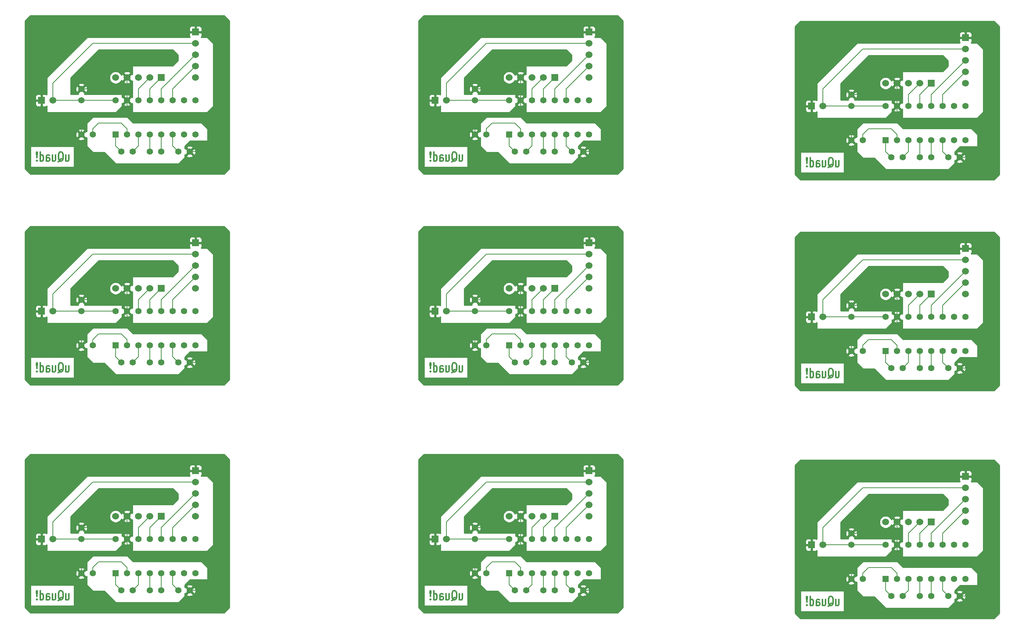
<source format=gbl>
G04 (created by PCBNEW-RS274X (2011-05-25)-stable) date lun 21 nov 2011 16:39:51 UYST*
G01*
G70*
G90*
%MOIN*%
G04 Gerber Fmt 3.4, Leading zero omitted, Abs format*
%FSLAX34Y34*%
G04 APERTURE LIST*
%ADD10C,0.006000*%
%ADD11C,0.012000*%
%ADD12R,0.060000X0.060000*%
%ADD13C,0.060000*%
%ADD14C,0.055000*%
%ADD15R,0.055000X0.055000*%
%ADD16C,0.008000*%
%ADD17C,0.010000*%
G04 APERTURE END LIST*
G54D10*
G54D11*
X86643Y-62790D02*
X86643Y-63324D01*
X86900Y-62790D02*
X86900Y-63210D01*
X86872Y-63286D01*
X86814Y-63324D01*
X86729Y-63324D01*
X86672Y-63286D01*
X86643Y-63248D01*
X85957Y-63400D02*
X86014Y-63362D01*
X86071Y-63286D01*
X86157Y-63171D01*
X86214Y-63133D01*
X86271Y-63133D01*
X86243Y-63324D02*
X86300Y-63286D01*
X86357Y-63210D01*
X86386Y-63057D01*
X86386Y-62790D01*
X86357Y-62638D01*
X86300Y-62562D01*
X86243Y-62524D01*
X86129Y-62524D01*
X86071Y-62562D01*
X86014Y-62638D01*
X85986Y-62790D01*
X85986Y-63057D01*
X86014Y-63210D01*
X86071Y-63286D01*
X86129Y-63324D01*
X86243Y-63324D01*
X85471Y-62790D02*
X85471Y-63324D01*
X85728Y-62790D02*
X85728Y-63210D01*
X85700Y-63286D01*
X85642Y-63324D01*
X85557Y-63324D01*
X85500Y-63286D01*
X85471Y-63248D01*
X84928Y-63324D02*
X84928Y-62905D01*
X84957Y-62829D01*
X85014Y-62790D01*
X85128Y-62790D01*
X85185Y-62829D01*
X84928Y-63286D02*
X84985Y-63324D01*
X85128Y-63324D01*
X85185Y-63286D01*
X85214Y-63210D01*
X85214Y-63133D01*
X85185Y-63057D01*
X85128Y-63019D01*
X84985Y-63019D01*
X84928Y-62981D01*
X84385Y-63324D02*
X84385Y-62524D01*
X84385Y-63286D02*
X84442Y-63324D01*
X84556Y-63324D01*
X84614Y-63286D01*
X84642Y-63248D01*
X84671Y-63171D01*
X84671Y-62943D01*
X84642Y-62867D01*
X84614Y-62829D01*
X84556Y-62790D01*
X84442Y-62790D01*
X84385Y-62829D01*
X84099Y-63248D02*
X84071Y-63286D01*
X84099Y-63324D01*
X84128Y-63286D01*
X84099Y-63248D01*
X84099Y-63324D01*
X84099Y-63019D02*
X84128Y-62562D01*
X84099Y-62524D01*
X84071Y-62562D01*
X84099Y-63019D01*
X84099Y-62524D01*
X19143Y-62290D02*
X19143Y-62824D01*
X19400Y-62290D02*
X19400Y-62710D01*
X19372Y-62786D01*
X19314Y-62824D01*
X19229Y-62824D01*
X19172Y-62786D01*
X19143Y-62748D01*
X18457Y-62900D02*
X18514Y-62862D01*
X18571Y-62786D01*
X18657Y-62671D01*
X18714Y-62633D01*
X18771Y-62633D01*
X18743Y-62824D02*
X18800Y-62786D01*
X18857Y-62710D01*
X18886Y-62557D01*
X18886Y-62290D01*
X18857Y-62138D01*
X18800Y-62062D01*
X18743Y-62024D01*
X18629Y-62024D01*
X18571Y-62062D01*
X18514Y-62138D01*
X18486Y-62290D01*
X18486Y-62557D01*
X18514Y-62710D01*
X18571Y-62786D01*
X18629Y-62824D01*
X18743Y-62824D01*
X17971Y-62290D02*
X17971Y-62824D01*
X18228Y-62290D02*
X18228Y-62710D01*
X18200Y-62786D01*
X18142Y-62824D01*
X18057Y-62824D01*
X18000Y-62786D01*
X17971Y-62748D01*
X17428Y-62824D02*
X17428Y-62405D01*
X17457Y-62329D01*
X17514Y-62290D01*
X17628Y-62290D01*
X17685Y-62329D01*
X17428Y-62786D02*
X17485Y-62824D01*
X17628Y-62824D01*
X17685Y-62786D01*
X17714Y-62710D01*
X17714Y-62633D01*
X17685Y-62557D01*
X17628Y-62519D01*
X17485Y-62519D01*
X17428Y-62481D01*
X16885Y-62824D02*
X16885Y-62024D01*
X16885Y-62786D02*
X16942Y-62824D01*
X17056Y-62824D01*
X17114Y-62786D01*
X17142Y-62748D01*
X17171Y-62671D01*
X17171Y-62443D01*
X17142Y-62367D01*
X17114Y-62329D01*
X17056Y-62290D01*
X16942Y-62290D01*
X16885Y-62329D01*
X16599Y-62748D02*
X16571Y-62786D01*
X16599Y-62824D01*
X16628Y-62786D01*
X16599Y-62748D01*
X16599Y-62824D01*
X16599Y-62519D02*
X16628Y-62062D01*
X16599Y-62024D01*
X16571Y-62062D01*
X16599Y-62519D01*
X16599Y-62024D01*
X53643Y-62290D02*
X53643Y-62824D01*
X53900Y-62290D02*
X53900Y-62710D01*
X53872Y-62786D01*
X53814Y-62824D01*
X53729Y-62824D01*
X53672Y-62786D01*
X53643Y-62748D01*
X52957Y-62900D02*
X53014Y-62862D01*
X53071Y-62786D01*
X53157Y-62671D01*
X53214Y-62633D01*
X53271Y-62633D01*
X53243Y-62824D02*
X53300Y-62786D01*
X53357Y-62710D01*
X53386Y-62557D01*
X53386Y-62290D01*
X53357Y-62138D01*
X53300Y-62062D01*
X53243Y-62024D01*
X53129Y-62024D01*
X53071Y-62062D01*
X53014Y-62138D01*
X52986Y-62290D01*
X52986Y-62557D01*
X53014Y-62710D01*
X53071Y-62786D01*
X53129Y-62824D01*
X53243Y-62824D01*
X52471Y-62290D02*
X52471Y-62824D01*
X52728Y-62290D02*
X52728Y-62710D01*
X52700Y-62786D01*
X52642Y-62824D01*
X52557Y-62824D01*
X52500Y-62786D01*
X52471Y-62748D01*
X51928Y-62824D02*
X51928Y-62405D01*
X51957Y-62329D01*
X52014Y-62290D01*
X52128Y-62290D01*
X52185Y-62329D01*
X51928Y-62786D02*
X51985Y-62824D01*
X52128Y-62824D01*
X52185Y-62786D01*
X52214Y-62710D01*
X52214Y-62633D01*
X52185Y-62557D01*
X52128Y-62519D01*
X51985Y-62519D01*
X51928Y-62481D01*
X51385Y-62824D02*
X51385Y-62024D01*
X51385Y-62786D02*
X51442Y-62824D01*
X51556Y-62824D01*
X51614Y-62786D01*
X51642Y-62748D01*
X51671Y-62671D01*
X51671Y-62443D01*
X51642Y-62367D01*
X51614Y-62329D01*
X51556Y-62290D01*
X51442Y-62290D01*
X51385Y-62329D01*
X51099Y-62748D02*
X51071Y-62786D01*
X51099Y-62824D01*
X51128Y-62786D01*
X51099Y-62748D01*
X51099Y-62824D01*
X51099Y-62519D02*
X51128Y-62062D01*
X51099Y-62024D01*
X51071Y-62062D01*
X51099Y-62519D01*
X51099Y-62024D01*
X53643Y-42290D02*
X53643Y-42824D01*
X53900Y-42290D02*
X53900Y-42710D01*
X53872Y-42786D01*
X53814Y-42824D01*
X53729Y-42824D01*
X53672Y-42786D01*
X53643Y-42748D01*
X52957Y-42900D02*
X53014Y-42862D01*
X53071Y-42786D01*
X53157Y-42671D01*
X53214Y-42633D01*
X53271Y-42633D01*
X53243Y-42824D02*
X53300Y-42786D01*
X53357Y-42710D01*
X53386Y-42557D01*
X53386Y-42290D01*
X53357Y-42138D01*
X53300Y-42062D01*
X53243Y-42024D01*
X53129Y-42024D01*
X53071Y-42062D01*
X53014Y-42138D01*
X52986Y-42290D01*
X52986Y-42557D01*
X53014Y-42710D01*
X53071Y-42786D01*
X53129Y-42824D01*
X53243Y-42824D01*
X52471Y-42290D02*
X52471Y-42824D01*
X52728Y-42290D02*
X52728Y-42710D01*
X52700Y-42786D01*
X52642Y-42824D01*
X52557Y-42824D01*
X52500Y-42786D01*
X52471Y-42748D01*
X51928Y-42824D02*
X51928Y-42405D01*
X51957Y-42329D01*
X52014Y-42290D01*
X52128Y-42290D01*
X52185Y-42329D01*
X51928Y-42786D02*
X51985Y-42824D01*
X52128Y-42824D01*
X52185Y-42786D01*
X52214Y-42710D01*
X52214Y-42633D01*
X52185Y-42557D01*
X52128Y-42519D01*
X51985Y-42519D01*
X51928Y-42481D01*
X51385Y-42824D02*
X51385Y-42024D01*
X51385Y-42786D02*
X51442Y-42824D01*
X51556Y-42824D01*
X51614Y-42786D01*
X51642Y-42748D01*
X51671Y-42671D01*
X51671Y-42443D01*
X51642Y-42367D01*
X51614Y-42329D01*
X51556Y-42290D01*
X51442Y-42290D01*
X51385Y-42329D01*
X51099Y-42748D02*
X51071Y-42786D01*
X51099Y-42824D01*
X51128Y-42786D01*
X51099Y-42748D01*
X51099Y-42824D01*
X51099Y-42519D02*
X51128Y-42062D01*
X51099Y-42024D01*
X51071Y-42062D01*
X51099Y-42519D01*
X51099Y-42024D01*
X19143Y-42290D02*
X19143Y-42824D01*
X19400Y-42290D02*
X19400Y-42710D01*
X19372Y-42786D01*
X19314Y-42824D01*
X19229Y-42824D01*
X19172Y-42786D01*
X19143Y-42748D01*
X18457Y-42900D02*
X18514Y-42862D01*
X18571Y-42786D01*
X18657Y-42671D01*
X18714Y-42633D01*
X18771Y-42633D01*
X18743Y-42824D02*
X18800Y-42786D01*
X18857Y-42710D01*
X18886Y-42557D01*
X18886Y-42290D01*
X18857Y-42138D01*
X18800Y-42062D01*
X18743Y-42024D01*
X18629Y-42024D01*
X18571Y-42062D01*
X18514Y-42138D01*
X18486Y-42290D01*
X18486Y-42557D01*
X18514Y-42710D01*
X18571Y-42786D01*
X18629Y-42824D01*
X18743Y-42824D01*
X17971Y-42290D02*
X17971Y-42824D01*
X18228Y-42290D02*
X18228Y-42710D01*
X18200Y-42786D01*
X18142Y-42824D01*
X18057Y-42824D01*
X18000Y-42786D01*
X17971Y-42748D01*
X17428Y-42824D02*
X17428Y-42405D01*
X17457Y-42329D01*
X17514Y-42290D01*
X17628Y-42290D01*
X17685Y-42329D01*
X17428Y-42786D02*
X17485Y-42824D01*
X17628Y-42824D01*
X17685Y-42786D01*
X17714Y-42710D01*
X17714Y-42633D01*
X17685Y-42557D01*
X17628Y-42519D01*
X17485Y-42519D01*
X17428Y-42481D01*
X16885Y-42824D02*
X16885Y-42024D01*
X16885Y-42786D02*
X16942Y-42824D01*
X17056Y-42824D01*
X17114Y-42786D01*
X17142Y-42748D01*
X17171Y-42671D01*
X17171Y-42443D01*
X17142Y-42367D01*
X17114Y-42329D01*
X17056Y-42290D01*
X16942Y-42290D01*
X16885Y-42329D01*
X16599Y-42748D02*
X16571Y-42786D01*
X16599Y-42824D01*
X16628Y-42786D01*
X16599Y-42748D01*
X16599Y-42824D01*
X16599Y-42519D02*
X16628Y-42062D01*
X16599Y-42024D01*
X16571Y-42062D01*
X16599Y-42519D01*
X16599Y-42024D01*
X86643Y-42790D02*
X86643Y-43324D01*
X86900Y-42790D02*
X86900Y-43210D01*
X86872Y-43286D01*
X86814Y-43324D01*
X86729Y-43324D01*
X86672Y-43286D01*
X86643Y-43248D01*
X85957Y-43400D02*
X86014Y-43362D01*
X86071Y-43286D01*
X86157Y-43171D01*
X86214Y-43133D01*
X86271Y-43133D01*
X86243Y-43324D02*
X86300Y-43286D01*
X86357Y-43210D01*
X86386Y-43057D01*
X86386Y-42790D01*
X86357Y-42638D01*
X86300Y-42562D01*
X86243Y-42524D01*
X86129Y-42524D01*
X86071Y-42562D01*
X86014Y-42638D01*
X85986Y-42790D01*
X85986Y-43057D01*
X86014Y-43210D01*
X86071Y-43286D01*
X86129Y-43324D01*
X86243Y-43324D01*
X85471Y-42790D02*
X85471Y-43324D01*
X85728Y-42790D02*
X85728Y-43210D01*
X85700Y-43286D01*
X85642Y-43324D01*
X85557Y-43324D01*
X85500Y-43286D01*
X85471Y-43248D01*
X84928Y-43324D02*
X84928Y-42905D01*
X84957Y-42829D01*
X85014Y-42790D01*
X85128Y-42790D01*
X85185Y-42829D01*
X84928Y-43286D02*
X84985Y-43324D01*
X85128Y-43324D01*
X85185Y-43286D01*
X85214Y-43210D01*
X85214Y-43133D01*
X85185Y-43057D01*
X85128Y-43019D01*
X84985Y-43019D01*
X84928Y-42981D01*
X84385Y-43324D02*
X84385Y-42524D01*
X84385Y-43286D02*
X84442Y-43324D01*
X84556Y-43324D01*
X84614Y-43286D01*
X84642Y-43248D01*
X84671Y-43171D01*
X84671Y-42943D01*
X84642Y-42867D01*
X84614Y-42829D01*
X84556Y-42790D01*
X84442Y-42790D01*
X84385Y-42829D01*
X84099Y-43248D02*
X84071Y-43286D01*
X84099Y-43324D01*
X84128Y-43286D01*
X84099Y-43248D01*
X84099Y-43324D01*
X84099Y-43019D02*
X84128Y-42562D01*
X84099Y-42524D01*
X84071Y-42562D01*
X84099Y-43019D01*
X84099Y-42524D01*
X86643Y-24290D02*
X86643Y-24824D01*
X86900Y-24290D02*
X86900Y-24710D01*
X86872Y-24786D01*
X86814Y-24824D01*
X86729Y-24824D01*
X86672Y-24786D01*
X86643Y-24748D01*
X85957Y-24900D02*
X86014Y-24862D01*
X86071Y-24786D01*
X86157Y-24671D01*
X86214Y-24633D01*
X86271Y-24633D01*
X86243Y-24824D02*
X86300Y-24786D01*
X86357Y-24710D01*
X86386Y-24557D01*
X86386Y-24290D01*
X86357Y-24138D01*
X86300Y-24062D01*
X86243Y-24024D01*
X86129Y-24024D01*
X86071Y-24062D01*
X86014Y-24138D01*
X85986Y-24290D01*
X85986Y-24557D01*
X86014Y-24710D01*
X86071Y-24786D01*
X86129Y-24824D01*
X86243Y-24824D01*
X85471Y-24290D02*
X85471Y-24824D01*
X85728Y-24290D02*
X85728Y-24710D01*
X85700Y-24786D01*
X85642Y-24824D01*
X85557Y-24824D01*
X85500Y-24786D01*
X85471Y-24748D01*
X84928Y-24824D02*
X84928Y-24405D01*
X84957Y-24329D01*
X85014Y-24290D01*
X85128Y-24290D01*
X85185Y-24329D01*
X84928Y-24786D02*
X84985Y-24824D01*
X85128Y-24824D01*
X85185Y-24786D01*
X85214Y-24710D01*
X85214Y-24633D01*
X85185Y-24557D01*
X85128Y-24519D01*
X84985Y-24519D01*
X84928Y-24481D01*
X84385Y-24824D02*
X84385Y-24024D01*
X84385Y-24786D02*
X84442Y-24824D01*
X84556Y-24824D01*
X84614Y-24786D01*
X84642Y-24748D01*
X84671Y-24671D01*
X84671Y-24443D01*
X84642Y-24367D01*
X84614Y-24329D01*
X84556Y-24290D01*
X84442Y-24290D01*
X84385Y-24329D01*
X84099Y-24748D02*
X84071Y-24786D01*
X84099Y-24824D01*
X84128Y-24786D01*
X84099Y-24748D01*
X84099Y-24824D01*
X84099Y-24519D02*
X84128Y-24062D01*
X84099Y-24024D01*
X84071Y-24062D01*
X84099Y-24519D01*
X84099Y-24024D01*
X19143Y-23790D02*
X19143Y-24324D01*
X19400Y-23790D02*
X19400Y-24210D01*
X19372Y-24286D01*
X19314Y-24324D01*
X19229Y-24324D01*
X19172Y-24286D01*
X19143Y-24248D01*
X18457Y-24400D02*
X18514Y-24362D01*
X18571Y-24286D01*
X18657Y-24171D01*
X18714Y-24133D01*
X18771Y-24133D01*
X18743Y-24324D02*
X18800Y-24286D01*
X18857Y-24210D01*
X18886Y-24057D01*
X18886Y-23790D01*
X18857Y-23638D01*
X18800Y-23562D01*
X18743Y-23524D01*
X18629Y-23524D01*
X18571Y-23562D01*
X18514Y-23638D01*
X18486Y-23790D01*
X18486Y-24057D01*
X18514Y-24210D01*
X18571Y-24286D01*
X18629Y-24324D01*
X18743Y-24324D01*
X17971Y-23790D02*
X17971Y-24324D01*
X18228Y-23790D02*
X18228Y-24210D01*
X18200Y-24286D01*
X18142Y-24324D01*
X18057Y-24324D01*
X18000Y-24286D01*
X17971Y-24248D01*
X17428Y-24324D02*
X17428Y-23905D01*
X17457Y-23829D01*
X17514Y-23790D01*
X17628Y-23790D01*
X17685Y-23829D01*
X17428Y-24286D02*
X17485Y-24324D01*
X17628Y-24324D01*
X17685Y-24286D01*
X17714Y-24210D01*
X17714Y-24133D01*
X17685Y-24057D01*
X17628Y-24019D01*
X17485Y-24019D01*
X17428Y-23981D01*
X16885Y-24324D02*
X16885Y-23524D01*
X16885Y-24286D02*
X16942Y-24324D01*
X17056Y-24324D01*
X17114Y-24286D01*
X17142Y-24248D01*
X17171Y-24171D01*
X17171Y-23943D01*
X17142Y-23867D01*
X17114Y-23829D01*
X17056Y-23790D01*
X16942Y-23790D01*
X16885Y-23829D01*
X16599Y-24248D02*
X16571Y-24286D01*
X16599Y-24324D01*
X16628Y-24286D01*
X16599Y-24248D01*
X16599Y-24324D01*
X16599Y-24019D02*
X16628Y-23562D01*
X16599Y-23524D01*
X16571Y-23562D01*
X16599Y-24019D01*
X16599Y-23524D01*
X53643Y-23790D02*
X53643Y-24324D01*
X53900Y-23790D02*
X53900Y-24210D01*
X53872Y-24286D01*
X53814Y-24324D01*
X53729Y-24324D01*
X53672Y-24286D01*
X53643Y-24248D01*
X52957Y-24400D02*
X53014Y-24362D01*
X53071Y-24286D01*
X53157Y-24171D01*
X53214Y-24133D01*
X53271Y-24133D01*
X53243Y-24324D02*
X53300Y-24286D01*
X53357Y-24210D01*
X53386Y-24057D01*
X53386Y-23790D01*
X53357Y-23638D01*
X53300Y-23562D01*
X53243Y-23524D01*
X53129Y-23524D01*
X53071Y-23562D01*
X53014Y-23638D01*
X52986Y-23790D01*
X52986Y-24057D01*
X53014Y-24210D01*
X53071Y-24286D01*
X53129Y-24324D01*
X53243Y-24324D01*
X52471Y-23790D02*
X52471Y-24324D01*
X52728Y-23790D02*
X52728Y-24210D01*
X52700Y-24286D01*
X52642Y-24324D01*
X52557Y-24324D01*
X52500Y-24286D01*
X52471Y-24248D01*
X51928Y-24324D02*
X51928Y-23905D01*
X51957Y-23829D01*
X52014Y-23790D01*
X52128Y-23790D01*
X52185Y-23829D01*
X51928Y-24286D02*
X51985Y-24324D01*
X52128Y-24324D01*
X52185Y-24286D01*
X52214Y-24210D01*
X52214Y-24133D01*
X52185Y-24057D01*
X52128Y-24019D01*
X51985Y-24019D01*
X51928Y-23981D01*
X51385Y-24324D02*
X51385Y-23524D01*
X51385Y-24286D02*
X51442Y-24324D01*
X51556Y-24324D01*
X51614Y-24286D01*
X51642Y-24248D01*
X51671Y-24171D01*
X51671Y-23943D01*
X51642Y-23867D01*
X51614Y-23829D01*
X51556Y-23790D01*
X51442Y-23790D01*
X51385Y-23829D01*
X51099Y-24248D02*
X51071Y-24286D01*
X51099Y-24324D01*
X51128Y-24286D01*
X51099Y-24248D01*
X51099Y-24324D01*
X51099Y-24019D02*
X51128Y-23562D01*
X51099Y-23524D01*
X51071Y-23562D01*
X51099Y-24019D01*
X51099Y-23524D01*
G54D12*
X84500Y-58000D03*
G54D13*
X85500Y-58000D03*
G54D12*
X95000Y-56000D03*
G54D13*
X94000Y-56000D03*
X93000Y-56000D03*
X92000Y-56000D03*
X91000Y-56000D03*
G54D12*
X98000Y-52000D03*
G54D13*
X98000Y-53000D03*
X98000Y-54000D03*
X98000Y-55000D03*
X98000Y-56000D03*
G54D14*
X88000Y-58000D03*
X88000Y-57000D03*
X89000Y-61000D03*
X88000Y-61000D03*
X96500Y-62500D03*
X97500Y-62500D03*
X94000Y-62500D03*
X95000Y-62500D03*
X91500Y-62500D03*
X92500Y-62500D03*
G54D15*
X91000Y-61000D03*
G54D14*
X92000Y-61000D03*
X93000Y-61000D03*
X94000Y-61000D03*
X95000Y-61000D03*
X96000Y-61000D03*
X97000Y-61000D03*
X98000Y-61000D03*
X98000Y-58000D03*
X97000Y-58000D03*
X96000Y-58000D03*
X95000Y-58000D03*
X94000Y-58000D03*
X93000Y-58000D03*
X92000Y-58000D03*
X91000Y-58000D03*
G54D12*
X17000Y-57500D03*
G54D13*
X18000Y-57500D03*
G54D12*
X27500Y-55500D03*
G54D13*
X26500Y-55500D03*
X25500Y-55500D03*
X24500Y-55500D03*
X23500Y-55500D03*
G54D12*
X30500Y-51500D03*
G54D13*
X30500Y-52500D03*
X30500Y-53500D03*
X30500Y-54500D03*
X30500Y-55500D03*
G54D14*
X20500Y-57500D03*
X20500Y-56500D03*
X21500Y-60500D03*
X20500Y-60500D03*
X29000Y-62000D03*
X30000Y-62000D03*
X26500Y-62000D03*
X27500Y-62000D03*
X24000Y-62000D03*
X25000Y-62000D03*
G54D15*
X23500Y-60500D03*
G54D14*
X24500Y-60500D03*
X25500Y-60500D03*
X26500Y-60500D03*
X27500Y-60500D03*
X28500Y-60500D03*
X29500Y-60500D03*
X30500Y-60500D03*
X30500Y-57500D03*
X29500Y-57500D03*
X28500Y-57500D03*
X27500Y-57500D03*
X26500Y-57500D03*
X25500Y-57500D03*
X24500Y-57500D03*
X23500Y-57500D03*
G54D15*
X58000Y-60500D03*
G54D14*
X59000Y-60500D03*
X60000Y-60500D03*
X61000Y-60500D03*
X62000Y-60500D03*
X63000Y-60500D03*
X64000Y-60500D03*
X65000Y-60500D03*
X65000Y-57500D03*
X64000Y-57500D03*
X63000Y-57500D03*
X62000Y-57500D03*
X61000Y-57500D03*
X60000Y-57500D03*
X59000Y-57500D03*
X58000Y-57500D03*
X58500Y-62000D03*
X59500Y-62000D03*
X61000Y-62000D03*
X62000Y-62000D03*
X63500Y-62000D03*
X64500Y-62000D03*
X56000Y-60500D03*
X55000Y-60500D03*
X55000Y-57500D03*
X55000Y-56500D03*
G54D12*
X65000Y-51500D03*
G54D13*
X65000Y-52500D03*
X65000Y-53500D03*
X65000Y-54500D03*
X65000Y-55500D03*
G54D12*
X62000Y-55500D03*
G54D13*
X61000Y-55500D03*
X60000Y-55500D03*
X59000Y-55500D03*
X58000Y-55500D03*
G54D12*
X51500Y-57500D03*
G54D13*
X52500Y-57500D03*
G54D12*
X51500Y-37500D03*
G54D13*
X52500Y-37500D03*
G54D12*
X62000Y-35500D03*
G54D13*
X61000Y-35500D03*
X60000Y-35500D03*
X59000Y-35500D03*
X58000Y-35500D03*
G54D12*
X65000Y-31500D03*
G54D13*
X65000Y-32500D03*
X65000Y-33500D03*
X65000Y-34500D03*
X65000Y-35500D03*
G54D14*
X55000Y-37500D03*
X55000Y-36500D03*
X56000Y-40500D03*
X55000Y-40500D03*
X63500Y-42000D03*
X64500Y-42000D03*
X61000Y-42000D03*
X62000Y-42000D03*
X58500Y-42000D03*
X59500Y-42000D03*
G54D15*
X58000Y-40500D03*
G54D14*
X59000Y-40500D03*
X60000Y-40500D03*
X61000Y-40500D03*
X62000Y-40500D03*
X63000Y-40500D03*
X64000Y-40500D03*
X65000Y-40500D03*
X65000Y-37500D03*
X64000Y-37500D03*
X63000Y-37500D03*
X62000Y-37500D03*
X61000Y-37500D03*
X60000Y-37500D03*
X59000Y-37500D03*
X58000Y-37500D03*
G54D15*
X23500Y-40500D03*
G54D14*
X24500Y-40500D03*
X25500Y-40500D03*
X26500Y-40500D03*
X27500Y-40500D03*
X28500Y-40500D03*
X29500Y-40500D03*
X30500Y-40500D03*
X30500Y-37500D03*
X29500Y-37500D03*
X28500Y-37500D03*
X27500Y-37500D03*
X26500Y-37500D03*
X25500Y-37500D03*
X24500Y-37500D03*
X23500Y-37500D03*
X24000Y-42000D03*
X25000Y-42000D03*
X26500Y-42000D03*
X27500Y-42000D03*
X29000Y-42000D03*
X30000Y-42000D03*
X21500Y-40500D03*
X20500Y-40500D03*
X20500Y-37500D03*
X20500Y-36500D03*
G54D12*
X30500Y-31500D03*
G54D13*
X30500Y-32500D03*
X30500Y-33500D03*
X30500Y-34500D03*
X30500Y-35500D03*
G54D12*
X27500Y-35500D03*
G54D13*
X26500Y-35500D03*
X25500Y-35500D03*
X24500Y-35500D03*
X23500Y-35500D03*
G54D12*
X17000Y-37500D03*
G54D13*
X18000Y-37500D03*
G54D15*
X91000Y-41000D03*
G54D14*
X92000Y-41000D03*
X93000Y-41000D03*
X94000Y-41000D03*
X95000Y-41000D03*
X96000Y-41000D03*
X97000Y-41000D03*
X98000Y-41000D03*
X98000Y-38000D03*
X97000Y-38000D03*
X96000Y-38000D03*
X95000Y-38000D03*
X94000Y-38000D03*
X93000Y-38000D03*
X92000Y-38000D03*
X91000Y-38000D03*
X91500Y-42500D03*
X92500Y-42500D03*
X94000Y-42500D03*
X95000Y-42500D03*
X96500Y-42500D03*
X97500Y-42500D03*
X89000Y-41000D03*
X88000Y-41000D03*
X88000Y-38000D03*
X88000Y-37000D03*
G54D12*
X98000Y-32000D03*
G54D13*
X98000Y-33000D03*
X98000Y-34000D03*
X98000Y-35000D03*
X98000Y-36000D03*
G54D12*
X95000Y-36000D03*
G54D13*
X94000Y-36000D03*
X93000Y-36000D03*
X92000Y-36000D03*
X91000Y-36000D03*
G54D12*
X84500Y-38000D03*
G54D13*
X85500Y-38000D03*
G54D12*
X84500Y-19500D03*
G54D13*
X85500Y-19500D03*
G54D12*
X95000Y-17500D03*
G54D13*
X94000Y-17500D03*
X93000Y-17500D03*
X92000Y-17500D03*
X91000Y-17500D03*
G54D12*
X98000Y-13500D03*
G54D13*
X98000Y-14500D03*
X98000Y-15500D03*
X98000Y-16500D03*
X98000Y-17500D03*
G54D14*
X88000Y-19500D03*
X88000Y-18500D03*
X89000Y-22500D03*
X88000Y-22500D03*
X96500Y-24000D03*
X97500Y-24000D03*
X94000Y-24000D03*
X95000Y-24000D03*
X91500Y-24000D03*
X92500Y-24000D03*
G54D15*
X91000Y-22500D03*
G54D14*
X92000Y-22500D03*
X93000Y-22500D03*
X94000Y-22500D03*
X95000Y-22500D03*
X96000Y-22500D03*
X97000Y-22500D03*
X98000Y-22500D03*
X98000Y-19500D03*
X97000Y-19500D03*
X96000Y-19500D03*
X95000Y-19500D03*
X94000Y-19500D03*
X93000Y-19500D03*
X92000Y-19500D03*
X91000Y-19500D03*
G54D12*
X17000Y-19000D03*
G54D13*
X18000Y-19000D03*
G54D12*
X27500Y-17000D03*
G54D13*
X26500Y-17000D03*
X25500Y-17000D03*
X24500Y-17000D03*
X23500Y-17000D03*
G54D12*
X30500Y-13000D03*
G54D13*
X30500Y-14000D03*
X30500Y-15000D03*
X30500Y-16000D03*
X30500Y-17000D03*
G54D14*
X20500Y-19000D03*
X20500Y-18000D03*
X21500Y-22000D03*
X20500Y-22000D03*
X29000Y-23500D03*
X30000Y-23500D03*
X26500Y-23500D03*
X27500Y-23500D03*
X24000Y-23500D03*
X25000Y-23500D03*
G54D15*
X23500Y-22000D03*
G54D14*
X24500Y-22000D03*
X25500Y-22000D03*
X26500Y-22000D03*
X27500Y-22000D03*
X28500Y-22000D03*
X29500Y-22000D03*
X30500Y-22000D03*
X30500Y-19000D03*
X29500Y-19000D03*
X28500Y-19000D03*
X27500Y-19000D03*
X26500Y-19000D03*
X25500Y-19000D03*
X24500Y-19000D03*
X23500Y-19000D03*
G54D15*
X58000Y-22000D03*
G54D14*
X59000Y-22000D03*
X60000Y-22000D03*
X61000Y-22000D03*
X62000Y-22000D03*
X63000Y-22000D03*
X64000Y-22000D03*
X65000Y-22000D03*
X65000Y-19000D03*
X64000Y-19000D03*
X63000Y-19000D03*
X62000Y-19000D03*
X61000Y-19000D03*
X60000Y-19000D03*
X59000Y-19000D03*
X58000Y-19000D03*
X58500Y-23500D03*
X59500Y-23500D03*
X61000Y-23500D03*
X62000Y-23500D03*
X63500Y-23500D03*
X64500Y-23500D03*
X56000Y-22000D03*
X55000Y-22000D03*
X55000Y-19000D03*
X55000Y-18000D03*
G54D12*
X65000Y-13000D03*
G54D13*
X65000Y-14000D03*
X65000Y-15000D03*
X65000Y-16000D03*
X65000Y-17000D03*
G54D12*
X62000Y-17000D03*
G54D13*
X61000Y-17000D03*
X60000Y-17000D03*
X59000Y-17000D03*
X58000Y-17000D03*
G54D12*
X51500Y-19000D03*
G54D13*
X52500Y-19000D03*
G54D16*
X88000Y-58000D02*
X91000Y-58000D01*
X85500Y-58000D02*
X88000Y-58000D01*
X97500Y-53000D02*
X89000Y-53000D01*
X85500Y-56500D02*
X89000Y-53000D01*
X85500Y-56500D02*
X85500Y-58000D01*
X98000Y-53000D02*
X97500Y-53000D01*
X20500Y-57500D02*
X23500Y-57500D01*
X18000Y-57500D02*
X20500Y-57500D01*
X30000Y-52500D02*
X21500Y-52500D01*
X18000Y-56000D02*
X21500Y-52500D01*
X18000Y-56000D02*
X18000Y-57500D01*
X30500Y-52500D02*
X30000Y-52500D01*
X65000Y-52500D02*
X64500Y-52500D01*
X52500Y-56000D02*
X52500Y-57500D01*
X52500Y-56000D02*
X56000Y-52500D01*
X64500Y-52500D02*
X56000Y-52500D01*
X52500Y-57500D02*
X55000Y-57500D01*
X55000Y-57500D02*
X58000Y-57500D01*
X55000Y-37500D02*
X58000Y-37500D01*
X52500Y-37500D02*
X55000Y-37500D01*
X64500Y-32500D02*
X56000Y-32500D01*
X52500Y-36000D02*
X56000Y-32500D01*
X52500Y-36000D02*
X52500Y-37500D01*
X65000Y-32500D02*
X64500Y-32500D01*
X30500Y-32500D02*
X30000Y-32500D01*
X18000Y-36000D02*
X18000Y-37500D01*
X18000Y-36000D02*
X21500Y-32500D01*
X30000Y-32500D02*
X21500Y-32500D01*
X18000Y-37500D02*
X20500Y-37500D01*
X20500Y-37500D02*
X23500Y-37500D01*
X98000Y-33000D02*
X97500Y-33000D01*
X85500Y-36500D02*
X85500Y-38000D01*
X85500Y-36500D02*
X89000Y-33000D01*
X97500Y-33000D02*
X89000Y-33000D01*
X85500Y-38000D02*
X88000Y-38000D01*
X88000Y-38000D02*
X91000Y-38000D01*
X88000Y-19500D02*
X91000Y-19500D01*
X85500Y-19500D02*
X88000Y-19500D01*
X97500Y-14500D02*
X89000Y-14500D01*
X85500Y-18000D02*
X89000Y-14500D01*
X85500Y-18000D02*
X85500Y-19500D01*
X98000Y-14500D02*
X97500Y-14500D01*
X20500Y-19000D02*
X23500Y-19000D01*
X18000Y-19000D02*
X20500Y-19000D01*
X30000Y-14000D02*
X21500Y-14000D01*
X18000Y-17500D02*
X21500Y-14000D01*
X18000Y-17500D02*
X18000Y-19000D01*
X30500Y-14000D02*
X30000Y-14000D01*
X65000Y-14000D02*
X64500Y-14000D01*
X52500Y-17500D02*
X52500Y-19000D01*
X52500Y-17500D02*
X56000Y-14000D01*
X64500Y-14000D02*
X56000Y-14000D01*
X52500Y-19000D02*
X55000Y-19000D01*
X55000Y-19000D02*
X58000Y-19000D01*
X88000Y-59500D02*
X92000Y-59500D01*
X88000Y-61000D02*
X88000Y-59500D01*
X92000Y-58000D02*
X92000Y-59500D01*
X99000Y-62500D02*
X99500Y-62000D01*
X99500Y-62000D02*
X99500Y-59500D01*
X99500Y-59500D02*
X92000Y-59500D01*
X97500Y-62500D02*
X99000Y-62500D01*
X92000Y-57500D02*
X91500Y-57000D01*
X92000Y-58000D02*
X92000Y-57500D01*
X88000Y-57000D02*
X91500Y-57000D01*
X84500Y-58000D02*
X84500Y-59500D01*
X84500Y-59500D02*
X88000Y-59500D01*
X92000Y-57500D02*
X92000Y-56000D01*
X84500Y-56000D02*
X84500Y-58000D01*
X88500Y-52000D02*
X97500Y-52000D01*
X84500Y-56000D02*
X88500Y-52000D01*
X98000Y-52000D02*
X97500Y-52000D01*
X20500Y-59000D02*
X24500Y-59000D01*
X20500Y-60500D02*
X20500Y-59000D01*
X24500Y-57500D02*
X24500Y-59000D01*
X31500Y-62000D02*
X32000Y-61500D01*
X32000Y-61500D02*
X32000Y-59000D01*
X32000Y-59000D02*
X24500Y-59000D01*
X30000Y-62000D02*
X31500Y-62000D01*
X24500Y-57000D02*
X24000Y-56500D01*
X24500Y-57500D02*
X24500Y-57000D01*
X20500Y-56500D02*
X24000Y-56500D01*
X17000Y-57500D02*
X17000Y-59000D01*
X17000Y-59000D02*
X20500Y-59000D01*
X24500Y-57000D02*
X24500Y-55500D01*
X17000Y-55500D02*
X17000Y-57500D01*
X21000Y-51500D02*
X30000Y-51500D01*
X17000Y-55500D02*
X21000Y-51500D01*
X30500Y-51500D02*
X30000Y-51500D01*
X65000Y-51500D02*
X64500Y-51500D01*
X51500Y-55500D02*
X55500Y-51500D01*
X55500Y-51500D02*
X64500Y-51500D01*
X51500Y-55500D02*
X51500Y-57500D01*
X59000Y-57000D02*
X59000Y-55500D01*
X51500Y-59000D02*
X55000Y-59000D01*
X51500Y-57500D02*
X51500Y-59000D01*
X55000Y-56500D02*
X58500Y-56500D01*
X59000Y-57500D02*
X59000Y-57000D01*
X59000Y-57000D02*
X58500Y-56500D01*
X64500Y-62000D02*
X66000Y-62000D01*
X66500Y-59000D02*
X59000Y-59000D01*
X66500Y-61500D02*
X66500Y-59000D01*
X66000Y-62000D02*
X66500Y-61500D01*
X59000Y-57500D02*
X59000Y-59000D01*
X55000Y-60500D02*
X55000Y-59000D01*
X55000Y-59000D02*
X59000Y-59000D01*
X55000Y-39000D02*
X59000Y-39000D01*
X55000Y-40500D02*
X55000Y-39000D01*
X59000Y-37500D02*
X59000Y-39000D01*
X66000Y-42000D02*
X66500Y-41500D01*
X66500Y-41500D02*
X66500Y-39000D01*
X66500Y-39000D02*
X59000Y-39000D01*
X64500Y-42000D02*
X66000Y-42000D01*
X59000Y-37000D02*
X58500Y-36500D01*
X59000Y-37500D02*
X59000Y-37000D01*
X55000Y-36500D02*
X58500Y-36500D01*
X51500Y-37500D02*
X51500Y-39000D01*
X51500Y-39000D02*
X55000Y-39000D01*
X59000Y-37000D02*
X59000Y-35500D01*
X51500Y-35500D02*
X51500Y-37500D01*
X55500Y-31500D02*
X64500Y-31500D01*
X51500Y-35500D02*
X55500Y-31500D01*
X65000Y-31500D02*
X64500Y-31500D01*
X30500Y-31500D02*
X30000Y-31500D01*
X17000Y-35500D02*
X21000Y-31500D01*
X21000Y-31500D02*
X30000Y-31500D01*
X17000Y-35500D02*
X17000Y-37500D01*
X24500Y-37000D02*
X24500Y-35500D01*
X17000Y-39000D02*
X20500Y-39000D01*
X17000Y-37500D02*
X17000Y-39000D01*
X20500Y-36500D02*
X24000Y-36500D01*
X24500Y-37500D02*
X24500Y-37000D01*
X24500Y-37000D02*
X24000Y-36500D01*
X30000Y-42000D02*
X31500Y-42000D01*
X32000Y-39000D02*
X24500Y-39000D01*
X32000Y-41500D02*
X32000Y-39000D01*
X31500Y-42000D02*
X32000Y-41500D01*
X24500Y-37500D02*
X24500Y-39000D01*
X20500Y-40500D02*
X20500Y-39000D01*
X20500Y-39000D02*
X24500Y-39000D01*
X98000Y-32000D02*
X97500Y-32000D01*
X84500Y-36000D02*
X88500Y-32000D01*
X88500Y-32000D02*
X97500Y-32000D01*
X84500Y-36000D02*
X84500Y-38000D01*
X92000Y-37500D02*
X92000Y-36000D01*
X84500Y-39500D02*
X88000Y-39500D01*
X84500Y-38000D02*
X84500Y-39500D01*
X88000Y-37000D02*
X91500Y-37000D01*
X92000Y-38000D02*
X92000Y-37500D01*
X92000Y-37500D02*
X91500Y-37000D01*
X97500Y-42500D02*
X99000Y-42500D01*
X99500Y-39500D02*
X92000Y-39500D01*
X99500Y-42000D02*
X99500Y-39500D01*
X99000Y-42500D02*
X99500Y-42000D01*
X92000Y-38000D02*
X92000Y-39500D01*
X88000Y-41000D02*
X88000Y-39500D01*
X88000Y-39500D02*
X92000Y-39500D01*
X88000Y-21000D02*
X92000Y-21000D01*
X88000Y-22500D02*
X88000Y-21000D01*
X92000Y-19500D02*
X92000Y-21000D01*
X99000Y-24000D02*
X99500Y-23500D01*
X99500Y-23500D02*
X99500Y-21000D01*
X99500Y-21000D02*
X92000Y-21000D01*
X97500Y-24000D02*
X99000Y-24000D01*
X92000Y-19000D02*
X91500Y-18500D01*
X92000Y-19500D02*
X92000Y-19000D01*
X88000Y-18500D02*
X91500Y-18500D01*
X84500Y-19500D02*
X84500Y-21000D01*
X84500Y-21000D02*
X88000Y-21000D01*
X92000Y-19000D02*
X92000Y-17500D01*
X84500Y-17500D02*
X84500Y-19500D01*
X88500Y-13500D02*
X97500Y-13500D01*
X84500Y-17500D02*
X88500Y-13500D01*
X98000Y-13500D02*
X97500Y-13500D01*
X20500Y-20500D02*
X24500Y-20500D01*
X20500Y-22000D02*
X20500Y-20500D01*
X24500Y-19000D02*
X24500Y-20500D01*
X31500Y-23500D02*
X32000Y-23000D01*
X32000Y-23000D02*
X32000Y-20500D01*
X32000Y-20500D02*
X24500Y-20500D01*
X30000Y-23500D02*
X31500Y-23500D01*
X24500Y-18500D02*
X24000Y-18000D01*
X24500Y-19000D02*
X24500Y-18500D01*
X20500Y-18000D02*
X24000Y-18000D01*
X17000Y-19000D02*
X17000Y-20500D01*
X17000Y-20500D02*
X20500Y-20500D01*
X24500Y-18500D02*
X24500Y-17000D01*
X17000Y-17000D02*
X17000Y-19000D01*
X21000Y-13000D02*
X30000Y-13000D01*
X17000Y-17000D02*
X21000Y-13000D01*
X30500Y-13000D02*
X30000Y-13000D01*
X65000Y-13000D02*
X64500Y-13000D01*
X51500Y-17000D02*
X55500Y-13000D01*
X55500Y-13000D02*
X64500Y-13000D01*
X51500Y-17000D02*
X51500Y-19000D01*
X59000Y-18500D02*
X59000Y-17000D01*
X51500Y-20500D02*
X55000Y-20500D01*
X51500Y-19000D02*
X51500Y-20500D01*
X55000Y-18000D02*
X58500Y-18000D01*
X59000Y-19000D02*
X59000Y-18500D01*
X59000Y-18500D02*
X58500Y-18000D01*
X64500Y-23500D02*
X66000Y-23500D01*
X66500Y-20500D02*
X59000Y-20500D01*
X66500Y-23000D02*
X66500Y-20500D01*
X66000Y-23500D02*
X66500Y-23000D01*
X59000Y-19000D02*
X59000Y-20500D01*
X55000Y-22000D02*
X55000Y-20500D01*
X55000Y-20500D02*
X59000Y-20500D01*
X94000Y-57000D02*
X95000Y-56000D01*
X94000Y-58000D02*
X94000Y-57000D01*
X26500Y-56500D02*
X27500Y-55500D01*
X26500Y-57500D02*
X26500Y-56500D01*
X61000Y-57500D02*
X61000Y-56500D01*
X61000Y-56500D02*
X62000Y-55500D01*
X61000Y-36500D02*
X62000Y-35500D01*
X61000Y-37500D02*
X61000Y-36500D01*
X26500Y-37500D02*
X26500Y-36500D01*
X26500Y-36500D02*
X27500Y-35500D01*
X94000Y-38000D02*
X94000Y-37000D01*
X94000Y-37000D02*
X95000Y-36000D01*
X94000Y-18500D02*
X95000Y-17500D01*
X94000Y-19500D02*
X94000Y-18500D01*
X26500Y-18000D02*
X27500Y-17000D01*
X26500Y-19000D02*
X26500Y-18000D01*
X61000Y-19000D02*
X61000Y-18000D01*
X61000Y-18000D02*
X62000Y-17000D01*
X95000Y-57000D02*
X98000Y-54000D01*
X95000Y-58000D02*
X95000Y-57000D01*
X27500Y-56500D02*
X30500Y-53500D01*
X27500Y-57500D02*
X27500Y-56500D01*
X62000Y-57500D02*
X62000Y-56500D01*
X62000Y-56500D02*
X65000Y-53500D01*
X62000Y-36500D02*
X65000Y-33500D01*
X62000Y-37500D02*
X62000Y-36500D01*
X27500Y-37500D02*
X27500Y-36500D01*
X27500Y-36500D02*
X30500Y-33500D01*
X95000Y-38000D02*
X95000Y-37000D01*
X95000Y-37000D02*
X98000Y-34000D01*
X95000Y-18500D02*
X98000Y-15500D01*
X95000Y-19500D02*
X95000Y-18500D01*
X27500Y-18000D02*
X30500Y-15000D01*
X27500Y-19000D02*
X27500Y-18000D01*
X62000Y-19000D02*
X62000Y-18000D01*
X62000Y-18000D02*
X65000Y-15000D01*
X95000Y-61000D02*
X95000Y-62500D01*
X27500Y-60500D02*
X27500Y-62000D01*
X62000Y-60500D02*
X62000Y-62000D01*
X62000Y-40500D02*
X62000Y-42000D01*
X27500Y-40500D02*
X27500Y-42000D01*
X95000Y-41000D02*
X95000Y-42500D01*
X95000Y-22500D02*
X95000Y-24000D01*
X27500Y-22000D02*
X27500Y-23500D01*
X62000Y-22000D02*
X62000Y-23500D01*
X93000Y-62000D02*
X92500Y-62500D01*
X93000Y-61000D02*
X93000Y-62000D01*
X25500Y-61500D02*
X25000Y-62000D01*
X25500Y-60500D02*
X25500Y-61500D01*
X60000Y-60500D02*
X60000Y-61500D01*
X60000Y-61500D02*
X59500Y-62000D01*
X60000Y-41500D02*
X59500Y-42000D01*
X60000Y-40500D02*
X60000Y-41500D01*
X25500Y-40500D02*
X25500Y-41500D01*
X25500Y-41500D02*
X25000Y-42000D01*
X93000Y-41000D02*
X93000Y-42000D01*
X93000Y-42000D02*
X92500Y-42500D01*
X93000Y-23500D02*
X92500Y-24000D01*
X93000Y-22500D02*
X93000Y-23500D01*
X25500Y-23000D02*
X25000Y-23500D01*
X25500Y-22000D02*
X25500Y-23000D01*
X60000Y-22000D02*
X60000Y-23000D01*
X60000Y-23000D02*
X59500Y-23500D01*
X93000Y-57000D02*
X94000Y-56000D01*
X93000Y-58000D02*
X93000Y-57000D01*
X25500Y-56500D02*
X26500Y-55500D01*
X25500Y-57500D02*
X25500Y-56500D01*
X60000Y-57500D02*
X60000Y-56500D01*
X60000Y-56500D02*
X61000Y-55500D01*
X60000Y-36500D02*
X61000Y-35500D01*
X60000Y-37500D02*
X60000Y-36500D01*
X25500Y-37500D02*
X25500Y-36500D01*
X25500Y-36500D02*
X26500Y-35500D01*
X93000Y-38000D02*
X93000Y-37000D01*
X93000Y-37000D02*
X94000Y-36000D01*
X93000Y-18500D02*
X94000Y-17500D01*
X93000Y-19500D02*
X93000Y-18500D01*
X25500Y-18000D02*
X26500Y-17000D01*
X25500Y-19000D02*
X25500Y-18000D01*
X60000Y-19000D02*
X60000Y-18000D01*
X60000Y-18000D02*
X61000Y-17000D01*
X96000Y-57000D02*
X98000Y-55000D01*
X96000Y-58000D02*
X96000Y-57000D01*
X28500Y-56500D02*
X30500Y-54500D01*
X28500Y-57500D02*
X28500Y-56500D01*
X63000Y-57500D02*
X63000Y-56500D01*
X63000Y-56500D02*
X65000Y-54500D01*
X63000Y-36500D02*
X65000Y-34500D01*
X63000Y-37500D02*
X63000Y-36500D01*
X28500Y-37500D02*
X28500Y-36500D01*
X28500Y-36500D02*
X30500Y-34500D01*
X96000Y-38000D02*
X96000Y-37000D01*
X96000Y-37000D02*
X98000Y-35000D01*
X96000Y-18500D02*
X98000Y-16500D01*
X96000Y-19500D02*
X96000Y-18500D01*
X28500Y-18000D02*
X30500Y-16000D01*
X28500Y-19000D02*
X28500Y-18000D01*
X63000Y-19000D02*
X63000Y-18000D01*
X63000Y-18000D02*
X65000Y-16000D01*
X96000Y-62000D02*
X96500Y-62500D01*
X96000Y-61000D02*
X96000Y-62000D01*
X28500Y-61500D02*
X29000Y-62000D01*
X28500Y-60500D02*
X28500Y-61500D01*
X63000Y-60500D02*
X63000Y-61500D01*
X63000Y-61500D02*
X63500Y-62000D01*
X63000Y-41500D02*
X63500Y-42000D01*
X63000Y-40500D02*
X63000Y-41500D01*
X28500Y-40500D02*
X28500Y-41500D01*
X28500Y-41500D02*
X29000Y-42000D01*
X96000Y-41000D02*
X96000Y-42000D01*
X96000Y-42000D02*
X96500Y-42500D01*
X96000Y-23500D02*
X96500Y-24000D01*
X96000Y-22500D02*
X96000Y-23500D01*
X28500Y-23000D02*
X29000Y-23500D01*
X28500Y-22000D02*
X28500Y-23000D01*
X63000Y-22000D02*
X63000Y-23000D01*
X63000Y-23000D02*
X63500Y-23500D01*
X89500Y-60000D02*
X91500Y-60000D01*
X91500Y-60000D02*
X92000Y-60500D01*
X89000Y-60500D02*
X89500Y-60000D01*
X92000Y-60500D02*
X92000Y-61000D01*
X89000Y-61000D02*
X89000Y-60500D01*
X22000Y-59500D02*
X24000Y-59500D01*
X24000Y-59500D02*
X24500Y-60000D01*
X21500Y-60000D02*
X22000Y-59500D01*
X24500Y-60000D02*
X24500Y-60500D01*
X21500Y-60500D02*
X21500Y-60000D01*
X56000Y-60500D02*
X56000Y-60000D01*
X59000Y-60000D02*
X59000Y-60500D01*
X56000Y-60000D02*
X56500Y-59500D01*
X58500Y-59500D02*
X59000Y-60000D01*
X56500Y-59500D02*
X58500Y-59500D01*
X56500Y-39500D02*
X58500Y-39500D01*
X58500Y-39500D02*
X59000Y-40000D01*
X56000Y-40000D02*
X56500Y-39500D01*
X59000Y-40000D02*
X59000Y-40500D01*
X56000Y-40500D02*
X56000Y-40000D01*
X21500Y-40500D02*
X21500Y-40000D01*
X24500Y-40000D02*
X24500Y-40500D01*
X21500Y-40000D02*
X22000Y-39500D01*
X24000Y-39500D02*
X24500Y-40000D01*
X22000Y-39500D02*
X24000Y-39500D01*
X89000Y-41000D02*
X89000Y-40500D01*
X92000Y-40500D02*
X92000Y-41000D01*
X89000Y-40500D02*
X89500Y-40000D01*
X91500Y-40000D02*
X92000Y-40500D01*
X89500Y-40000D02*
X91500Y-40000D01*
X89500Y-21500D02*
X91500Y-21500D01*
X91500Y-21500D02*
X92000Y-22000D01*
X89000Y-22000D02*
X89500Y-21500D01*
X92000Y-22000D02*
X92000Y-22500D01*
X89000Y-22500D02*
X89000Y-22000D01*
X22000Y-21000D02*
X24000Y-21000D01*
X24000Y-21000D02*
X24500Y-21500D01*
X21500Y-21500D02*
X22000Y-21000D01*
X24500Y-21500D02*
X24500Y-22000D01*
X21500Y-22000D02*
X21500Y-21500D01*
X56000Y-22000D02*
X56000Y-21500D01*
X59000Y-21500D02*
X59000Y-22000D01*
X56000Y-21500D02*
X56500Y-21000D01*
X58500Y-21000D02*
X59000Y-21500D01*
X56500Y-21000D02*
X58500Y-21000D01*
X94000Y-61000D02*
X94000Y-62500D01*
X26500Y-60500D02*
X26500Y-62000D01*
X61000Y-60500D02*
X61000Y-62000D01*
X61000Y-40500D02*
X61000Y-42000D01*
X26500Y-40500D02*
X26500Y-42000D01*
X94000Y-41000D02*
X94000Y-42500D01*
X94000Y-22500D02*
X94000Y-24000D01*
X26500Y-22000D02*
X26500Y-23500D01*
X61000Y-22000D02*
X61000Y-23500D01*
X91000Y-62000D02*
X91500Y-62500D01*
X91000Y-61000D02*
X91000Y-62000D01*
X23500Y-61500D02*
X24000Y-62000D01*
X23500Y-60500D02*
X23500Y-61500D01*
X58000Y-60500D02*
X58000Y-61500D01*
X58000Y-61500D02*
X58500Y-62000D01*
X58000Y-41500D02*
X58500Y-42000D01*
X58000Y-40500D02*
X58000Y-41500D01*
X23500Y-40500D02*
X23500Y-41500D01*
X23500Y-41500D02*
X24000Y-42000D01*
X91000Y-41000D02*
X91000Y-42000D01*
X91000Y-42000D02*
X91500Y-42500D01*
X91000Y-23500D02*
X91500Y-24000D01*
X91000Y-22500D02*
X91000Y-23500D01*
X23500Y-23000D02*
X24000Y-23500D01*
X23500Y-22000D02*
X23500Y-23000D01*
X58000Y-22000D02*
X58000Y-23000D01*
X58000Y-23000D02*
X58500Y-23500D01*
G54D10*
G36*
X67950Y-24979D02*
X67479Y-25450D01*
X66550Y-25450D01*
X66550Y-19521D01*
X66550Y-13979D01*
X66021Y-13450D01*
X65502Y-13450D01*
X65511Y-13441D01*
X65549Y-13349D01*
X65550Y-13112D01*
X65550Y-12888D01*
X65549Y-12651D01*
X65511Y-12559D01*
X65441Y-12489D01*
X65350Y-12451D01*
X65251Y-12451D01*
X65112Y-12450D01*
X65050Y-12512D01*
X65050Y-12950D01*
X65488Y-12950D01*
X65550Y-12888D01*
X65550Y-13112D01*
X65488Y-13050D01*
X65100Y-13050D01*
X65050Y-13050D01*
X64950Y-13050D01*
X64950Y-12950D01*
X64950Y-12512D01*
X64888Y-12450D01*
X64749Y-12451D01*
X64650Y-12451D01*
X64559Y-12489D01*
X64489Y-12559D01*
X64451Y-12651D01*
X64450Y-12888D01*
X64512Y-12950D01*
X64950Y-12950D01*
X64950Y-13050D01*
X64900Y-13050D01*
X64512Y-13050D01*
X64450Y-13112D01*
X64451Y-13349D01*
X64489Y-13441D01*
X64498Y-13450D01*
X55479Y-13450D01*
X51950Y-16979D01*
X51950Y-18498D01*
X51941Y-18489D01*
X51849Y-18451D01*
X51612Y-18450D01*
X51550Y-18512D01*
X51550Y-18900D01*
X51550Y-18950D01*
X51550Y-19050D01*
X51550Y-19100D01*
X51550Y-19488D01*
X51612Y-19550D01*
X51849Y-19549D01*
X51941Y-19511D01*
X51950Y-19502D01*
X51950Y-20050D01*
X58021Y-20050D01*
X58550Y-19521D01*
X58550Y-19267D01*
X58639Y-19290D01*
X58929Y-19000D01*
X58639Y-18710D01*
X58550Y-18732D01*
X58550Y-18450D01*
X55519Y-18450D01*
X55519Y-18074D01*
X55508Y-17870D01*
X55452Y-17733D01*
X55361Y-17710D01*
X55290Y-17781D01*
X55290Y-17639D01*
X55267Y-17548D01*
X55074Y-17481D01*
X54870Y-17492D01*
X54733Y-17548D01*
X54710Y-17639D01*
X55000Y-17929D01*
X55290Y-17639D01*
X55290Y-17781D01*
X55071Y-18000D01*
X55361Y-18290D01*
X55452Y-18267D01*
X55519Y-18074D01*
X55519Y-18450D01*
X55267Y-18450D01*
X55290Y-18361D01*
X55000Y-18071D01*
X54929Y-18142D01*
X54929Y-18000D01*
X54639Y-17710D01*
X54548Y-17733D01*
X54481Y-17926D01*
X54492Y-18130D01*
X54548Y-18267D01*
X54639Y-18290D01*
X54929Y-18000D01*
X54929Y-18142D01*
X54710Y-18361D01*
X54732Y-18450D01*
X54050Y-18450D01*
X54050Y-17021D01*
X56521Y-14550D01*
X62979Y-14550D01*
X63450Y-15021D01*
X63450Y-15479D01*
X62979Y-15950D01*
X59450Y-15950D01*
X59450Y-16712D01*
X59378Y-16692D01*
X59308Y-16762D01*
X59308Y-16622D01*
X59281Y-16528D01*
X59079Y-16457D01*
X58866Y-16468D01*
X58719Y-16528D01*
X58692Y-16622D01*
X59000Y-16929D01*
X59308Y-16622D01*
X59308Y-16762D01*
X59071Y-17000D01*
X59378Y-17308D01*
X59450Y-17287D01*
X59450Y-18732D01*
X59361Y-18710D01*
X59308Y-18763D01*
X59308Y-17378D01*
X59000Y-17071D01*
X58929Y-17141D01*
X58929Y-17000D01*
X58622Y-16692D01*
X58528Y-16719D01*
X58504Y-16784D01*
X58465Y-16689D01*
X58311Y-16535D01*
X58109Y-16451D01*
X57891Y-16451D01*
X57689Y-16535D01*
X57535Y-16689D01*
X57451Y-16891D01*
X57451Y-17109D01*
X57535Y-17311D01*
X57689Y-17465D01*
X57891Y-17549D01*
X58109Y-17549D01*
X58311Y-17465D01*
X58465Y-17311D01*
X58502Y-17219D01*
X58528Y-17281D01*
X58622Y-17308D01*
X58929Y-17000D01*
X58929Y-17141D01*
X58692Y-17378D01*
X58719Y-17472D01*
X58921Y-17543D01*
X59134Y-17532D01*
X59281Y-17472D01*
X59308Y-17378D01*
X59308Y-18763D01*
X59290Y-18781D01*
X59290Y-18639D01*
X59267Y-18548D01*
X59074Y-18481D01*
X58870Y-18492D01*
X58733Y-18548D01*
X58710Y-18639D01*
X59000Y-18929D01*
X59290Y-18639D01*
X59290Y-18781D01*
X59071Y-19000D01*
X59361Y-19290D01*
X59450Y-19267D01*
X59450Y-20050D01*
X66021Y-20050D01*
X66550Y-19521D01*
X66550Y-25450D01*
X66050Y-25450D01*
X66050Y-22550D01*
X66050Y-21479D01*
X65521Y-20950D01*
X59521Y-20950D01*
X59290Y-20719D01*
X59290Y-19361D01*
X59000Y-19071D01*
X58710Y-19361D01*
X58733Y-19452D01*
X58926Y-19519D01*
X59130Y-19508D01*
X59267Y-19452D01*
X59290Y-19361D01*
X59290Y-20719D01*
X59021Y-20450D01*
X55979Y-20450D01*
X55450Y-20979D01*
X55450Y-21732D01*
X55361Y-21710D01*
X55290Y-21781D01*
X55290Y-21639D01*
X55267Y-21548D01*
X55074Y-21481D01*
X54870Y-21492D01*
X54733Y-21548D01*
X54710Y-21639D01*
X55000Y-21929D01*
X55290Y-21639D01*
X55290Y-21781D01*
X55071Y-22000D01*
X55361Y-22290D01*
X55450Y-22267D01*
X55450Y-23021D01*
X55979Y-23550D01*
X56979Y-23550D01*
X57979Y-24550D01*
X63521Y-24550D01*
X64050Y-24021D01*
X64050Y-23767D01*
X64139Y-23790D01*
X64429Y-23500D01*
X64139Y-23210D01*
X64050Y-23232D01*
X64050Y-23021D01*
X64521Y-22550D01*
X66050Y-22550D01*
X66050Y-25450D01*
X65019Y-25450D01*
X65019Y-23574D01*
X65008Y-23370D01*
X64952Y-23233D01*
X64861Y-23210D01*
X64790Y-23281D01*
X64790Y-23139D01*
X64767Y-23048D01*
X64574Y-22981D01*
X64370Y-22992D01*
X64233Y-23048D01*
X64210Y-23139D01*
X64500Y-23429D01*
X64790Y-23139D01*
X64790Y-23281D01*
X64571Y-23500D01*
X64861Y-23790D01*
X64952Y-23767D01*
X65019Y-23574D01*
X65019Y-25450D01*
X64790Y-25450D01*
X64790Y-23861D01*
X64500Y-23571D01*
X64210Y-23861D01*
X64233Y-23952D01*
X64426Y-24019D01*
X64630Y-24008D01*
X64767Y-23952D01*
X64790Y-23861D01*
X64790Y-25450D01*
X55290Y-25450D01*
X55290Y-22361D01*
X55000Y-22071D01*
X54929Y-22142D01*
X54929Y-22000D01*
X54639Y-21710D01*
X54548Y-21733D01*
X54481Y-21926D01*
X54492Y-22130D01*
X54548Y-22267D01*
X54639Y-22290D01*
X54929Y-22000D01*
X54929Y-22142D01*
X54710Y-22361D01*
X54733Y-22452D01*
X54926Y-22519D01*
X55130Y-22508D01*
X55267Y-22452D01*
X55290Y-22361D01*
X55290Y-25450D01*
X54354Y-25450D01*
X54354Y-24870D01*
X54354Y-23010D01*
X51450Y-23010D01*
X51450Y-19488D01*
X51450Y-19050D01*
X51450Y-18950D01*
X51450Y-18512D01*
X51388Y-18450D01*
X51151Y-18451D01*
X51059Y-18489D01*
X50989Y-18559D01*
X50951Y-18650D01*
X50951Y-18749D01*
X50950Y-18888D01*
X51012Y-18950D01*
X51450Y-18950D01*
X51450Y-19050D01*
X51012Y-19050D01*
X50950Y-19112D01*
X50951Y-19251D01*
X50951Y-19350D01*
X50989Y-19441D01*
X51059Y-19511D01*
X51151Y-19549D01*
X51388Y-19550D01*
X51450Y-19488D01*
X51450Y-23010D01*
X50527Y-23010D01*
X50527Y-24870D01*
X54354Y-24870D01*
X54354Y-25450D01*
X50521Y-25450D01*
X50050Y-24979D01*
X50050Y-12021D01*
X50521Y-11550D01*
X67479Y-11550D01*
X67950Y-12021D01*
X67950Y-24979D01*
X67950Y-24979D01*
G37*
G54D17*
X67950Y-24979D02*
X67479Y-25450D01*
X66550Y-25450D01*
X66550Y-19521D01*
X66550Y-13979D01*
X66021Y-13450D01*
X65502Y-13450D01*
X65511Y-13441D01*
X65549Y-13349D01*
X65550Y-13112D01*
X65550Y-12888D01*
X65549Y-12651D01*
X65511Y-12559D01*
X65441Y-12489D01*
X65350Y-12451D01*
X65251Y-12451D01*
X65112Y-12450D01*
X65050Y-12512D01*
X65050Y-12950D01*
X65488Y-12950D01*
X65550Y-12888D01*
X65550Y-13112D01*
X65488Y-13050D01*
X65100Y-13050D01*
X65050Y-13050D01*
X64950Y-13050D01*
X64950Y-12950D01*
X64950Y-12512D01*
X64888Y-12450D01*
X64749Y-12451D01*
X64650Y-12451D01*
X64559Y-12489D01*
X64489Y-12559D01*
X64451Y-12651D01*
X64450Y-12888D01*
X64512Y-12950D01*
X64950Y-12950D01*
X64950Y-13050D01*
X64900Y-13050D01*
X64512Y-13050D01*
X64450Y-13112D01*
X64451Y-13349D01*
X64489Y-13441D01*
X64498Y-13450D01*
X55479Y-13450D01*
X51950Y-16979D01*
X51950Y-18498D01*
X51941Y-18489D01*
X51849Y-18451D01*
X51612Y-18450D01*
X51550Y-18512D01*
X51550Y-18900D01*
X51550Y-18950D01*
X51550Y-19050D01*
X51550Y-19100D01*
X51550Y-19488D01*
X51612Y-19550D01*
X51849Y-19549D01*
X51941Y-19511D01*
X51950Y-19502D01*
X51950Y-20050D01*
X58021Y-20050D01*
X58550Y-19521D01*
X58550Y-19267D01*
X58639Y-19290D01*
X58929Y-19000D01*
X58639Y-18710D01*
X58550Y-18732D01*
X58550Y-18450D01*
X55519Y-18450D01*
X55519Y-18074D01*
X55508Y-17870D01*
X55452Y-17733D01*
X55361Y-17710D01*
X55290Y-17781D01*
X55290Y-17639D01*
X55267Y-17548D01*
X55074Y-17481D01*
X54870Y-17492D01*
X54733Y-17548D01*
X54710Y-17639D01*
X55000Y-17929D01*
X55290Y-17639D01*
X55290Y-17781D01*
X55071Y-18000D01*
X55361Y-18290D01*
X55452Y-18267D01*
X55519Y-18074D01*
X55519Y-18450D01*
X55267Y-18450D01*
X55290Y-18361D01*
X55000Y-18071D01*
X54929Y-18142D01*
X54929Y-18000D01*
X54639Y-17710D01*
X54548Y-17733D01*
X54481Y-17926D01*
X54492Y-18130D01*
X54548Y-18267D01*
X54639Y-18290D01*
X54929Y-18000D01*
X54929Y-18142D01*
X54710Y-18361D01*
X54732Y-18450D01*
X54050Y-18450D01*
X54050Y-17021D01*
X56521Y-14550D01*
X62979Y-14550D01*
X63450Y-15021D01*
X63450Y-15479D01*
X62979Y-15950D01*
X59450Y-15950D01*
X59450Y-16712D01*
X59378Y-16692D01*
X59308Y-16762D01*
X59308Y-16622D01*
X59281Y-16528D01*
X59079Y-16457D01*
X58866Y-16468D01*
X58719Y-16528D01*
X58692Y-16622D01*
X59000Y-16929D01*
X59308Y-16622D01*
X59308Y-16762D01*
X59071Y-17000D01*
X59378Y-17308D01*
X59450Y-17287D01*
X59450Y-18732D01*
X59361Y-18710D01*
X59308Y-18763D01*
X59308Y-17378D01*
X59000Y-17071D01*
X58929Y-17141D01*
X58929Y-17000D01*
X58622Y-16692D01*
X58528Y-16719D01*
X58504Y-16784D01*
X58465Y-16689D01*
X58311Y-16535D01*
X58109Y-16451D01*
X57891Y-16451D01*
X57689Y-16535D01*
X57535Y-16689D01*
X57451Y-16891D01*
X57451Y-17109D01*
X57535Y-17311D01*
X57689Y-17465D01*
X57891Y-17549D01*
X58109Y-17549D01*
X58311Y-17465D01*
X58465Y-17311D01*
X58502Y-17219D01*
X58528Y-17281D01*
X58622Y-17308D01*
X58929Y-17000D01*
X58929Y-17141D01*
X58692Y-17378D01*
X58719Y-17472D01*
X58921Y-17543D01*
X59134Y-17532D01*
X59281Y-17472D01*
X59308Y-17378D01*
X59308Y-18763D01*
X59290Y-18781D01*
X59290Y-18639D01*
X59267Y-18548D01*
X59074Y-18481D01*
X58870Y-18492D01*
X58733Y-18548D01*
X58710Y-18639D01*
X59000Y-18929D01*
X59290Y-18639D01*
X59290Y-18781D01*
X59071Y-19000D01*
X59361Y-19290D01*
X59450Y-19267D01*
X59450Y-20050D01*
X66021Y-20050D01*
X66550Y-19521D01*
X66550Y-25450D01*
X66050Y-25450D01*
X66050Y-22550D01*
X66050Y-21479D01*
X65521Y-20950D01*
X59521Y-20950D01*
X59290Y-20719D01*
X59290Y-19361D01*
X59000Y-19071D01*
X58710Y-19361D01*
X58733Y-19452D01*
X58926Y-19519D01*
X59130Y-19508D01*
X59267Y-19452D01*
X59290Y-19361D01*
X59290Y-20719D01*
X59021Y-20450D01*
X55979Y-20450D01*
X55450Y-20979D01*
X55450Y-21732D01*
X55361Y-21710D01*
X55290Y-21781D01*
X55290Y-21639D01*
X55267Y-21548D01*
X55074Y-21481D01*
X54870Y-21492D01*
X54733Y-21548D01*
X54710Y-21639D01*
X55000Y-21929D01*
X55290Y-21639D01*
X55290Y-21781D01*
X55071Y-22000D01*
X55361Y-22290D01*
X55450Y-22267D01*
X55450Y-23021D01*
X55979Y-23550D01*
X56979Y-23550D01*
X57979Y-24550D01*
X63521Y-24550D01*
X64050Y-24021D01*
X64050Y-23767D01*
X64139Y-23790D01*
X64429Y-23500D01*
X64139Y-23210D01*
X64050Y-23232D01*
X64050Y-23021D01*
X64521Y-22550D01*
X66050Y-22550D01*
X66050Y-25450D01*
X65019Y-25450D01*
X65019Y-23574D01*
X65008Y-23370D01*
X64952Y-23233D01*
X64861Y-23210D01*
X64790Y-23281D01*
X64790Y-23139D01*
X64767Y-23048D01*
X64574Y-22981D01*
X64370Y-22992D01*
X64233Y-23048D01*
X64210Y-23139D01*
X64500Y-23429D01*
X64790Y-23139D01*
X64790Y-23281D01*
X64571Y-23500D01*
X64861Y-23790D01*
X64952Y-23767D01*
X65019Y-23574D01*
X65019Y-25450D01*
X64790Y-25450D01*
X64790Y-23861D01*
X64500Y-23571D01*
X64210Y-23861D01*
X64233Y-23952D01*
X64426Y-24019D01*
X64630Y-24008D01*
X64767Y-23952D01*
X64790Y-23861D01*
X64790Y-25450D01*
X55290Y-25450D01*
X55290Y-22361D01*
X55000Y-22071D01*
X54929Y-22142D01*
X54929Y-22000D01*
X54639Y-21710D01*
X54548Y-21733D01*
X54481Y-21926D01*
X54492Y-22130D01*
X54548Y-22267D01*
X54639Y-22290D01*
X54929Y-22000D01*
X54929Y-22142D01*
X54710Y-22361D01*
X54733Y-22452D01*
X54926Y-22519D01*
X55130Y-22508D01*
X55267Y-22452D01*
X55290Y-22361D01*
X55290Y-25450D01*
X54354Y-25450D01*
X54354Y-24870D01*
X54354Y-23010D01*
X51450Y-23010D01*
X51450Y-19488D01*
X51450Y-19050D01*
X51450Y-18950D01*
X51450Y-18512D01*
X51388Y-18450D01*
X51151Y-18451D01*
X51059Y-18489D01*
X50989Y-18559D01*
X50951Y-18650D01*
X50951Y-18749D01*
X50950Y-18888D01*
X51012Y-18950D01*
X51450Y-18950D01*
X51450Y-19050D01*
X51012Y-19050D01*
X50950Y-19112D01*
X50951Y-19251D01*
X50951Y-19350D01*
X50989Y-19441D01*
X51059Y-19511D01*
X51151Y-19549D01*
X51388Y-19550D01*
X51450Y-19488D01*
X51450Y-23010D01*
X50527Y-23010D01*
X50527Y-24870D01*
X54354Y-24870D01*
X54354Y-25450D01*
X50521Y-25450D01*
X50050Y-24979D01*
X50050Y-12021D01*
X50521Y-11550D01*
X67479Y-11550D01*
X67950Y-12021D01*
X67950Y-24979D01*
G54D10*
G36*
X33450Y-24979D02*
X32979Y-25450D01*
X32050Y-25450D01*
X32050Y-19521D01*
X32050Y-13979D01*
X31521Y-13450D01*
X31002Y-13450D01*
X31011Y-13441D01*
X31049Y-13349D01*
X31050Y-13112D01*
X31050Y-12888D01*
X31049Y-12651D01*
X31011Y-12559D01*
X30941Y-12489D01*
X30850Y-12451D01*
X30751Y-12451D01*
X30612Y-12450D01*
X30550Y-12512D01*
X30550Y-12950D01*
X30988Y-12950D01*
X31050Y-12888D01*
X31050Y-13112D01*
X30988Y-13050D01*
X30600Y-13050D01*
X30550Y-13050D01*
X30450Y-13050D01*
X30450Y-12950D01*
X30450Y-12512D01*
X30388Y-12450D01*
X30249Y-12451D01*
X30150Y-12451D01*
X30059Y-12489D01*
X29989Y-12559D01*
X29951Y-12651D01*
X29950Y-12888D01*
X30012Y-12950D01*
X30450Y-12950D01*
X30450Y-13050D01*
X30400Y-13050D01*
X30012Y-13050D01*
X29950Y-13112D01*
X29951Y-13349D01*
X29989Y-13441D01*
X29998Y-13450D01*
X20979Y-13450D01*
X17450Y-16979D01*
X17450Y-18498D01*
X17441Y-18489D01*
X17349Y-18451D01*
X17112Y-18450D01*
X17050Y-18512D01*
X17050Y-18900D01*
X17050Y-18950D01*
X17050Y-19050D01*
X17050Y-19100D01*
X17050Y-19488D01*
X17112Y-19550D01*
X17349Y-19549D01*
X17441Y-19511D01*
X17450Y-19502D01*
X17450Y-20050D01*
X23521Y-20050D01*
X24050Y-19521D01*
X24050Y-19267D01*
X24139Y-19290D01*
X24429Y-19000D01*
X24139Y-18710D01*
X24050Y-18732D01*
X24050Y-18450D01*
X21019Y-18450D01*
X21019Y-18074D01*
X21008Y-17870D01*
X20952Y-17733D01*
X20861Y-17710D01*
X20790Y-17781D01*
X20790Y-17639D01*
X20767Y-17548D01*
X20574Y-17481D01*
X20370Y-17492D01*
X20233Y-17548D01*
X20210Y-17639D01*
X20500Y-17929D01*
X20790Y-17639D01*
X20790Y-17781D01*
X20571Y-18000D01*
X20861Y-18290D01*
X20952Y-18267D01*
X21019Y-18074D01*
X21019Y-18450D01*
X20767Y-18450D01*
X20790Y-18361D01*
X20500Y-18071D01*
X20429Y-18142D01*
X20429Y-18000D01*
X20139Y-17710D01*
X20048Y-17733D01*
X19981Y-17926D01*
X19992Y-18130D01*
X20048Y-18267D01*
X20139Y-18290D01*
X20429Y-18000D01*
X20429Y-18142D01*
X20210Y-18361D01*
X20232Y-18450D01*
X19550Y-18450D01*
X19550Y-17021D01*
X22021Y-14550D01*
X28479Y-14550D01*
X28950Y-15021D01*
X28950Y-15479D01*
X28479Y-15950D01*
X24950Y-15950D01*
X24950Y-16712D01*
X24878Y-16692D01*
X24808Y-16762D01*
X24808Y-16622D01*
X24781Y-16528D01*
X24579Y-16457D01*
X24366Y-16468D01*
X24219Y-16528D01*
X24192Y-16622D01*
X24500Y-16929D01*
X24808Y-16622D01*
X24808Y-16762D01*
X24571Y-17000D01*
X24878Y-17308D01*
X24950Y-17287D01*
X24950Y-18732D01*
X24861Y-18710D01*
X24808Y-18763D01*
X24808Y-17378D01*
X24500Y-17071D01*
X24429Y-17141D01*
X24429Y-17000D01*
X24122Y-16692D01*
X24028Y-16719D01*
X24004Y-16784D01*
X23965Y-16689D01*
X23811Y-16535D01*
X23609Y-16451D01*
X23391Y-16451D01*
X23189Y-16535D01*
X23035Y-16689D01*
X22951Y-16891D01*
X22951Y-17109D01*
X23035Y-17311D01*
X23189Y-17465D01*
X23391Y-17549D01*
X23609Y-17549D01*
X23811Y-17465D01*
X23965Y-17311D01*
X24002Y-17219D01*
X24028Y-17281D01*
X24122Y-17308D01*
X24429Y-17000D01*
X24429Y-17141D01*
X24192Y-17378D01*
X24219Y-17472D01*
X24421Y-17543D01*
X24634Y-17532D01*
X24781Y-17472D01*
X24808Y-17378D01*
X24808Y-18763D01*
X24790Y-18781D01*
X24790Y-18639D01*
X24767Y-18548D01*
X24574Y-18481D01*
X24370Y-18492D01*
X24233Y-18548D01*
X24210Y-18639D01*
X24500Y-18929D01*
X24790Y-18639D01*
X24790Y-18781D01*
X24571Y-19000D01*
X24861Y-19290D01*
X24950Y-19267D01*
X24950Y-20050D01*
X31521Y-20050D01*
X32050Y-19521D01*
X32050Y-25450D01*
X31550Y-25450D01*
X31550Y-22550D01*
X31550Y-21479D01*
X31021Y-20950D01*
X25021Y-20950D01*
X24790Y-20719D01*
X24790Y-19361D01*
X24500Y-19071D01*
X24210Y-19361D01*
X24233Y-19452D01*
X24426Y-19519D01*
X24630Y-19508D01*
X24767Y-19452D01*
X24790Y-19361D01*
X24790Y-20719D01*
X24521Y-20450D01*
X21479Y-20450D01*
X20950Y-20979D01*
X20950Y-21732D01*
X20861Y-21710D01*
X20790Y-21781D01*
X20790Y-21639D01*
X20767Y-21548D01*
X20574Y-21481D01*
X20370Y-21492D01*
X20233Y-21548D01*
X20210Y-21639D01*
X20500Y-21929D01*
X20790Y-21639D01*
X20790Y-21781D01*
X20571Y-22000D01*
X20861Y-22290D01*
X20950Y-22267D01*
X20950Y-23021D01*
X21479Y-23550D01*
X22479Y-23550D01*
X23479Y-24550D01*
X29021Y-24550D01*
X29550Y-24021D01*
X29550Y-23767D01*
X29639Y-23790D01*
X29929Y-23500D01*
X29639Y-23210D01*
X29550Y-23232D01*
X29550Y-23021D01*
X30021Y-22550D01*
X31550Y-22550D01*
X31550Y-25450D01*
X30519Y-25450D01*
X30519Y-23574D01*
X30508Y-23370D01*
X30452Y-23233D01*
X30361Y-23210D01*
X30290Y-23281D01*
X30290Y-23139D01*
X30267Y-23048D01*
X30074Y-22981D01*
X29870Y-22992D01*
X29733Y-23048D01*
X29710Y-23139D01*
X30000Y-23429D01*
X30290Y-23139D01*
X30290Y-23281D01*
X30071Y-23500D01*
X30361Y-23790D01*
X30452Y-23767D01*
X30519Y-23574D01*
X30519Y-25450D01*
X30290Y-25450D01*
X30290Y-23861D01*
X30000Y-23571D01*
X29710Y-23861D01*
X29733Y-23952D01*
X29926Y-24019D01*
X30130Y-24008D01*
X30267Y-23952D01*
X30290Y-23861D01*
X30290Y-25450D01*
X20790Y-25450D01*
X20790Y-22361D01*
X20500Y-22071D01*
X20429Y-22142D01*
X20429Y-22000D01*
X20139Y-21710D01*
X20048Y-21733D01*
X19981Y-21926D01*
X19992Y-22130D01*
X20048Y-22267D01*
X20139Y-22290D01*
X20429Y-22000D01*
X20429Y-22142D01*
X20210Y-22361D01*
X20233Y-22452D01*
X20426Y-22519D01*
X20630Y-22508D01*
X20767Y-22452D01*
X20790Y-22361D01*
X20790Y-25450D01*
X19854Y-25450D01*
X19854Y-24870D01*
X19854Y-23010D01*
X16950Y-23010D01*
X16950Y-19488D01*
X16950Y-19050D01*
X16950Y-18950D01*
X16950Y-18512D01*
X16888Y-18450D01*
X16651Y-18451D01*
X16559Y-18489D01*
X16489Y-18559D01*
X16451Y-18650D01*
X16451Y-18749D01*
X16450Y-18888D01*
X16512Y-18950D01*
X16950Y-18950D01*
X16950Y-19050D01*
X16512Y-19050D01*
X16450Y-19112D01*
X16451Y-19251D01*
X16451Y-19350D01*
X16489Y-19441D01*
X16559Y-19511D01*
X16651Y-19549D01*
X16888Y-19550D01*
X16950Y-19488D01*
X16950Y-23010D01*
X16027Y-23010D01*
X16027Y-24870D01*
X19854Y-24870D01*
X19854Y-25450D01*
X16021Y-25450D01*
X15550Y-24979D01*
X15550Y-12021D01*
X16021Y-11550D01*
X32979Y-11550D01*
X33450Y-12021D01*
X33450Y-24979D01*
X33450Y-24979D01*
G37*
G54D17*
X33450Y-24979D02*
X32979Y-25450D01*
X32050Y-25450D01*
X32050Y-19521D01*
X32050Y-13979D01*
X31521Y-13450D01*
X31002Y-13450D01*
X31011Y-13441D01*
X31049Y-13349D01*
X31050Y-13112D01*
X31050Y-12888D01*
X31049Y-12651D01*
X31011Y-12559D01*
X30941Y-12489D01*
X30850Y-12451D01*
X30751Y-12451D01*
X30612Y-12450D01*
X30550Y-12512D01*
X30550Y-12950D01*
X30988Y-12950D01*
X31050Y-12888D01*
X31050Y-13112D01*
X30988Y-13050D01*
X30600Y-13050D01*
X30550Y-13050D01*
X30450Y-13050D01*
X30450Y-12950D01*
X30450Y-12512D01*
X30388Y-12450D01*
X30249Y-12451D01*
X30150Y-12451D01*
X30059Y-12489D01*
X29989Y-12559D01*
X29951Y-12651D01*
X29950Y-12888D01*
X30012Y-12950D01*
X30450Y-12950D01*
X30450Y-13050D01*
X30400Y-13050D01*
X30012Y-13050D01*
X29950Y-13112D01*
X29951Y-13349D01*
X29989Y-13441D01*
X29998Y-13450D01*
X20979Y-13450D01*
X17450Y-16979D01*
X17450Y-18498D01*
X17441Y-18489D01*
X17349Y-18451D01*
X17112Y-18450D01*
X17050Y-18512D01*
X17050Y-18900D01*
X17050Y-18950D01*
X17050Y-19050D01*
X17050Y-19100D01*
X17050Y-19488D01*
X17112Y-19550D01*
X17349Y-19549D01*
X17441Y-19511D01*
X17450Y-19502D01*
X17450Y-20050D01*
X23521Y-20050D01*
X24050Y-19521D01*
X24050Y-19267D01*
X24139Y-19290D01*
X24429Y-19000D01*
X24139Y-18710D01*
X24050Y-18732D01*
X24050Y-18450D01*
X21019Y-18450D01*
X21019Y-18074D01*
X21008Y-17870D01*
X20952Y-17733D01*
X20861Y-17710D01*
X20790Y-17781D01*
X20790Y-17639D01*
X20767Y-17548D01*
X20574Y-17481D01*
X20370Y-17492D01*
X20233Y-17548D01*
X20210Y-17639D01*
X20500Y-17929D01*
X20790Y-17639D01*
X20790Y-17781D01*
X20571Y-18000D01*
X20861Y-18290D01*
X20952Y-18267D01*
X21019Y-18074D01*
X21019Y-18450D01*
X20767Y-18450D01*
X20790Y-18361D01*
X20500Y-18071D01*
X20429Y-18142D01*
X20429Y-18000D01*
X20139Y-17710D01*
X20048Y-17733D01*
X19981Y-17926D01*
X19992Y-18130D01*
X20048Y-18267D01*
X20139Y-18290D01*
X20429Y-18000D01*
X20429Y-18142D01*
X20210Y-18361D01*
X20232Y-18450D01*
X19550Y-18450D01*
X19550Y-17021D01*
X22021Y-14550D01*
X28479Y-14550D01*
X28950Y-15021D01*
X28950Y-15479D01*
X28479Y-15950D01*
X24950Y-15950D01*
X24950Y-16712D01*
X24878Y-16692D01*
X24808Y-16762D01*
X24808Y-16622D01*
X24781Y-16528D01*
X24579Y-16457D01*
X24366Y-16468D01*
X24219Y-16528D01*
X24192Y-16622D01*
X24500Y-16929D01*
X24808Y-16622D01*
X24808Y-16762D01*
X24571Y-17000D01*
X24878Y-17308D01*
X24950Y-17287D01*
X24950Y-18732D01*
X24861Y-18710D01*
X24808Y-18763D01*
X24808Y-17378D01*
X24500Y-17071D01*
X24429Y-17141D01*
X24429Y-17000D01*
X24122Y-16692D01*
X24028Y-16719D01*
X24004Y-16784D01*
X23965Y-16689D01*
X23811Y-16535D01*
X23609Y-16451D01*
X23391Y-16451D01*
X23189Y-16535D01*
X23035Y-16689D01*
X22951Y-16891D01*
X22951Y-17109D01*
X23035Y-17311D01*
X23189Y-17465D01*
X23391Y-17549D01*
X23609Y-17549D01*
X23811Y-17465D01*
X23965Y-17311D01*
X24002Y-17219D01*
X24028Y-17281D01*
X24122Y-17308D01*
X24429Y-17000D01*
X24429Y-17141D01*
X24192Y-17378D01*
X24219Y-17472D01*
X24421Y-17543D01*
X24634Y-17532D01*
X24781Y-17472D01*
X24808Y-17378D01*
X24808Y-18763D01*
X24790Y-18781D01*
X24790Y-18639D01*
X24767Y-18548D01*
X24574Y-18481D01*
X24370Y-18492D01*
X24233Y-18548D01*
X24210Y-18639D01*
X24500Y-18929D01*
X24790Y-18639D01*
X24790Y-18781D01*
X24571Y-19000D01*
X24861Y-19290D01*
X24950Y-19267D01*
X24950Y-20050D01*
X31521Y-20050D01*
X32050Y-19521D01*
X32050Y-25450D01*
X31550Y-25450D01*
X31550Y-22550D01*
X31550Y-21479D01*
X31021Y-20950D01*
X25021Y-20950D01*
X24790Y-20719D01*
X24790Y-19361D01*
X24500Y-19071D01*
X24210Y-19361D01*
X24233Y-19452D01*
X24426Y-19519D01*
X24630Y-19508D01*
X24767Y-19452D01*
X24790Y-19361D01*
X24790Y-20719D01*
X24521Y-20450D01*
X21479Y-20450D01*
X20950Y-20979D01*
X20950Y-21732D01*
X20861Y-21710D01*
X20790Y-21781D01*
X20790Y-21639D01*
X20767Y-21548D01*
X20574Y-21481D01*
X20370Y-21492D01*
X20233Y-21548D01*
X20210Y-21639D01*
X20500Y-21929D01*
X20790Y-21639D01*
X20790Y-21781D01*
X20571Y-22000D01*
X20861Y-22290D01*
X20950Y-22267D01*
X20950Y-23021D01*
X21479Y-23550D01*
X22479Y-23550D01*
X23479Y-24550D01*
X29021Y-24550D01*
X29550Y-24021D01*
X29550Y-23767D01*
X29639Y-23790D01*
X29929Y-23500D01*
X29639Y-23210D01*
X29550Y-23232D01*
X29550Y-23021D01*
X30021Y-22550D01*
X31550Y-22550D01*
X31550Y-25450D01*
X30519Y-25450D01*
X30519Y-23574D01*
X30508Y-23370D01*
X30452Y-23233D01*
X30361Y-23210D01*
X30290Y-23281D01*
X30290Y-23139D01*
X30267Y-23048D01*
X30074Y-22981D01*
X29870Y-22992D01*
X29733Y-23048D01*
X29710Y-23139D01*
X30000Y-23429D01*
X30290Y-23139D01*
X30290Y-23281D01*
X30071Y-23500D01*
X30361Y-23790D01*
X30452Y-23767D01*
X30519Y-23574D01*
X30519Y-25450D01*
X30290Y-25450D01*
X30290Y-23861D01*
X30000Y-23571D01*
X29710Y-23861D01*
X29733Y-23952D01*
X29926Y-24019D01*
X30130Y-24008D01*
X30267Y-23952D01*
X30290Y-23861D01*
X30290Y-25450D01*
X20790Y-25450D01*
X20790Y-22361D01*
X20500Y-22071D01*
X20429Y-22142D01*
X20429Y-22000D01*
X20139Y-21710D01*
X20048Y-21733D01*
X19981Y-21926D01*
X19992Y-22130D01*
X20048Y-22267D01*
X20139Y-22290D01*
X20429Y-22000D01*
X20429Y-22142D01*
X20210Y-22361D01*
X20233Y-22452D01*
X20426Y-22519D01*
X20630Y-22508D01*
X20767Y-22452D01*
X20790Y-22361D01*
X20790Y-25450D01*
X19854Y-25450D01*
X19854Y-24870D01*
X19854Y-23010D01*
X16950Y-23010D01*
X16950Y-19488D01*
X16950Y-19050D01*
X16950Y-18950D01*
X16950Y-18512D01*
X16888Y-18450D01*
X16651Y-18451D01*
X16559Y-18489D01*
X16489Y-18559D01*
X16451Y-18650D01*
X16451Y-18749D01*
X16450Y-18888D01*
X16512Y-18950D01*
X16950Y-18950D01*
X16950Y-19050D01*
X16512Y-19050D01*
X16450Y-19112D01*
X16451Y-19251D01*
X16451Y-19350D01*
X16489Y-19441D01*
X16559Y-19511D01*
X16651Y-19549D01*
X16888Y-19550D01*
X16950Y-19488D01*
X16950Y-23010D01*
X16027Y-23010D01*
X16027Y-24870D01*
X19854Y-24870D01*
X19854Y-25450D01*
X16021Y-25450D01*
X15550Y-24979D01*
X15550Y-12021D01*
X16021Y-11550D01*
X32979Y-11550D01*
X33450Y-12021D01*
X33450Y-24979D01*
G54D10*
G36*
X100950Y-25479D02*
X100479Y-25950D01*
X99550Y-25950D01*
X99550Y-20021D01*
X99550Y-14479D01*
X99021Y-13950D01*
X98502Y-13950D01*
X98511Y-13941D01*
X98549Y-13849D01*
X98550Y-13612D01*
X98550Y-13388D01*
X98549Y-13151D01*
X98511Y-13059D01*
X98441Y-12989D01*
X98350Y-12951D01*
X98251Y-12951D01*
X98112Y-12950D01*
X98050Y-13012D01*
X98050Y-13450D01*
X98488Y-13450D01*
X98550Y-13388D01*
X98550Y-13612D01*
X98488Y-13550D01*
X98100Y-13550D01*
X98050Y-13550D01*
X97950Y-13550D01*
X97950Y-13450D01*
X97950Y-13012D01*
X97888Y-12950D01*
X97749Y-12951D01*
X97650Y-12951D01*
X97559Y-12989D01*
X97489Y-13059D01*
X97451Y-13151D01*
X97450Y-13388D01*
X97512Y-13450D01*
X97950Y-13450D01*
X97950Y-13550D01*
X97900Y-13550D01*
X97512Y-13550D01*
X97450Y-13612D01*
X97451Y-13849D01*
X97489Y-13941D01*
X97498Y-13950D01*
X88479Y-13950D01*
X84950Y-17479D01*
X84950Y-18998D01*
X84941Y-18989D01*
X84849Y-18951D01*
X84612Y-18950D01*
X84550Y-19012D01*
X84550Y-19400D01*
X84550Y-19450D01*
X84550Y-19550D01*
X84550Y-19600D01*
X84550Y-19988D01*
X84612Y-20050D01*
X84849Y-20049D01*
X84941Y-20011D01*
X84950Y-20002D01*
X84950Y-20550D01*
X91021Y-20550D01*
X91550Y-20021D01*
X91550Y-19767D01*
X91639Y-19790D01*
X91929Y-19500D01*
X91639Y-19210D01*
X91550Y-19232D01*
X91550Y-18950D01*
X88519Y-18950D01*
X88519Y-18574D01*
X88508Y-18370D01*
X88452Y-18233D01*
X88361Y-18210D01*
X88290Y-18281D01*
X88290Y-18139D01*
X88267Y-18048D01*
X88074Y-17981D01*
X87870Y-17992D01*
X87733Y-18048D01*
X87710Y-18139D01*
X88000Y-18429D01*
X88290Y-18139D01*
X88290Y-18281D01*
X88071Y-18500D01*
X88361Y-18790D01*
X88452Y-18767D01*
X88519Y-18574D01*
X88519Y-18950D01*
X88267Y-18950D01*
X88290Y-18861D01*
X88000Y-18571D01*
X87929Y-18642D01*
X87929Y-18500D01*
X87639Y-18210D01*
X87548Y-18233D01*
X87481Y-18426D01*
X87492Y-18630D01*
X87548Y-18767D01*
X87639Y-18790D01*
X87929Y-18500D01*
X87929Y-18642D01*
X87710Y-18861D01*
X87732Y-18950D01*
X87050Y-18950D01*
X87050Y-17521D01*
X89521Y-15050D01*
X95979Y-15050D01*
X96450Y-15521D01*
X96450Y-15979D01*
X95979Y-16450D01*
X92450Y-16450D01*
X92450Y-17212D01*
X92378Y-17192D01*
X92308Y-17262D01*
X92308Y-17122D01*
X92281Y-17028D01*
X92079Y-16957D01*
X91866Y-16968D01*
X91719Y-17028D01*
X91692Y-17122D01*
X92000Y-17429D01*
X92308Y-17122D01*
X92308Y-17262D01*
X92071Y-17500D01*
X92378Y-17808D01*
X92450Y-17787D01*
X92450Y-19232D01*
X92361Y-19210D01*
X92308Y-19263D01*
X92308Y-17878D01*
X92000Y-17571D01*
X91929Y-17641D01*
X91929Y-17500D01*
X91622Y-17192D01*
X91528Y-17219D01*
X91504Y-17284D01*
X91465Y-17189D01*
X91311Y-17035D01*
X91109Y-16951D01*
X90891Y-16951D01*
X90689Y-17035D01*
X90535Y-17189D01*
X90451Y-17391D01*
X90451Y-17609D01*
X90535Y-17811D01*
X90689Y-17965D01*
X90891Y-18049D01*
X91109Y-18049D01*
X91311Y-17965D01*
X91465Y-17811D01*
X91502Y-17719D01*
X91528Y-17781D01*
X91622Y-17808D01*
X91929Y-17500D01*
X91929Y-17641D01*
X91692Y-17878D01*
X91719Y-17972D01*
X91921Y-18043D01*
X92134Y-18032D01*
X92281Y-17972D01*
X92308Y-17878D01*
X92308Y-19263D01*
X92290Y-19281D01*
X92290Y-19139D01*
X92267Y-19048D01*
X92074Y-18981D01*
X91870Y-18992D01*
X91733Y-19048D01*
X91710Y-19139D01*
X92000Y-19429D01*
X92290Y-19139D01*
X92290Y-19281D01*
X92071Y-19500D01*
X92361Y-19790D01*
X92450Y-19767D01*
X92450Y-20550D01*
X99021Y-20550D01*
X99550Y-20021D01*
X99550Y-25950D01*
X99050Y-25950D01*
X99050Y-23050D01*
X99050Y-21979D01*
X98521Y-21450D01*
X92521Y-21450D01*
X92290Y-21219D01*
X92290Y-19861D01*
X92000Y-19571D01*
X91710Y-19861D01*
X91733Y-19952D01*
X91926Y-20019D01*
X92130Y-20008D01*
X92267Y-19952D01*
X92290Y-19861D01*
X92290Y-21219D01*
X92021Y-20950D01*
X88979Y-20950D01*
X88450Y-21479D01*
X88450Y-22232D01*
X88361Y-22210D01*
X88290Y-22281D01*
X88290Y-22139D01*
X88267Y-22048D01*
X88074Y-21981D01*
X87870Y-21992D01*
X87733Y-22048D01*
X87710Y-22139D01*
X88000Y-22429D01*
X88290Y-22139D01*
X88290Y-22281D01*
X88071Y-22500D01*
X88361Y-22790D01*
X88450Y-22767D01*
X88450Y-23521D01*
X88979Y-24050D01*
X89979Y-24050D01*
X90979Y-25050D01*
X96521Y-25050D01*
X97050Y-24521D01*
X97050Y-24267D01*
X97139Y-24290D01*
X97429Y-24000D01*
X97139Y-23710D01*
X97050Y-23732D01*
X97050Y-23521D01*
X97521Y-23050D01*
X99050Y-23050D01*
X99050Y-25950D01*
X98019Y-25950D01*
X98019Y-24074D01*
X98008Y-23870D01*
X97952Y-23733D01*
X97861Y-23710D01*
X97790Y-23781D01*
X97790Y-23639D01*
X97767Y-23548D01*
X97574Y-23481D01*
X97370Y-23492D01*
X97233Y-23548D01*
X97210Y-23639D01*
X97500Y-23929D01*
X97790Y-23639D01*
X97790Y-23781D01*
X97571Y-24000D01*
X97861Y-24290D01*
X97952Y-24267D01*
X98019Y-24074D01*
X98019Y-25950D01*
X97790Y-25950D01*
X97790Y-24361D01*
X97500Y-24071D01*
X97210Y-24361D01*
X97233Y-24452D01*
X97426Y-24519D01*
X97630Y-24508D01*
X97767Y-24452D01*
X97790Y-24361D01*
X97790Y-25950D01*
X88290Y-25950D01*
X88290Y-22861D01*
X88000Y-22571D01*
X87929Y-22642D01*
X87929Y-22500D01*
X87639Y-22210D01*
X87548Y-22233D01*
X87481Y-22426D01*
X87492Y-22630D01*
X87548Y-22767D01*
X87639Y-22790D01*
X87929Y-22500D01*
X87929Y-22642D01*
X87710Y-22861D01*
X87733Y-22952D01*
X87926Y-23019D01*
X88130Y-23008D01*
X88267Y-22952D01*
X88290Y-22861D01*
X88290Y-25950D01*
X87354Y-25950D01*
X87354Y-25370D01*
X87354Y-23510D01*
X84450Y-23510D01*
X84450Y-19988D01*
X84450Y-19550D01*
X84450Y-19450D01*
X84450Y-19012D01*
X84388Y-18950D01*
X84151Y-18951D01*
X84059Y-18989D01*
X83989Y-19059D01*
X83951Y-19150D01*
X83951Y-19249D01*
X83950Y-19388D01*
X84012Y-19450D01*
X84450Y-19450D01*
X84450Y-19550D01*
X84012Y-19550D01*
X83950Y-19612D01*
X83951Y-19751D01*
X83951Y-19850D01*
X83989Y-19941D01*
X84059Y-20011D01*
X84151Y-20049D01*
X84388Y-20050D01*
X84450Y-19988D01*
X84450Y-23510D01*
X83527Y-23510D01*
X83527Y-25370D01*
X87354Y-25370D01*
X87354Y-25950D01*
X83521Y-25950D01*
X83050Y-25479D01*
X83050Y-12521D01*
X83521Y-12050D01*
X100479Y-12050D01*
X100950Y-12521D01*
X100950Y-25479D01*
X100950Y-25479D01*
G37*
G54D17*
X100950Y-25479D02*
X100479Y-25950D01*
X99550Y-25950D01*
X99550Y-20021D01*
X99550Y-14479D01*
X99021Y-13950D01*
X98502Y-13950D01*
X98511Y-13941D01*
X98549Y-13849D01*
X98550Y-13612D01*
X98550Y-13388D01*
X98549Y-13151D01*
X98511Y-13059D01*
X98441Y-12989D01*
X98350Y-12951D01*
X98251Y-12951D01*
X98112Y-12950D01*
X98050Y-13012D01*
X98050Y-13450D01*
X98488Y-13450D01*
X98550Y-13388D01*
X98550Y-13612D01*
X98488Y-13550D01*
X98100Y-13550D01*
X98050Y-13550D01*
X97950Y-13550D01*
X97950Y-13450D01*
X97950Y-13012D01*
X97888Y-12950D01*
X97749Y-12951D01*
X97650Y-12951D01*
X97559Y-12989D01*
X97489Y-13059D01*
X97451Y-13151D01*
X97450Y-13388D01*
X97512Y-13450D01*
X97950Y-13450D01*
X97950Y-13550D01*
X97900Y-13550D01*
X97512Y-13550D01*
X97450Y-13612D01*
X97451Y-13849D01*
X97489Y-13941D01*
X97498Y-13950D01*
X88479Y-13950D01*
X84950Y-17479D01*
X84950Y-18998D01*
X84941Y-18989D01*
X84849Y-18951D01*
X84612Y-18950D01*
X84550Y-19012D01*
X84550Y-19400D01*
X84550Y-19450D01*
X84550Y-19550D01*
X84550Y-19600D01*
X84550Y-19988D01*
X84612Y-20050D01*
X84849Y-20049D01*
X84941Y-20011D01*
X84950Y-20002D01*
X84950Y-20550D01*
X91021Y-20550D01*
X91550Y-20021D01*
X91550Y-19767D01*
X91639Y-19790D01*
X91929Y-19500D01*
X91639Y-19210D01*
X91550Y-19232D01*
X91550Y-18950D01*
X88519Y-18950D01*
X88519Y-18574D01*
X88508Y-18370D01*
X88452Y-18233D01*
X88361Y-18210D01*
X88290Y-18281D01*
X88290Y-18139D01*
X88267Y-18048D01*
X88074Y-17981D01*
X87870Y-17992D01*
X87733Y-18048D01*
X87710Y-18139D01*
X88000Y-18429D01*
X88290Y-18139D01*
X88290Y-18281D01*
X88071Y-18500D01*
X88361Y-18790D01*
X88452Y-18767D01*
X88519Y-18574D01*
X88519Y-18950D01*
X88267Y-18950D01*
X88290Y-18861D01*
X88000Y-18571D01*
X87929Y-18642D01*
X87929Y-18500D01*
X87639Y-18210D01*
X87548Y-18233D01*
X87481Y-18426D01*
X87492Y-18630D01*
X87548Y-18767D01*
X87639Y-18790D01*
X87929Y-18500D01*
X87929Y-18642D01*
X87710Y-18861D01*
X87732Y-18950D01*
X87050Y-18950D01*
X87050Y-17521D01*
X89521Y-15050D01*
X95979Y-15050D01*
X96450Y-15521D01*
X96450Y-15979D01*
X95979Y-16450D01*
X92450Y-16450D01*
X92450Y-17212D01*
X92378Y-17192D01*
X92308Y-17262D01*
X92308Y-17122D01*
X92281Y-17028D01*
X92079Y-16957D01*
X91866Y-16968D01*
X91719Y-17028D01*
X91692Y-17122D01*
X92000Y-17429D01*
X92308Y-17122D01*
X92308Y-17262D01*
X92071Y-17500D01*
X92378Y-17808D01*
X92450Y-17787D01*
X92450Y-19232D01*
X92361Y-19210D01*
X92308Y-19263D01*
X92308Y-17878D01*
X92000Y-17571D01*
X91929Y-17641D01*
X91929Y-17500D01*
X91622Y-17192D01*
X91528Y-17219D01*
X91504Y-17284D01*
X91465Y-17189D01*
X91311Y-17035D01*
X91109Y-16951D01*
X90891Y-16951D01*
X90689Y-17035D01*
X90535Y-17189D01*
X90451Y-17391D01*
X90451Y-17609D01*
X90535Y-17811D01*
X90689Y-17965D01*
X90891Y-18049D01*
X91109Y-18049D01*
X91311Y-17965D01*
X91465Y-17811D01*
X91502Y-17719D01*
X91528Y-17781D01*
X91622Y-17808D01*
X91929Y-17500D01*
X91929Y-17641D01*
X91692Y-17878D01*
X91719Y-17972D01*
X91921Y-18043D01*
X92134Y-18032D01*
X92281Y-17972D01*
X92308Y-17878D01*
X92308Y-19263D01*
X92290Y-19281D01*
X92290Y-19139D01*
X92267Y-19048D01*
X92074Y-18981D01*
X91870Y-18992D01*
X91733Y-19048D01*
X91710Y-19139D01*
X92000Y-19429D01*
X92290Y-19139D01*
X92290Y-19281D01*
X92071Y-19500D01*
X92361Y-19790D01*
X92450Y-19767D01*
X92450Y-20550D01*
X99021Y-20550D01*
X99550Y-20021D01*
X99550Y-25950D01*
X99050Y-25950D01*
X99050Y-23050D01*
X99050Y-21979D01*
X98521Y-21450D01*
X92521Y-21450D01*
X92290Y-21219D01*
X92290Y-19861D01*
X92000Y-19571D01*
X91710Y-19861D01*
X91733Y-19952D01*
X91926Y-20019D01*
X92130Y-20008D01*
X92267Y-19952D01*
X92290Y-19861D01*
X92290Y-21219D01*
X92021Y-20950D01*
X88979Y-20950D01*
X88450Y-21479D01*
X88450Y-22232D01*
X88361Y-22210D01*
X88290Y-22281D01*
X88290Y-22139D01*
X88267Y-22048D01*
X88074Y-21981D01*
X87870Y-21992D01*
X87733Y-22048D01*
X87710Y-22139D01*
X88000Y-22429D01*
X88290Y-22139D01*
X88290Y-22281D01*
X88071Y-22500D01*
X88361Y-22790D01*
X88450Y-22767D01*
X88450Y-23521D01*
X88979Y-24050D01*
X89979Y-24050D01*
X90979Y-25050D01*
X96521Y-25050D01*
X97050Y-24521D01*
X97050Y-24267D01*
X97139Y-24290D01*
X97429Y-24000D01*
X97139Y-23710D01*
X97050Y-23732D01*
X97050Y-23521D01*
X97521Y-23050D01*
X99050Y-23050D01*
X99050Y-25950D01*
X98019Y-25950D01*
X98019Y-24074D01*
X98008Y-23870D01*
X97952Y-23733D01*
X97861Y-23710D01*
X97790Y-23781D01*
X97790Y-23639D01*
X97767Y-23548D01*
X97574Y-23481D01*
X97370Y-23492D01*
X97233Y-23548D01*
X97210Y-23639D01*
X97500Y-23929D01*
X97790Y-23639D01*
X97790Y-23781D01*
X97571Y-24000D01*
X97861Y-24290D01*
X97952Y-24267D01*
X98019Y-24074D01*
X98019Y-25950D01*
X97790Y-25950D01*
X97790Y-24361D01*
X97500Y-24071D01*
X97210Y-24361D01*
X97233Y-24452D01*
X97426Y-24519D01*
X97630Y-24508D01*
X97767Y-24452D01*
X97790Y-24361D01*
X97790Y-25950D01*
X88290Y-25950D01*
X88290Y-22861D01*
X88000Y-22571D01*
X87929Y-22642D01*
X87929Y-22500D01*
X87639Y-22210D01*
X87548Y-22233D01*
X87481Y-22426D01*
X87492Y-22630D01*
X87548Y-22767D01*
X87639Y-22790D01*
X87929Y-22500D01*
X87929Y-22642D01*
X87710Y-22861D01*
X87733Y-22952D01*
X87926Y-23019D01*
X88130Y-23008D01*
X88267Y-22952D01*
X88290Y-22861D01*
X88290Y-25950D01*
X87354Y-25950D01*
X87354Y-25370D01*
X87354Y-23510D01*
X84450Y-23510D01*
X84450Y-19988D01*
X84450Y-19550D01*
X84450Y-19450D01*
X84450Y-19012D01*
X84388Y-18950D01*
X84151Y-18951D01*
X84059Y-18989D01*
X83989Y-19059D01*
X83951Y-19150D01*
X83951Y-19249D01*
X83950Y-19388D01*
X84012Y-19450D01*
X84450Y-19450D01*
X84450Y-19550D01*
X84012Y-19550D01*
X83950Y-19612D01*
X83951Y-19751D01*
X83951Y-19850D01*
X83989Y-19941D01*
X84059Y-20011D01*
X84151Y-20049D01*
X84388Y-20050D01*
X84450Y-19988D01*
X84450Y-23510D01*
X83527Y-23510D01*
X83527Y-25370D01*
X87354Y-25370D01*
X87354Y-25950D01*
X83521Y-25950D01*
X83050Y-25479D01*
X83050Y-12521D01*
X83521Y-12050D01*
X100479Y-12050D01*
X100950Y-12521D01*
X100950Y-25479D01*
G54D10*
G36*
X67950Y-43479D02*
X67479Y-43950D01*
X66550Y-43950D01*
X66550Y-38021D01*
X66550Y-32479D01*
X66021Y-31950D01*
X65502Y-31950D01*
X65511Y-31941D01*
X65549Y-31849D01*
X65550Y-31612D01*
X65550Y-31388D01*
X65549Y-31151D01*
X65511Y-31059D01*
X65441Y-30989D01*
X65350Y-30951D01*
X65251Y-30951D01*
X65112Y-30950D01*
X65050Y-31012D01*
X65050Y-31450D01*
X65488Y-31450D01*
X65550Y-31388D01*
X65550Y-31612D01*
X65488Y-31550D01*
X65100Y-31550D01*
X65050Y-31550D01*
X64950Y-31550D01*
X64950Y-31450D01*
X64950Y-31012D01*
X64888Y-30950D01*
X64749Y-30951D01*
X64650Y-30951D01*
X64559Y-30989D01*
X64489Y-31059D01*
X64451Y-31151D01*
X64450Y-31388D01*
X64512Y-31450D01*
X64950Y-31450D01*
X64950Y-31550D01*
X64900Y-31550D01*
X64512Y-31550D01*
X64450Y-31612D01*
X64451Y-31849D01*
X64489Y-31941D01*
X64498Y-31950D01*
X55479Y-31950D01*
X51950Y-35479D01*
X51950Y-36998D01*
X51941Y-36989D01*
X51849Y-36951D01*
X51612Y-36950D01*
X51550Y-37012D01*
X51550Y-37400D01*
X51550Y-37450D01*
X51550Y-37550D01*
X51550Y-37600D01*
X51550Y-37988D01*
X51612Y-38050D01*
X51849Y-38049D01*
X51941Y-38011D01*
X51950Y-38002D01*
X51950Y-38550D01*
X58021Y-38550D01*
X58550Y-38021D01*
X58550Y-37767D01*
X58639Y-37790D01*
X58929Y-37500D01*
X58639Y-37210D01*
X58550Y-37232D01*
X58550Y-36950D01*
X55519Y-36950D01*
X55519Y-36574D01*
X55508Y-36370D01*
X55452Y-36233D01*
X55361Y-36210D01*
X55290Y-36281D01*
X55290Y-36139D01*
X55267Y-36048D01*
X55074Y-35981D01*
X54870Y-35992D01*
X54733Y-36048D01*
X54710Y-36139D01*
X55000Y-36429D01*
X55290Y-36139D01*
X55290Y-36281D01*
X55071Y-36500D01*
X55361Y-36790D01*
X55452Y-36767D01*
X55519Y-36574D01*
X55519Y-36950D01*
X55267Y-36950D01*
X55290Y-36861D01*
X55000Y-36571D01*
X54929Y-36642D01*
X54929Y-36500D01*
X54639Y-36210D01*
X54548Y-36233D01*
X54481Y-36426D01*
X54492Y-36630D01*
X54548Y-36767D01*
X54639Y-36790D01*
X54929Y-36500D01*
X54929Y-36642D01*
X54710Y-36861D01*
X54732Y-36950D01*
X54050Y-36950D01*
X54050Y-35521D01*
X56521Y-33050D01*
X62979Y-33050D01*
X63450Y-33521D01*
X63450Y-33979D01*
X62979Y-34450D01*
X59450Y-34450D01*
X59450Y-35212D01*
X59378Y-35192D01*
X59308Y-35262D01*
X59308Y-35122D01*
X59281Y-35028D01*
X59079Y-34957D01*
X58866Y-34968D01*
X58719Y-35028D01*
X58692Y-35122D01*
X59000Y-35429D01*
X59308Y-35122D01*
X59308Y-35262D01*
X59071Y-35500D01*
X59378Y-35808D01*
X59450Y-35787D01*
X59450Y-37232D01*
X59361Y-37210D01*
X59308Y-37263D01*
X59308Y-35878D01*
X59000Y-35571D01*
X58929Y-35641D01*
X58929Y-35500D01*
X58622Y-35192D01*
X58528Y-35219D01*
X58504Y-35284D01*
X58465Y-35189D01*
X58311Y-35035D01*
X58109Y-34951D01*
X57891Y-34951D01*
X57689Y-35035D01*
X57535Y-35189D01*
X57451Y-35391D01*
X57451Y-35609D01*
X57535Y-35811D01*
X57689Y-35965D01*
X57891Y-36049D01*
X58109Y-36049D01*
X58311Y-35965D01*
X58465Y-35811D01*
X58502Y-35719D01*
X58528Y-35781D01*
X58622Y-35808D01*
X58929Y-35500D01*
X58929Y-35641D01*
X58692Y-35878D01*
X58719Y-35972D01*
X58921Y-36043D01*
X59134Y-36032D01*
X59281Y-35972D01*
X59308Y-35878D01*
X59308Y-37263D01*
X59290Y-37281D01*
X59290Y-37139D01*
X59267Y-37048D01*
X59074Y-36981D01*
X58870Y-36992D01*
X58733Y-37048D01*
X58710Y-37139D01*
X59000Y-37429D01*
X59290Y-37139D01*
X59290Y-37281D01*
X59071Y-37500D01*
X59361Y-37790D01*
X59450Y-37767D01*
X59450Y-38550D01*
X66021Y-38550D01*
X66550Y-38021D01*
X66550Y-43950D01*
X66050Y-43950D01*
X66050Y-41050D01*
X66050Y-39979D01*
X65521Y-39450D01*
X59521Y-39450D01*
X59290Y-39219D01*
X59290Y-37861D01*
X59000Y-37571D01*
X58710Y-37861D01*
X58733Y-37952D01*
X58926Y-38019D01*
X59130Y-38008D01*
X59267Y-37952D01*
X59290Y-37861D01*
X59290Y-39219D01*
X59021Y-38950D01*
X55979Y-38950D01*
X55450Y-39479D01*
X55450Y-40232D01*
X55361Y-40210D01*
X55290Y-40281D01*
X55290Y-40139D01*
X55267Y-40048D01*
X55074Y-39981D01*
X54870Y-39992D01*
X54733Y-40048D01*
X54710Y-40139D01*
X55000Y-40429D01*
X55290Y-40139D01*
X55290Y-40281D01*
X55071Y-40500D01*
X55361Y-40790D01*
X55450Y-40767D01*
X55450Y-41521D01*
X55979Y-42050D01*
X56979Y-42050D01*
X57979Y-43050D01*
X63521Y-43050D01*
X64050Y-42521D01*
X64050Y-42267D01*
X64139Y-42290D01*
X64429Y-42000D01*
X64139Y-41710D01*
X64050Y-41732D01*
X64050Y-41521D01*
X64521Y-41050D01*
X66050Y-41050D01*
X66050Y-43950D01*
X65019Y-43950D01*
X65019Y-42074D01*
X65008Y-41870D01*
X64952Y-41733D01*
X64861Y-41710D01*
X64790Y-41781D01*
X64790Y-41639D01*
X64767Y-41548D01*
X64574Y-41481D01*
X64370Y-41492D01*
X64233Y-41548D01*
X64210Y-41639D01*
X64500Y-41929D01*
X64790Y-41639D01*
X64790Y-41781D01*
X64571Y-42000D01*
X64861Y-42290D01*
X64952Y-42267D01*
X65019Y-42074D01*
X65019Y-43950D01*
X64790Y-43950D01*
X64790Y-42361D01*
X64500Y-42071D01*
X64210Y-42361D01*
X64233Y-42452D01*
X64426Y-42519D01*
X64630Y-42508D01*
X64767Y-42452D01*
X64790Y-42361D01*
X64790Y-43950D01*
X55290Y-43950D01*
X55290Y-40861D01*
X55000Y-40571D01*
X54929Y-40642D01*
X54929Y-40500D01*
X54639Y-40210D01*
X54548Y-40233D01*
X54481Y-40426D01*
X54492Y-40630D01*
X54548Y-40767D01*
X54639Y-40790D01*
X54929Y-40500D01*
X54929Y-40642D01*
X54710Y-40861D01*
X54733Y-40952D01*
X54926Y-41019D01*
X55130Y-41008D01*
X55267Y-40952D01*
X55290Y-40861D01*
X55290Y-43950D01*
X54354Y-43950D01*
X54354Y-43370D01*
X54354Y-41510D01*
X51450Y-41510D01*
X51450Y-37988D01*
X51450Y-37550D01*
X51450Y-37450D01*
X51450Y-37012D01*
X51388Y-36950D01*
X51151Y-36951D01*
X51059Y-36989D01*
X50989Y-37059D01*
X50951Y-37150D01*
X50951Y-37249D01*
X50950Y-37388D01*
X51012Y-37450D01*
X51450Y-37450D01*
X51450Y-37550D01*
X51012Y-37550D01*
X50950Y-37612D01*
X50951Y-37751D01*
X50951Y-37850D01*
X50989Y-37941D01*
X51059Y-38011D01*
X51151Y-38049D01*
X51388Y-38050D01*
X51450Y-37988D01*
X51450Y-41510D01*
X50527Y-41510D01*
X50527Y-43370D01*
X54354Y-43370D01*
X54354Y-43950D01*
X50521Y-43950D01*
X50050Y-43479D01*
X50050Y-30521D01*
X50521Y-30050D01*
X67479Y-30050D01*
X67950Y-30521D01*
X67950Y-43479D01*
X67950Y-43479D01*
G37*
G54D17*
X67950Y-43479D02*
X67479Y-43950D01*
X66550Y-43950D01*
X66550Y-38021D01*
X66550Y-32479D01*
X66021Y-31950D01*
X65502Y-31950D01*
X65511Y-31941D01*
X65549Y-31849D01*
X65550Y-31612D01*
X65550Y-31388D01*
X65549Y-31151D01*
X65511Y-31059D01*
X65441Y-30989D01*
X65350Y-30951D01*
X65251Y-30951D01*
X65112Y-30950D01*
X65050Y-31012D01*
X65050Y-31450D01*
X65488Y-31450D01*
X65550Y-31388D01*
X65550Y-31612D01*
X65488Y-31550D01*
X65100Y-31550D01*
X65050Y-31550D01*
X64950Y-31550D01*
X64950Y-31450D01*
X64950Y-31012D01*
X64888Y-30950D01*
X64749Y-30951D01*
X64650Y-30951D01*
X64559Y-30989D01*
X64489Y-31059D01*
X64451Y-31151D01*
X64450Y-31388D01*
X64512Y-31450D01*
X64950Y-31450D01*
X64950Y-31550D01*
X64900Y-31550D01*
X64512Y-31550D01*
X64450Y-31612D01*
X64451Y-31849D01*
X64489Y-31941D01*
X64498Y-31950D01*
X55479Y-31950D01*
X51950Y-35479D01*
X51950Y-36998D01*
X51941Y-36989D01*
X51849Y-36951D01*
X51612Y-36950D01*
X51550Y-37012D01*
X51550Y-37400D01*
X51550Y-37450D01*
X51550Y-37550D01*
X51550Y-37600D01*
X51550Y-37988D01*
X51612Y-38050D01*
X51849Y-38049D01*
X51941Y-38011D01*
X51950Y-38002D01*
X51950Y-38550D01*
X58021Y-38550D01*
X58550Y-38021D01*
X58550Y-37767D01*
X58639Y-37790D01*
X58929Y-37500D01*
X58639Y-37210D01*
X58550Y-37232D01*
X58550Y-36950D01*
X55519Y-36950D01*
X55519Y-36574D01*
X55508Y-36370D01*
X55452Y-36233D01*
X55361Y-36210D01*
X55290Y-36281D01*
X55290Y-36139D01*
X55267Y-36048D01*
X55074Y-35981D01*
X54870Y-35992D01*
X54733Y-36048D01*
X54710Y-36139D01*
X55000Y-36429D01*
X55290Y-36139D01*
X55290Y-36281D01*
X55071Y-36500D01*
X55361Y-36790D01*
X55452Y-36767D01*
X55519Y-36574D01*
X55519Y-36950D01*
X55267Y-36950D01*
X55290Y-36861D01*
X55000Y-36571D01*
X54929Y-36642D01*
X54929Y-36500D01*
X54639Y-36210D01*
X54548Y-36233D01*
X54481Y-36426D01*
X54492Y-36630D01*
X54548Y-36767D01*
X54639Y-36790D01*
X54929Y-36500D01*
X54929Y-36642D01*
X54710Y-36861D01*
X54732Y-36950D01*
X54050Y-36950D01*
X54050Y-35521D01*
X56521Y-33050D01*
X62979Y-33050D01*
X63450Y-33521D01*
X63450Y-33979D01*
X62979Y-34450D01*
X59450Y-34450D01*
X59450Y-35212D01*
X59378Y-35192D01*
X59308Y-35262D01*
X59308Y-35122D01*
X59281Y-35028D01*
X59079Y-34957D01*
X58866Y-34968D01*
X58719Y-35028D01*
X58692Y-35122D01*
X59000Y-35429D01*
X59308Y-35122D01*
X59308Y-35262D01*
X59071Y-35500D01*
X59378Y-35808D01*
X59450Y-35787D01*
X59450Y-37232D01*
X59361Y-37210D01*
X59308Y-37263D01*
X59308Y-35878D01*
X59000Y-35571D01*
X58929Y-35641D01*
X58929Y-35500D01*
X58622Y-35192D01*
X58528Y-35219D01*
X58504Y-35284D01*
X58465Y-35189D01*
X58311Y-35035D01*
X58109Y-34951D01*
X57891Y-34951D01*
X57689Y-35035D01*
X57535Y-35189D01*
X57451Y-35391D01*
X57451Y-35609D01*
X57535Y-35811D01*
X57689Y-35965D01*
X57891Y-36049D01*
X58109Y-36049D01*
X58311Y-35965D01*
X58465Y-35811D01*
X58502Y-35719D01*
X58528Y-35781D01*
X58622Y-35808D01*
X58929Y-35500D01*
X58929Y-35641D01*
X58692Y-35878D01*
X58719Y-35972D01*
X58921Y-36043D01*
X59134Y-36032D01*
X59281Y-35972D01*
X59308Y-35878D01*
X59308Y-37263D01*
X59290Y-37281D01*
X59290Y-37139D01*
X59267Y-37048D01*
X59074Y-36981D01*
X58870Y-36992D01*
X58733Y-37048D01*
X58710Y-37139D01*
X59000Y-37429D01*
X59290Y-37139D01*
X59290Y-37281D01*
X59071Y-37500D01*
X59361Y-37790D01*
X59450Y-37767D01*
X59450Y-38550D01*
X66021Y-38550D01*
X66550Y-38021D01*
X66550Y-43950D01*
X66050Y-43950D01*
X66050Y-41050D01*
X66050Y-39979D01*
X65521Y-39450D01*
X59521Y-39450D01*
X59290Y-39219D01*
X59290Y-37861D01*
X59000Y-37571D01*
X58710Y-37861D01*
X58733Y-37952D01*
X58926Y-38019D01*
X59130Y-38008D01*
X59267Y-37952D01*
X59290Y-37861D01*
X59290Y-39219D01*
X59021Y-38950D01*
X55979Y-38950D01*
X55450Y-39479D01*
X55450Y-40232D01*
X55361Y-40210D01*
X55290Y-40281D01*
X55290Y-40139D01*
X55267Y-40048D01*
X55074Y-39981D01*
X54870Y-39992D01*
X54733Y-40048D01*
X54710Y-40139D01*
X55000Y-40429D01*
X55290Y-40139D01*
X55290Y-40281D01*
X55071Y-40500D01*
X55361Y-40790D01*
X55450Y-40767D01*
X55450Y-41521D01*
X55979Y-42050D01*
X56979Y-42050D01*
X57979Y-43050D01*
X63521Y-43050D01*
X64050Y-42521D01*
X64050Y-42267D01*
X64139Y-42290D01*
X64429Y-42000D01*
X64139Y-41710D01*
X64050Y-41732D01*
X64050Y-41521D01*
X64521Y-41050D01*
X66050Y-41050D01*
X66050Y-43950D01*
X65019Y-43950D01*
X65019Y-42074D01*
X65008Y-41870D01*
X64952Y-41733D01*
X64861Y-41710D01*
X64790Y-41781D01*
X64790Y-41639D01*
X64767Y-41548D01*
X64574Y-41481D01*
X64370Y-41492D01*
X64233Y-41548D01*
X64210Y-41639D01*
X64500Y-41929D01*
X64790Y-41639D01*
X64790Y-41781D01*
X64571Y-42000D01*
X64861Y-42290D01*
X64952Y-42267D01*
X65019Y-42074D01*
X65019Y-43950D01*
X64790Y-43950D01*
X64790Y-42361D01*
X64500Y-42071D01*
X64210Y-42361D01*
X64233Y-42452D01*
X64426Y-42519D01*
X64630Y-42508D01*
X64767Y-42452D01*
X64790Y-42361D01*
X64790Y-43950D01*
X55290Y-43950D01*
X55290Y-40861D01*
X55000Y-40571D01*
X54929Y-40642D01*
X54929Y-40500D01*
X54639Y-40210D01*
X54548Y-40233D01*
X54481Y-40426D01*
X54492Y-40630D01*
X54548Y-40767D01*
X54639Y-40790D01*
X54929Y-40500D01*
X54929Y-40642D01*
X54710Y-40861D01*
X54733Y-40952D01*
X54926Y-41019D01*
X55130Y-41008D01*
X55267Y-40952D01*
X55290Y-40861D01*
X55290Y-43950D01*
X54354Y-43950D01*
X54354Y-43370D01*
X54354Y-41510D01*
X51450Y-41510D01*
X51450Y-37988D01*
X51450Y-37550D01*
X51450Y-37450D01*
X51450Y-37012D01*
X51388Y-36950D01*
X51151Y-36951D01*
X51059Y-36989D01*
X50989Y-37059D01*
X50951Y-37150D01*
X50951Y-37249D01*
X50950Y-37388D01*
X51012Y-37450D01*
X51450Y-37450D01*
X51450Y-37550D01*
X51012Y-37550D01*
X50950Y-37612D01*
X50951Y-37751D01*
X50951Y-37850D01*
X50989Y-37941D01*
X51059Y-38011D01*
X51151Y-38049D01*
X51388Y-38050D01*
X51450Y-37988D01*
X51450Y-41510D01*
X50527Y-41510D01*
X50527Y-43370D01*
X54354Y-43370D01*
X54354Y-43950D01*
X50521Y-43950D01*
X50050Y-43479D01*
X50050Y-30521D01*
X50521Y-30050D01*
X67479Y-30050D01*
X67950Y-30521D01*
X67950Y-43479D01*
G54D10*
G36*
X33450Y-43479D02*
X32979Y-43950D01*
X32050Y-43950D01*
X32050Y-38021D01*
X32050Y-32479D01*
X31521Y-31950D01*
X31002Y-31950D01*
X31011Y-31941D01*
X31049Y-31849D01*
X31050Y-31612D01*
X31050Y-31388D01*
X31049Y-31151D01*
X31011Y-31059D01*
X30941Y-30989D01*
X30850Y-30951D01*
X30751Y-30951D01*
X30612Y-30950D01*
X30550Y-31012D01*
X30550Y-31450D01*
X30988Y-31450D01*
X31050Y-31388D01*
X31050Y-31612D01*
X30988Y-31550D01*
X30600Y-31550D01*
X30550Y-31550D01*
X30450Y-31550D01*
X30450Y-31450D01*
X30450Y-31012D01*
X30388Y-30950D01*
X30249Y-30951D01*
X30150Y-30951D01*
X30059Y-30989D01*
X29989Y-31059D01*
X29951Y-31151D01*
X29950Y-31388D01*
X30012Y-31450D01*
X30450Y-31450D01*
X30450Y-31550D01*
X30400Y-31550D01*
X30012Y-31550D01*
X29950Y-31612D01*
X29951Y-31849D01*
X29989Y-31941D01*
X29998Y-31950D01*
X20979Y-31950D01*
X17450Y-35479D01*
X17450Y-36998D01*
X17441Y-36989D01*
X17349Y-36951D01*
X17112Y-36950D01*
X17050Y-37012D01*
X17050Y-37400D01*
X17050Y-37450D01*
X17050Y-37550D01*
X17050Y-37600D01*
X17050Y-37988D01*
X17112Y-38050D01*
X17349Y-38049D01*
X17441Y-38011D01*
X17450Y-38002D01*
X17450Y-38550D01*
X23521Y-38550D01*
X24050Y-38021D01*
X24050Y-37767D01*
X24139Y-37790D01*
X24429Y-37500D01*
X24139Y-37210D01*
X24050Y-37232D01*
X24050Y-36950D01*
X21019Y-36950D01*
X21019Y-36574D01*
X21008Y-36370D01*
X20952Y-36233D01*
X20861Y-36210D01*
X20790Y-36281D01*
X20790Y-36139D01*
X20767Y-36048D01*
X20574Y-35981D01*
X20370Y-35992D01*
X20233Y-36048D01*
X20210Y-36139D01*
X20500Y-36429D01*
X20790Y-36139D01*
X20790Y-36281D01*
X20571Y-36500D01*
X20861Y-36790D01*
X20952Y-36767D01*
X21019Y-36574D01*
X21019Y-36950D01*
X20767Y-36950D01*
X20790Y-36861D01*
X20500Y-36571D01*
X20429Y-36642D01*
X20429Y-36500D01*
X20139Y-36210D01*
X20048Y-36233D01*
X19981Y-36426D01*
X19992Y-36630D01*
X20048Y-36767D01*
X20139Y-36790D01*
X20429Y-36500D01*
X20429Y-36642D01*
X20210Y-36861D01*
X20232Y-36950D01*
X19550Y-36950D01*
X19550Y-35521D01*
X22021Y-33050D01*
X28479Y-33050D01*
X28950Y-33521D01*
X28950Y-33979D01*
X28479Y-34450D01*
X24950Y-34450D01*
X24950Y-35212D01*
X24878Y-35192D01*
X24808Y-35262D01*
X24808Y-35122D01*
X24781Y-35028D01*
X24579Y-34957D01*
X24366Y-34968D01*
X24219Y-35028D01*
X24192Y-35122D01*
X24500Y-35429D01*
X24808Y-35122D01*
X24808Y-35262D01*
X24571Y-35500D01*
X24878Y-35808D01*
X24950Y-35787D01*
X24950Y-37232D01*
X24861Y-37210D01*
X24808Y-37263D01*
X24808Y-35878D01*
X24500Y-35571D01*
X24429Y-35641D01*
X24429Y-35500D01*
X24122Y-35192D01*
X24028Y-35219D01*
X24004Y-35284D01*
X23965Y-35189D01*
X23811Y-35035D01*
X23609Y-34951D01*
X23391Y-34951D01*
X23189Y-35035D01*
X23035Y-35189D01*
X22951Y-35391D01*
X22951Y-35609D01*
X23035Y-35811D01*
X23189Y-35965D01*
X23391Y-36049D01*
X23609Y-36049D01*
X23811Y-35965D01*
X23965Y-35811D01*
X24002Y-35719D01*
X24028Y-35781D01*
X24122Y-35808D01*
X24429Y-35500D01*
X24429Y-35641D01*
X24192Y-35878D01*
X24219Y-35972D01*
X24421Y-36043D01*
X24634Y-36032D01*
X24781Y-35972D01*
X24808Y-35878D01*
X24808Y-37263D01*
X24790Y-37281D01*
X24790Y-37139D01*
X24767Y-37048D01*
X24574Y-36981D01*
X24370Y-36992D01*
X24233Y-37048D01*
X24210Y-37139D01*
X24500Y-37429D01*
X24790Y-37139D01*
X24790Y-37281D01*
X24571Y-37500D01*
X24861Y-37790D01*
X24950Y-37767D01*
X24950Y-38550D01*
X31521Y-38550D01*
X32050Y-38021D01*
X32050Y-43950D01*
X31550Y-43950D01*
X31550Y-41050D01*
X31550Y-39979D01*
X31021Y-39450D01*
X25021Y-39450D01*
X24790Y-39219D01*
X24790Y-37861D01*
X24500Y-37571D01*
X24210Y-37861D01*
X24233Y-37952D01*
X24426Y-38019D01*
X24630Y-38008D01*
X24767Y-37952D01*
X24790Y-37861D01*
X24790Y-39219D01*
X24521Y-38950D01*
X21479Y-38950D01*
X20950Y-39479D01*
X20950Y-40232D01*
X20861Y-40210D01*
X20790Y-40281D01*
X20790Y-40139D01*
X20767Y-40048D01*
X20574Y-39981D01*
X20370Y-39992D01*
X20233Y-40048D01*
X20210Y-40139D01*
X20500Y-40429D01*
X20790Y-40139D01*
X20790Y-40281D01*
X20571Y-40500D01*
X20861Y-40790D01*
X20950Y-40767D01*
X20950Y-41521D01*
X21479Y-42050D01*
X22479Y-42050D01*
X23479Y-43050D01*
X29021Y-43050D01*
X29550Y-42521D01*
X29550Y-42267D01*
X29639Y-42290D01*
X29929Y-42000D01*
X29639Y-41710D01*
X29550Y-41732D01*
X29550Y-41521D01*
X30021Y-41050D01*
X31550Y-41050D01*
X31550Y-43950D01*
X30519Y-43950D01*
X30519Y-42074D01*
X30508Y-41870D01*
X30452Y-41733D01*
X30361Y-41710D01*
X30290Y-41781D01*
X30290Y-41639D01*
X30267Y-41548D01*
X30074Y-41481D01*
X29870Y-41492D01*
X29733Y-41548D01*
X29710Y-41639D01*
X30000Y-41929D01*
X30290Y-41639D01*
X30290Y-41781D01*
X30071Y-42000D01*
X30361Y-42290D01*
X30452Y-42267D01*
X30519Y-42074D01*
X30519Y-43950D01*
X30290Y-43950D01*
X30290Y-42361D01*
X30000Y-42071D01*
X29710Y-42361D01*
X29733Y-42452D01*
X29926Y-42519D01*
X30130Y-42508D01*
X30267Y-42452D01*
X30290Y-42361D01*
X30290Y-43950D01*
X20790Y-43950D01*
X20790Y-40861D01*
X20500Y-40571D01*
X20429Y-40642D01*
X20429Y-40500D01*
X20139Y-40210D01*
X20048Y-40233D01*
X19981Y-40426D01*
X19992Y-40630D01*
X20048Y-40767D01*
X20139Y-40790D01*
X20429Y-40500D01*
X20429Y-40642D01*
X20210Y-40861D01*
X20233Y-40952D01*
X20426Y-41019D01*
X20630Y-41008D01*
X20767Y-40952D01*
X20790Y-40861D01*
X20790Y-43950D01*
X19854Y-43950D01*
X19854Y-43370D01*
X19854Y-41510D01*
X16950Y-41510D01*
X16950Y-37988D01*
X16950Y-37550D01*
X16950Y-37450D01*
X16950Y-37012D01*
X16888Y-36950D01*
X16651Y-36951D01*
X16559Y-36989D01*
X16489Y-37059D01*
X16451Y-37150D01*
X16451Y-37249D01*
X16450Y-37388D01*
X16512Y-37450D01*
X16950Y-37450D01*
X16950Y-37550D01*
X16512Y-37550D01*
X16450Y-37612D01*
X16451Y-37751D01*
X16451Y-37850D01*
X16489Y-37941D01*
X16559Y-38011D01*
X16651Y-38049D01*
X16888Y-38050D01*
X16950Y-37988D01*
X16950Y-41510D01*
X16027Y-41510D01*
X16027Y-43370D01*
X19854Y-43370D01*
X19854Y-43950D01*
X16021Y-43950D01*
X15550Y-43479D01*
X15550Y-30521D01*
X16021Y-30050D01*
X32979Y-30050D01*
X33450Y-30521D01*
X33450Y-43479D01*
X33450Y-43479D01*
G37*
G54D17*
X33450Y-43479D02*
X32979Y-43950D01*
X32050Y-43950D01*
X32050Y-38021D01*
X32050Y-32479D01*
X31521Y-31950D01*
X31002Y-31950D01*
X31011Y-31941D01*
X31049Y-31849D01*
X31050Y-31612D01*
X31050Y-31388D01*
X31049Y-31151D01*
X31011Y-31059D01*
X30941Y-30989D01*
X30850Y-30951D01*
X30751Y-30951D01*
X30612Y-30950D01*
X30550Y-31012D01*
X30550Y-31450D01*
X30988Y-31450D01*
X31050Y-31388D01*
X31050Y-31612D01*
X30988Y-31550D01*
X30600Y-31550D01*
X30550Y-31550D01*
X30450Y-31550D01*
X30450Y-31450D01*
X30450Y-31012D01*
X30388Y-30950D01*
X30249Y-30951D01*
X30150Y-30951D01*
X30059Y-30989D01*
X29989Y-31059D01*
X29951Y-31151D01*
X29950Y-31388D01*
X30012Y-31450D01*
X30450Y-31450D01*
X30450Y-31550D01*
X30400Y-31550D01*
X30012Y-31550D01*
X29950Y-31612D01*
X29951Y-31849D01*
X29989Y-31941D01*
X29998Y-31950D01*
X20979Y-31950D01*
X17450Y-35479D01*
X17450Y-36998D01*
X17441Y-36989D01*
X17349Y-36951D01*
X17112Y-36950D01*
X17050Y-37012D01*
X17050Y-37400D01*
X17050Y-37450D01*
X17050Y-37550D01*
X17050Y-37600D01*
X17050Y-37988D01*
X17112Y-38050D01*
X17349Y-38049D01*
X17441Y-38011D01*
X17450Y-38002D01*
X17450Y-38550D01*
X23521Y-38550D01*
X24050Y-38021D01*
X24050Y-37767D01*
X24139Y-37790D01*
X24429Y-37500D01*
X24139Y-37210D01*
X24050Y-37232D01*
X24050Y-36950D01*
X21019Y-36950D01*
X21019Y-36574D01*
X21008Y-36370D01*
X20952Y-36233D01*
X20861Y-36210D01*
X20790Y-36281D01*
X20790Y-36139D01*
X20767Y-36048D01*
X20574Y-35981D01*
X20370Y-35992D01*
X20233Y-36048D01*
X20210Y-36139D01*
X20500Y-36429D01*
X20790Y-36139D01*
X20790Y-36281D01*
X20571Y-36500D01*
X20861Y-36790D01*
X20952Y-36767D01*
X21019Y-36574D01*
X21019Y-36950D01*
X20767Y-36950D01*
X20790Y-36861D01*
X20500Y-36571D01*
X20429Y-36642D01*
X20429Y-36500D01*
X20139Y-36210D01*
X20048Y-36233D01*
X19981Y-36426D01*
X19992Y-36630D01*
X20048Y-36767D01*
X20139Y-36790D01*
X20429Y-36500D01*
X20429Y-36642D01*
X20210Y-36861D01*
X20232Y-36950D01*
X19550Y-36950D01*
X19550Y-35521D01*
X22021Y-33050D01*
X28479Y-33050D01*
X28950Y-33521D01*
X28950Y-33979D01*
X28479Y-34450D01*
X24950Y-34450D01*
X24950Y-35212D01*
X24878Y-35192D01*
X24808Y-35262D01*
X24808Y-35122D01*
X24781Y-35028D01*
X24579Y-34957D01*
X24366Y-34968D01*
X24219Y-35028D01*
X24192Y-35122D01*
X24500Y-35429D01*
X24808Y-35122D01*
X24808Y-35262D01*
X24571Y-35500D01*
X24878Y-35808D01*
X24950Y-35787D01*
X24950Y-37232D01*
X24861Y-37210D01*
X24808Y-37263D01*
X24808Y-35878D01*
X24500Y-35571D01*
X24429Y-35641D01*
X24429Y-35500D01*
X24122Y-35192D01*
X24028Y-35219D01*
X24004Y-35284D01*
X23965Y-35189D01*
X23811Y-35035D01*
X23609Y-34951D01*
X23391Y-34951D01*
X23189Y-35035D01*
X23035Y-35189D01*
X22951Y-35391D01*
X22951Y-35609D01*
X23035Y-35811D01*
X23189Y-35965D01*
X23391Y-36049D01*
X23609Y-36049D01*
X23811Y-35965D01*
X23965Y-35811D01*
X24002Y-35719D01*
X24028Y-35781D01*
X24122Y-35808D01*
X24429Y-35500D01*
X24429Y-35641D01*
X24192Y-35878D01*
X24219Y-35972D01*
X24421Y-36043D01*
X24634Y-36032D01*
X24781Y-35972D01*
X24808Y-35878D01*
X24808Y-37263D01*
X24790Y-37281D01*
X24790Y-37139D01*
X24767Y-37048D01*
X24574Y-36981D01*
X24370Y-36992D01*
X24233Y-37048D01*
X24210Y-37139D01*
X24500Y-37429D01*
X24790Y-37139D01*
X24790Y-37281D01*
X24571Y-37500D01*
X24861Y-37790D01*
X24950Y-37767D01*
X24950Y-38550D01*
X31521Y-38550D01*
X32050Y-38021D01*
X32050Y-43950D01*
X31550Y-43950D01*
X31550Y-41050D01*
X31550Y-39979D01*
X31021Y-39450D01*
X25021Y-39450D01*
X24790Y-39219D01*
X24790Y-37861D01*
X24500Y-37571D01*
X24210Y-37861D01*
X24233Y-37952D01*
X24426Y-38019D01*
X24630Y-38008D01*
X24767Y-37952D01*
X24790Y-37861D01*
X24790Y-39219D01*
X24521Y-38950D01*
X21479Y-38950D01*
X20950Y-39479D01*
X20950Y-40232D01*
X20861Y-40210D01*
X20790Y-40281D01*
X20790Y-40139D01*
X20767Y-40048D01*
X20574Y-39981D01*
X20370Y-39992D01*
X20233Y-40048D01*
X20210Y-40139D01*
X20500Y-40429D01*
X20790Y-40139D01*
X20790Y-40281D01*
X20571Y-40500D01*
X20861Y-40790D01*
X20950Y-40767D01*
X20950Y-41521D01*
X21479Y-42050D01*
X22479Y-42050D01*
X23479Y-43050D01*
X29021Y-43050D01*
X29550Y-42521D01*
X29550Y-42267D01*
X29639Y-42290D01*
X29929Y-42000D01*
X29639Y-41710D01*
X29550Y-41732D01*
X29550Y-41521D01*
X30021Y-41050D01*
X31550Y-41050D01*
X31550Y-43950D01*
X30519Y-43950D01*
X30519Y-42074D01*
X30508Y-41870D01*
X30452Y-41733D01*
X30361Y-41710D01*
X30290Y-41781D01*
X30290Y-41639D01*
X30267Y-41548D01*
X30074Y-41481D01*
X29870Y-41492D01*
X29733Y-41548D01*
X29710Y-41639D01*
X30000Y-41929D01*
X30290Y-41639D01*
X30290Y-41781D01*
X30071Y-42000D01*
X30361Y-42290D01*
X30452Y-42267D01*
X30519Y-42074D01*
X30519Y-43950D01*
X30290Y-43950D01*
X30290Y-42361D01*
X30000Y-42071D01*
X29710Y-42361D01*
X29733Y-42452D01*
X29926Y-42519D01*
X30130Y-42508D01*
X30267Y-42452D01*
X30290Y-42361D01*
X30290Y-43950D01*
X20790Y-43950D01*
X20790Y-40861D01*
X20500Y-40571D01*
X20429Y-40642D01*
X20429Y-40500D01*
X20139Y-40210D01*
X20048Y-40233D01*
X19981Y-40426D01*
X19992Y-40630D01*
X20048Y-40767D01*
X20139Y-40790D01*
X20429Y-40500D01*
X20429Y-40642D01*
X20210Y-40861D01*
X20233Y-40952D01*
X20426Y-41019D01*
X20630Y-41008D01*
X20767Y-40952D01*
X20790Y-40861D01*
X20790Y-43950D01*
X19854Y-43950D01*
X19854Y-43370D01*
X19854Y-41510D01*
X16950Y-41510D01*
X16950Y-37988D01*
X16950Y-37550D01*
X16950Y-37450D01*
X16950Y-37012D01*
X16888Y-36950D01*
X16651Y-36951D01*
X16559Y-36989D01*
X16489Y-37059D01*
X16451Y-37150D01*
X16451Y-37249D01*
X16450Y-37388D01*
X16512Y-37450D01*
X16950Y-37450D01*
X16950Y-37550D01*
X16512Y-37550D01*
X16450Y-37612D01*
X16451Y-37751D01*
X16451Y-37850D01*
X16489Y-37941D01*
X16559Y-38011D01*
X16651Y-38049D01*
X16888Y-38050D01*
X16950Y-37988D01*
X16950Y-41510D01*
X16027Y-41510D01*
X16027Y-43370D01*
X19854Y-43370D01*
X19854Y-43950D01*
X16021Y-43950D01*
X15550Y-43479D01*
X15550Y-30521D01*
X16021Y-30050D01*
X32979Y-30050D01*
X33450Y-30521D01*
X33450Y-43479D01*
G54D10*
G36*
X100950Y-43979D02*
X100479Y-44450D01*
X99550Y-44450D01*
X99550Y-38521D01*
X99550Y-32979D01*
X99021Y-32450D01*
X98502Y-32450D01*
X98511Y-32441D01*
X98549Y-32349D01*
X98550Y-32112D01*
X98550Y-31888D01*
X98549Y-31651D01*
X98511Y-31559D01*
X98441Y-31489D01*
X98350Y-31451D01*
X98251Y-31451D01*
X98112Y-31450D01*
X98050Y-31512D01*
X98050Y-31950D01*
X98488Y-31950D01*
X98550Y-31888D01*
X98550Y-32112D01*
X98488Y-32050D01*
X98100Y-32050D01*
X98050Y-32050D01*
X97950Y-32050D01*
X97950Y-31950D01*
X97950Y-31512D01*
X97888Y-31450D01*
X97749Y-31451D01*
X97650Y-31451D01*
X97559Y-31489D01*
X97489Y-31559D01*
X97451Y-31651D01*
X97450Y-31888D01*
X97512Y-31950D01*
X97950Y-31950D01*
X97950Y-32050D01*
X97900Y-32050D01*
X97512Y-32050D01*
X97450Y-32112D01*
X97451Y-32349D01*
X97489Y-32441D01*
X97498Y-32450D01*
X88479Y-32450D01*
X84950Y-35979D01*
X84950Y-37498D01*
X84941Y-37489D01*
X84849Y-37451D01*
X84612Y-37450D01*
X84550Y-37512D01*
X84550Y-37900D01*
X84550Y-37950D01*
X84550Y-38050D01*
X84550Y-38100D01*
X84550Y-38488D01*
X84612Y-38550D01*
X84849Y-38549D01*
X84941Y-38511D01*
X84950Y-38502D01*
X84950Y-39050D01*
X91021Y-39050D01*
X91550Y-38521D01*
X91550Y-38267D01*
X91639Y-38290D01*
X91929Y-38000D01*
X91639Y-37710D01*
X91550Y-37732D01*
X91550Y-37450D01*
X88519Y-37450D01*
X88519Y-37074D01*
X88508Y-36870D01*
X88452Y-36733D01*
X88361Y-36710D01*
X88290Y-36781D01*
X88290Y-36639D01*
X88267Y-36548D01*
X88074Y-36481D01*
X87870Y-36492D01*
X87733Y-36548D01*
X87710Y-36639D01*
X88000Y-36929D01*
X88290Y-36639D01*
X88290Y-36781D01*
X88071Y-37000D01*
X88361Y-37290D01*
X88452Y-37267D01*
X88519Y-37074D01*
X88519Y-37450D01*
X88267Y-37450D01*
X88290Y-37361D01*
X88000Y-37071D01*
X87929Y-37142D01*
X87929Y-37000D01*
X87639Y-36710D01*
X87548Y-36733D01*
X87481Y-36926D01*
X87492Y-37130D01*
X87548Y-37267D01*
X87639Y-37290D01*
X87929Y-37000D01*
X87929Y-37142D01*
X87710Y-37361D01*
X87732Y-37450D01*
X87050Y-37450D01*
X87050Y-36021D01*
X89521Y-33550D01*
X95979Y-33550D01*
X96450Y-34021D01*
X96450Y-34479D01*
X95979Y-34950D01*
X92450Y-34950D01*
X92450Y-35712D01*
X92378Y-35692D01*
X92308Y-35762D01*
X92308Y-35622D01*
X92281Y-35528D01*
X92079Y-35457D01*
X91866Y-35468D01*
X91719Y-35528D01*
X91692Y-35622D01*
X92000Y-35929D01*
X92308Y-35622D01*
X92308Y-35762D01*
X92071Y-36000D01*
X92378Y-36308D01*
X92450Y-36287D01*
X92450Y-37732D01*
X92361Y-37710D01*
X92308Y-37763D01*
X92308Y-36378D01*
X92000Y-36071D01*
X91929Y-36141D01*
X91929Y-36000D01*
X91622Y-35692D01*
X91528Y-35719D01*
X91504Y-35784D01*
X91465Y-35689D01*
X91311Y-35535D01*
X91109Y-35451D01*
X90891Y-35451D01*
X90689Y-35535D01*
X90535Y-35689D01*
X90451Y-35891D01*
X90451Y-36109D01*
X90535Y-36311D01*
X90689Y-36465D01*
X90891Y-36549D01*
X91109Y-36549D01*
X91311Y-36465D01*
X91465Y-36311D01*
X91502Y-36219D01*
X91528Y-36281D01*
X91622Y-36308D01*
X91929Y-36000D01*
X91929Y-36141D01*
X91692Y-36378D01*
X91719Y-36472D01*
X91921Y-36543D01*
X92134Y-36532D01*
X92281Y-36472D01*
X92308Y-36378D01*
X92308Y-37763D01*
X92290Y-37781D01*
X92290Y-37639D01*
X92267Y-37548D01*
X92074Y-37481D01*
X91870Y-37492D01*
X91733Y-37548D01*
X91710Y-37639D01*
X92000Y-37929D01*
X92290Y-37639D01*
X92290Y-37781D01*
X92071Y-38000D01*
X92361Y-38290D01*
X92450Y-38267D01*
X92450Y-39050D01*
X99021Y-39050D01*
X99550Y-38521D01*
X99550Y-44450D01*
X99050Y-44450D01*
X99050Y-41550D01*
X99050Y-40479D01*
X98521Y-39950D01*
X92521Y-39950D01*
X92290Y-39719D01*
X92290Y-38361D01*
X92000Y-38071D01*
X91710Y-38361D01*
X91733Y-38452D01*
X91926Y-38519D01*
X92130Y-38508D01*
X92267Y-38452D01*
X92290Y-38361D01*
X92290Y-39719D01*
X92021Y-39450D01*
X88979Y-39450D01*
X88450Y-39979D01*
X88450Y-40732D01*
X88361Y-40710D01*
X88290Y-40781D01*
X88290Y-40639D01*
X88267Y-40548D01*
X88074Y-40481D01*
X87870Y-40492D01*
X87733Y-40548D01*
X87710Y-40639D01*
X88000Y-40929D01*
X88290Y-40639D01*
X88290Y-40781D01*
X88071Y-41000D01*
X88361Y-41290D01*
X88450Y-41267D01*
X88450Y-42021D01*
X88979Y-42550D01*
X89979Y-42550D01*
X90979Y-43550D01*
X96521Y-43550D01*
X97050Y-43021D01*
X97050Y-42767D01*
X97139Y-42790D01*
X97429Y-42500D01*
X97139Y-42210D01*
X97050Y-42232D01*
X97050Y-42021D01*
X97521Y-41550D01*
X99050Y-41550D01*
X99050Y-44450D01*
X98019Y-44450D01*
X98019Y-42574D01*
X98008Y-42370D01*
X97952Y-42233D01*
X97861Y-42210D01*
X97790Y-42281D01*
X97790Y-42139D01*
X97767Y-42048D01*
X97574Y-41981D01*
X97370Y-41992D01*
X97233Y-42048D01*
X97210Y-42139D01*
X97500Y-42429D01*
X97790Y-42139D01*
X97790Y-42281D01*
X97571Y-42500D01*
X97861Y-42790D01*
X97952Y-42767D01*
X98019Y-42574D01*
X98019Y-44450D01*
X97790Y-44450D01*
X97790Y-42861D01*
X97500Y-42571D01*
X97210Y-42861D01*
X97233Y-42952D01*
X97426Y-43019D01*
X97630Y-43008D01*
X97767Y-42952D01*
X97790Y-42861D01*
X97790Y-44450D01*
X88290Y-44450D01*
X88290Y-41361D01*
X88000Y-41071D01*
X87929Y-41142D01*
X87929Y-41000D01*
X87639Y-40710D01*
X87548Y-40733D01*
X87481Y-40926D01*
X87492Y-41130D01*
X87548Y-41267D01*
X87639Y-41290D01*
X87929Y-41000D01*
X87929Y-41142D01*
X87710Y-41361D01*
X87733Y-41452D01*
X87926Y-41519D01*
X88130Y-41508D01*
X88267Y-41452D01*
X88290Y-41361D01*
X88290Y-44450D01*
X87354Y-44450D01*
X87354Y-43870D01*
X87354Y-42010D01*
X84450Y-42010D01*
X84450Y-38488D01*
X84450Y-38050D01*
X84450Y-37950D01*
X84450Y-37512D01*
X84388Y-37450D01*
X84151Y-37451D01*
X84059Y-37489D01*
X83989Y-37559D01*
X83951Y-37650D01*
X83951Y-37749D01*
X83950Y-37888D01*
X84012Y-37950D01*
X84450Y-37950D01*
X84450Y-38050D01*
X84012Y-38050D01*
X83950Y-38112D01*
X83951Y-38251D01*
X83951Y-38350D01*
X83989Y-38441D01*
X84059Y-38511D01*
X84151Y-38549D01*
X84388Y-38550D01*
X84450Y-38488D01*
X84450Y-42010D01*
X83527Y-42010D01*
X83527Y-43870D01*
X87354Y-43870D01*
X87354Y-44450D01*
X83521Y-44450D01*
X83050Y-43979D01*
X83050Y-31021D01*
X83521Y-30550D01*
X100479Y-30550D01*
X100950Y-31021D01*
X100950Y-43979D01*
X100950Y-43979D01*
G37*
G54D17*
X100950Y-43979D02*
X100479Y-44450D01*
X99550Y-44450D01*
X99550Y-38521D01*
X99550Y-32979D01*
X99021Y-32450D01*
X98502Y-32450D01*
X98511Y-32441D01*
X98549Y-32349D01*
X98550Y-32112D01*
X98550Y-31888D01*
X98549Y-31651D01*
X98511Y-31559D01*
X98441Y-31489D01*
X98350Y-31451D01*
X98251Y-31451D01*
X98112Y-31450D01*
X98050Y-31512D01*
X98050Y-31950D01*
X98488Y-31950D01*
X98550Y-31888D01*
X98550Y-32112D01*
X98488Y-32050D01*
X98100Y-32050D01*
X98050Y-32050D01*
X97950Y-32050D01*
X97950Y-31950D01*
X97950Y-31512D01*
X97888Y-31450D01*
X97749Y-31451D01*
X97650Y-31451D01*
X97559Y-31489D01*
X97489Y-31559D01*
X97451Y-31651D01*
X97450Y-31888D01*
X97512Y-31950D01*
X97950Y-31950D01*
X97950Y-32050D01*
X97900Y-32050D01*
X97512Y-32050D01*
X97450Y-32112D01*
X97451Y-32349D01*
X97489Y-32441D01*
X97498Y-32450D01*
X88479Y-32450D01*
X84950Y-35979D01*
X84950Y-37498D01*
X84941Y-37489D01*
X84849Y-37451D01*
X84612Y-37450D01*
X84550Y-37512D01*
X84550Y-37900D01*
X84550Y-37950D01*
X84550Y-38050D01*
X84550Y-38100D01*
X84550Y-38488D01*
X84612Y-38550D01*
X84849Y-38549D01*
X84941Y-38511D01*
X84950Y-38502D01*
X84950Y-39050D01*
X91021Y-39050D01*
X91550Y-38521D01*
X91550Y-38267D01*
X91639Y-38290D01*
X91929Y-38000D01*
X91639Y-37710D01*
X91550Y-37732D01*
X91550Y-37450D01*
X88519Y-37450D01*
X88519Y-37074D01*
X88508Y-36870D01*
X88452Y-36733D01*
X88361Y-36710D01*
X88290Y-36781D01*
X88290Y-36639D01*
X88267Y-36548D01*
X88074Y-36481D01*
X87870Y-36492D01*
X87733Y-36548D01*
X87710Y-36639D01*
X88000Y-36929D01*
X88290Y-36639D01*
X88290Y-36781D01*
X88071Y-37000D01*
X88361Y-37290D01*
X88452Y-37267D01*
X88519Y-37074D01*
X88519Y-37450D01*
X88267Y-37450D01*
X88290Y-37361D01*
X88000Y-37071D01*
X87929Y-37142D01*
X87929Y-37000D01*
X87639Y-36710D01*
X87548Y-36733D01*
X87481Y-36926D01*
X87492Y-37130D01*
X87548Y-37267D01*
X87639Y-37290D01*
X87929Y-37000D01*
X87929Y-37142D01*
X87710Y-37361D01*
X87732Y-37450D01*
X87050Y-37450D01*
X87050Y-36021D01*
X89521Y-33550D01*
X95979Y-33550D01*
X96450Y-34021D01*
X96450Y-34479D01*
X95979Y-34950D01*
X92450Y-34950D01*
X92450Y-35712D01*
X92378Y-35692D01*
X92308Y-35762D01*
X92308Y-35622D01*
X92281Y-35528D01*
X92079Y-35457D01*
X91866Y-35468D01*
X91719Y-35528D01*
X91692Y-35622D01*
X92000Y-35929D01*
X92308Y-35622D01*
X92308Y-35762D01*
X92071Y-36000D01*
X92378Y-36308D01*
X92450Y-36287D01*
X92450Y-37732D01*
X92361Y-37710D01*
X92308Y-37763D01*
X92308Y-36378D01*
X92000Y-36071D01*
X91929Y-36141D01*
X91929Y-36000D01*
X91622Y-35692D01*
X91528Y-35719D01*
X91504Y-35784D01*
X91465Y-35689D01*
X91311Y-35535D01*
X91109Y-35451D01*
X90891Y-35451D01*
X90689Y-35535D01*
X90535Y-35689D01*
X90451Y-35891D01*
X90451Y-36109D01*
X90535Y-36311D01*
X90689Y-36465D01*
X90891Y-36549D01*
X91109Y-36549D01*
X91311Y-36465D01*
X91465Y-36311D01*
X91502Y-36219D01*
X91528Y-36281D01*
X91622Y-36308D01*
X91929Y-36000D01*
X91929Y-36141D01*
X91692Y-36378D01*
X91719Y-36472D01*
X91921Y-36543D01*
X92134Y-36532D01*
X92281Y-36472D01*
X92308Y-36378D01*
X92308Y-37763D01*
X92290Y-37781D01*
X92290Y-37639D01*
X92267Y-37548D01*
X92074Y-37481D01*
X91870Y-37492D01*
X91733Y-37548D01*
X91710Y-37639D01*
X92000Y-37929D01*
X92290Y-37639D01*
X92290Y-37781D01*
X92071Y-38000D01*
X92361Y-38290D01*
X92450Y-38267D01*
X92450Y-39050D01*
X99021Y-39050D01*
X99550Y-38521D01*
X99550Y-44450D01*
X99050Y-44450D01*
X99050Y-41550D01*
X99050Y-40479D01*
X98521Y-39950D01*
X92521Y-39950D01*
X92290Y-39719D01*
X92290Y-38361D01*
X92000Y-38071D01*
X91710Y-38361D01*
X91733Y-38452D01*
X91926Y-38519D01*
X92130Y-38508D01*
X92267Y-38452D01*
X92290Y-38361D01*
X92290Y-39719D01*
X92021Y-39450D01*
X88979Y-39450D01*
X88450Y-39979D01*
X88450Y-40732D01*
X88361Y-40710D01*
X88290Y-40781D01*
X88290Y-40639D01*
X88267Y-40548D01*
X88074Y-40481D01*
X87870Y-40492D01*
X87733Y-40548D01*
X87710Y-40639D01*
X88000Y-40929D01*
X88290Y-40639D01*
X88290Y-40781D01*
X88071Y-41000D01*
X88361Y-41290D01*
X88450Y-41267D01*
X88450Y-42021D01*
X88979Y-42550D01*
X89979Y-42550D01*
X90979Y-43550D01*
X96521Y-43550D01*
X97050Y-43021D01*
X97050Y-42767D01*
X97139Y-42790D01*
X97429Y-42500D01*
X97139Y-42210D01*
X97050Y-42232D01*
X97050Y-42021D01*
X97521Y-41550D01*
X99050Y-41550D01*
X99050Y-44450D01*
X98019Y-44450D01*
X98019Y-42574D01*
X98008Y-42370D01*
X97952Y-42233D01*
X97861Y-42210D01*
X97790Y-42281D01*
X97790Y-42139D01*
X97767Y-42048D01*
X97574Y-41981D01*
X97370Y-41992D01*
X97233Y-42048D01*
X97210Y-42139D01*
X97500Y-42429D01*
X97790Y-42139D01*
X97790Y-42281D01*
X97571Y-42500D01*
X97861Y-42790D01*
X97952Y-42767D01*
X98019Y-42574D01*
X98019Y-44450D01*
X97790Y-44450D01*
X97790Y-42861D01*
X97500Y-42571D01*
X97210Y-42861D01*
X97233Y-42952D01*
X97426Y-43019D01*
X97630Y-43008D01*
X97767Y-42952D01*
X97790Y-42861D01*
X97790Y-44450D01*
X88290Y-44450D01*
X88290Y-41361D01*
X88000Y-41071D01*
X87929Y-41142D01*
X87929Y-41000D01*
X87639Y-40710D01*
X87548Y-40733D01*
X87481Y-40926D01*
X87492Y-41130D01*
X87548Y-41267D01*
X87639Y-41290D01*
X87929Y-41000D01*
X87929Y-41142D01*
X87710Y-41361D01*
X87733Y-41452D01*
X87926Y-41519D01*
X88130Y-41508D01*
X88267Y-41452D01*
X88290Y-41361D01*
X88290Y-44450D01*
X87354Y-44450D01*
X87354Y-43870D01*
X87354Y-42010D01*
X84450Y-42010D01*
X84450Y-38488D01*
X84450Y-38050D01*
X84450Y-37950D01*
X84450Y-37512D01*
X84388Y-37450D01*
X84151Y-37451D01*
X84059Y-37489D01*
X83989Y-37559D01*
X83951Y-37650D01*
X83951Y-37749D01*
X83950Y-37888D01*
X84012Y-37950D01*
X84450Y-37950D01*
X84450Y-38050D01*
X84012Y-38050D01*
X83950Y-38112D01*
X83951Y-38251D01*
X83951Y-38350D01*
X83989Y-38441D01*
X84059Y-38511D01*
X84151Y-38549D01*
X84388Y-38550D01*
X84450Y-38488D01*
X84450Y-42010D01*
X83527Y-42010D01*
X83527Y-43870D01*
X87354Y-43870D01*
X87354Y-44450D01*
X83521Y-44450D01*
X83050Y-43979D01*
X83050Y-31021D01*
X83521Y-30550D01*
X100479Y-30550D01*
X100950Y-31021D01*
X100950Y-43979D01*
G54D10*
G36*
X67950Y-63479D02*
X67479Y-63950D01*
X66550Y-63950D01*
X66550Y-58021D01*
X66550Y-52479D01*
X66021Y-51950D01*
X65502Y-51950D01*
X65511Y-51941D01*
X65549Y-51849D01*
X65550Y-51612D01*
X65550Y-51388D01*
X65549Y-51151D01*
X65511Y-51059D01*
X65441Y-50989D01*
X65350Y-50951D01*
X65251Y-50951D01*
X65112Y-50950D01*
X65050Y-51012D01*
X65050Y-51450D01*
X65488Y-51450D01*
X65550Y-51388D01*
X65550Y-51612D01*
X65488Y-51550D01*
X65100Y-51550D01*
X65050Y-51550D01*
X64950Y-51550D01*
X64950Y-51450D01*
X64950Y-51012D01*
X64888Y-50950D01*
X64749Y-50951D01*
X64650Y-50951D01*
X64559Y-50989D01*
X64489Y-51059D01*
X64451Y-51151D01*
X64450Y-51388D01*
X64512Y-51450D01*
X64950Y-51450D01*
X64950Y-51550D01*
X64900Y-51550D01*
X64512Y-51550D01*
X64450Y-51612D01*
X64451Y-51849D01*
X64489Y-51941D01*
X64498Y-51950D01*
X55479Y-51950D01*
X51950Y-55479D01*
X51950Y-56998D01*
X51941Y-56989D01*
X51849Y-56951D01*
X51612Y-56950D01*
X51550Y-57012D01*
X51550Y-57400D01*
X51550Y-57450D01*
X51550Y-57550D01*
X51550Y-57600D01*
X51550Y-57988D01*
X51612Y-58050D01*
X51849Y-58049D01*
X51941Y-58011D01*
X51950Y-58002D01*
X51950Y-58550D01*
X58021Y-58550D01*
X58550Y-58021D01*
X58550Y-57767D01*
X58639Y-57790D01*
X58929Y-57500D01*
X58639Y-57210D01*
X58550Y-57232D01*
X58550Y-56950D01*
X55519Y-56950D01*
X55519Y-56574D01*
X55508Y-56370D01*
X55452Y-56233D01*
X55361Y-56210D01*
X55290Y-56281D01*
X55290Y-56139D01*
X55267Y-56048D01*
X55074Y-55981D01*
X54870Y-55992D01*
X54733Y-56048D01*
X54710Y-56139D01*
X55000Y-56429D01*
X55290Y-56139D01*
X55290Y-56281D01*
X55071Y-56500D01*
X55361Y-56790D01*
X55452Y-56767D01*
X55519Y-56574D01*
X55519Y-56950D01*
X55267Y-56950D01*
X55290Y-56861D01*
X55000Y-56571D01*
X54929Y-56642D01*
X54929Y-56500D01*
X54639Y-56210D01*
X54548Y-56233D01*
X54481Y-56426D01*
X54492Y-56630D01*
X54548Y-56767D01*
X54639Y-56790D01*
X54929Y-56500D01*
X54929Y-56642D01*
X54710Y-56861D01*
X54732Y-56950D01*
X54050Y-56950D01*
X54050Y-55521D01*
X56521Y-53050D01*
X62979Y-53050D01*
X63450Y-53521D01*
X63450Y-53979D01*
X62979Y-54450D01*
X59450Y-54450D01*
X59450Y-55212D01*
X59378Y-55192D01*
X59308Y-55262D01*
X59308Y-55122D01*
X59281Y-55028D01*
X59079Y-54957D01*
X58866Y-54968D01*
X58719Y-55028D01*
X58692Y-55122D01*
X59000Y-55429D01*
X59308Y-55122D01*
X59308Y-55262D01*
X59071Y-55500D01*
X59378Y-55808D01*
X59450Y-55787D01*
X59450Y-57232D01*
X59361Y-57210D01*
X59308Y-57263D01*
X59308Y-55878D01*
X59000Y-55571D01*
X58929Y-55641D01*
X58929Y-55500D01*
X58622Y-55192D01*
X58528Y-55219D01*
X58504Y-55284D01*
X58465Y-55189D01*
X58311Y-55035D01*
X58109Y-54951D01*
X57891Y-54951D01*
X57689Y-55035D01*
X57535Y-55189D01*
X57451Y-55391D01*
X57451Y-55609D01*
X57535Y-55811D01*
X57689Y-55965D01*
X57891Y-56049D01*
X58109Y-56049D01*
X58311Y-55965D01*
X58465Y-55811D01*
X58502Y-55719D01*
X58528Y-55781D01*
X58622Y-55808D01*
X58929Y-55500D01*
X58929Y-55641D01*
X58692Y-55878D01*
X58719Y-55972D01*
X58921Y-56043D01*
X59134Y-56032D01*
X59281Y-55972D01*
X59308Y-55878D01*
X59308Y-57263D01*
X59290Y-57281D01*
X59290Y-57139D01*
X59267Y-57048D01*
X59074Y-56981D01*
X58870Y-56992D01*
X58733Y-57048D01*
X58710Y-57139D01*
X59000Y-57429D01*
X59290Y-57139D01*
X59290Y-57281D01*
X59071Y-57500D01*
X59361Y-57790D01*
X59450Y-57767D01*
X59450Y-58550D01*
X66021Y-58550D01*
X66550Y-58021D01*
X66550Y-63950D01*
X66050Y-63950D01*
X66050Y-61050D01*
X66050Y-59979D01*
X65521Y-59450D01*
X59521Y-59450D01*
X59290Y-59219D01*
X59290Y-57861D01*
X59000Y-57571D01*
X58710Y-57861D01*
X58733Y-57952D01*
X58926Y-58019D01*
X59130Y-58008D01*
X59267Y-57952D01*
X59290Y-57861D01*
X59290Y-59219D01*
X59021Y-58950D01*
X55979Y-58950D01*
X55450Y-59479D01*
X55450Y-60232D01*
X55361Y-60210D01*
X55290Y-60281D01*
X55290Y-60139D01*
X55267Y-60048D01*
X55074Y-59981D01*
X54870Y-59992D01*
X54733Y-60048D01*
X54710Y-60139D01*
X55000Y-60429D01*
X55290Y-60139D01*
X55290Y-60281D01*
X55071Y-60500D01*
X55361Y-60790D01*
X55450Y-60767D01*
X55450Y-61521D01*
X55979Y-62050D01*
X56979Y-62050D01*
X57979Y-63050D01*
X63521Y-63050D01*
X64050Y-62521D01*
X64050Y-62267D01*
X64139Y-62290D01*
X64429Y-62000D01*
X64139Y-61710D01*
X64050Y-61732D01*
X64050Y-61521D01*
X64521Y-61050D01*
X66050Y-61050D01*
X66050Y-63950D01*
X65019Y-63950D01*
X65019Y-62074D01*
X65008Y-61870D01*
X64952Y-61733D01*
X64861Y-61710D01*
X64790Y-61781D01*
X64790Y-61639D01*
X64767Y-61548D01*
X64574Y-61481D01*
X64370Y-61492D01*
X64233Y-61548D01*
X64210Y-61639D01*
X64500Y-61929D01*
X64790Y-61639D01*
X64790Y-61781D01*
X64571Y-62000D01*
X64861Y-62290D01*
X64952Y-62267D01*
X65019Y-62074D01*
X65019Y-63950D01*
X64790Y-63950D01*
X64790Y-62361D01*
X64500Y-62071D01*
X64210Y-62361D01*
X64233Y-62452D01*
X64426Y-62519D01*
X64630Y-62508D01*
X64767Y-62452D01*
X64790Y-62361D01*
X64790Y-63950D01*
X55290Y-63950D01*
X55290Y-60861D01*
X55000Y-60571D01*
X54929Y-60642D01*
X54929Y-60500D01*
X54639Y-60210D01*
X54548Y-60233D01*
X54481Y-60426D01*
X54492Y-60630D01*
X54548Y-60767D01*
X54639Y-60790D01*
X54929Y-60500D01*
X54929Y-60642D01*
X54710Y-60861D01*
X54733Y-60952D01*
X54926Y-61019D01*
X55130Y-61008D01*
X55267Y-60952D01*
X55290Y-60861D01*
X55290Y-63950D01*
X54354Y-63950D01*
X54354Y-63370D01*
X54354Y-61510D01*
X51450Y-61510D01*
X51450Y-57988D01*
X51450Y-57550D01*
X51450Y-57450D01*
X51450Y-57012D01*
X51388Y-56950D01*
X51151Y-56951D01*
X51059Y-56989D01*
X50989Y-57059D01*
X50951Y-57150D01*
X50951Y-57249D01*
X50950Y-57388D01*
X51012Y-57450D01*
X51450Y-57450D01*
X51450Y-57550D01*
X51012Y-57550D01*
X50950Y-57612D01*
X50951Y-57751D01*
X50951Y-57850D01*
X50989Y-57941D01*
X51059Y-58011D01*
X51151Y-58049D01*
X51388Y-58050D01*
X51450Y-57988D01*
X51450Y-61510D01*
X50527Y-61510D01*
X50527Y-63370D01*
X54354Y-63370D01*
X54354Y-63950D01*
X50521Y-63950D01*
X50050Y-63479D01*
X50050Y-50521D01*
X50521Y-50050D01*
X67479Y-50050D01*
X67950Y-50521D01*
X67950Y-63479D01*
X67950Y-63479D01*
G37*
G54D17*
X67950Y-63479D02*
X67479Y-63950D01*
X66550Y-63950D01*
X66550Y-58021D01*
X66550Y-52479D01*
X66021Y-51950D01*
X65502Y-51950D01*
X65511Y-51941D01*
X65549Y-51849D01*
X65550Y-51612D01*
X65550Y-51388D01*
X65549Y-51151D01*
X65511Y-51059D01*
X65441Y-50989D01*
X65350Y-50951D01*
X65251Y-50951D01*
X65112Y-50950D01*
X65050Y-51012D01*
X65050Y-51450D01*
X65488Y-51450D01*
X65550Y-51388D01*
X65550Y-51612D01*
X65488Y-51550D01*
X65100Y-51550D01*
X65050Y-51550D01*
X64950Y-51550D01*
X64950Y-51450D01*
X64950Y-51012D01*
X64888Y-50950D01*
X64749Y-50951D01*
X64650Y-50951D01*
X64559Y-50989D01*
X64489Y-51059D01*
X64451Y-51151D01*
X64450Y-51388D01*
X64512Y-51450D01*
X64950Y-51450D01*
X64950Y-51550D01*
X64900Y-51550D01*
X64512Y-51550D01*
X64450Y-51612D01*
X64451Y-51849D01*
X64489Y-51941D01*
X64498Y-51950D01*
X55479Y-51950D01*
X51950Y-55479D01*
X51950Y-56998D01*
X51941Y-56989D01*
X51849Y-56951D01*
X51612Y-56950D01*
X51550Y-57012D01*
X51550Y-57400D01*
X51550Y-57450D01*
X51550Y-57550D01*
X51550Y-57600D01*
X51550Y-57988D01*
X51612Y-58050D01*
X51849Y-58049D01*
X51941Y-58011D01*
X51950Y-58002D01*
X51950Y-58550D01*
X58021Y-58550D01*
X58550Y-58021D01*
X58550Y-57767D01*
X58639Y-57790D01*
X58929Y-57500D01*
X58639Y-57210D01*
X58550Y-57232D01*
X58550Y-56950D01*
X55519Y-56950D01*
X55519Y-56574D01*
X55508Y-56370D01*
X55452Y-56233D01*
X55361Y-56210D01*
X55290Y-56281D01*
X55290Y-56139D01*
X55267Y-56048D01*
X55074Y-55981D01*
X54870Y-55992D01*
X54733Y-56048D01*
X54710Y-56139D01*
X55000Y-56429D01*
X55290Y-56139D01*
X55290Y-56281D01*
X55071Y-56500D01*
X55361Y-56790D01*
X55452Y-56767D01*
X55519Y-56574D01*
X55519Y-56950D01*
X55267Y-56950D01*
X55290Y-56861D01*
X55000Y-56571D01*
X54929Y-56642D01*
X54929Y-56500D01*
X54639Y-56210D01*
X54548Y-56233D01*
X54481Y-56426D01*
X54492Y-56630D01*
X54548Y-56767D01*
X54639Y-56790D01*
X54929Y-56500D01*
X54929Y-56642D01*
X54710Y-56861D01*
X54732Y-56950D01*
X54050Y-56950D01*
X54050Y-55521D01*
X56521Y-53050D01*
X62979Y-53050D01*
X63450Y-53521D01*
X63450Y-53979D01*
X62979Y-54450D01*
X59450Y-54450D01*
X59450Y-55212D01*
X59378Y-55192D01*
X59308Y-55262D01*
X59308Y-55122D01*
X59281Y-55028D01*
X59079Y-54957D01*
X58866Y-54968D01*
X58719Y-55028D01*
X58692Y-55122D01*
X59000Y-55429D01*
X59308Y-55122D01*
X59308Y-55262D01*
X59071Y-55500D01*
X59378Y-55808D01*
X59450Y-55787D01*
X59450Y-57232D01*
X59361Y-57210D01*
X59308Y-57263D01*
X59308Y-55878D01*
X59000Y-55571D01*
X58929Y-55641D01*
X58929Y-55500D01*
X58622Y-55192D01*
X58528Y-55219D01*
X58504Y-55284D01*
X58465Y-55189D01*
X58311Y-55035D01*
X58109Y-54951D01*
X57891Y-54951D01*
X57689Y-55035D01*
X57535Y-55189D01*
X57451Y-55391D01*
X57451Y-55609D01*
X57535Y-55811D01*
X57689Y-55965D01*
X57891Y-56049D01*
X58109Y-56049D01*
X58311Y-55965D01*
X58465Y-55811D01*
X58502Y-55719D01*
X58528Y-55781D01*
X58622Y-55808D01*
X58929Y-55500D01*
X58929Y-55641D01*
X58692Y-55878D01*
X58719Y-55972D01*
X58921Y-56043D01*
X59134Y-56032D01*
X59281Y-55972D01*
X59308Y-55878D01*
X59308Y-57263D01*
X59290Y-57281D01*
X59290Y-57139D01*
X59267Y-57048D01*
X59074Y-56981D01*
X58870Y-56992D01*
X58733Y-57048D01*
X58710Y-57139D01*
X59000Y-57429D01*
X59290Y-57139D01*
X59290Y-57281D01*
X59071Y-57500D01*
X59361Y-57790D01*
X59450Y-57767D01*
X59450Y-58550D01*
X66021Y-58550D01*
X66550Y-58021D01*
X66550Y-63950D01*
X66050Y-63950D01*
X66050Y-61050D01*
X66050Y-59979D01*
X65521Y-59450D01*
X59521Y-59450D01*
X59290Y-59219D01*
X59290Y-57861D01*
X59000Y-57571D01*
X58710Y-57861D01*
X58733Y-57952D01*
X58926Y-58019D01*
X59130Y-58008D01*
X59267Y-57952D01*
X59290Y-57861D01*
X59290Y-59219D01*
X59021Y-58950D01*
X55979Y-58950D01*
X55450Y-59479D01*
X55450Y-60232D01*
X55361Y-60210D01*
X55290Y-60281D01*
X55290Y-60139D01*
X55267Y-60048D01*
X55074Y-59981D01*
X54870Y-59992D01*
X54733Y-60048D01*
X54710Y-60139D01*
X55000Y-60429D01*
X55290Y-60139D01*
X55290Y-60281D01*
X55071Y-60500D01*
X55361Y-60790D01*
X55450Y-60767D01*
X55450Y-61521D01*
X55979Y-62050D01*
X56979Y-62050D01*
X57979Y-63050D01*
X63521Y-63050D01*
X64050Y-62521D01*
X64050Y-62267D01*
X64139Y-62290D01*
X64429Y-62000D01*
X64139Y-61710D01*
X64050Y-61732D01*
X64050Y-61521D01*
X64521Y-61050D01*
X66050Y-61050D01*
X66050Y-63950D01*
X65019Y-63950D01*
X65019Y-62074D01*
X65008Y-61870D01*
X64952Y-61733D01*
X64861Y-61710D01*
X64790Y-61781D01*
X64790Y-61639D01*
X64767Y-61548D01*
X64574Y-61481D01*
X64370Y-61492D01*
X64233Y-61548D01*
X64210Y-61639D01*
X64500Y-61929D01*
X64790Y-61639D01*
X64790Y-61781D01*
X64571Y-62000D01*
X64861Y-62290D01*
X64952Y-62267D01*
X65019Y-62074D01*
X65019Y-63950D01*
X64790Y-63950D01*
X64790Y-62361D01*
X64500Y-62071D01*
X64210Y-62361D01*
X64233Y-62452D01*
X64426Y-62519D01*
X64630Y-62508D01*
X64767Y-62452D01*
X64790Y-62361D01*
X64790Y-63950D01*
X55290Y-63950D01*
X55290Y-60861D01*
X55000Y-60571D01*
X54929Y-60642D01*
X54929Y-60500D01*
X54639Y-60210D01*
X54548Y-60233D01*
X54481Y-60426D01*
X54492Y-60630D01*
X54548Y-60767D01*
X54639Y-60790D01*
X54929Y-60500D01*
X54929Y-60642D01*
X54710Y-60861D01*
X54733Y-60952D01*
X54926Y-61019D01*
X55130Y-61008D01*
X55267Y-60952D01*
X55290Y-60861D01*
X55290Y-63950D01*
X54354Y-63950D01*
X54354Y-63370D01*
X54354Y-61510D01*
X51450Y-61510D01*
X51450Y-57988D01*
X51450Y-57550D01*
X51450Y-57450D01*
X51450Y-57012D01*
X51388Y-56950D01*
X51151Y-56951D01*
X51059Y-56989D01*
X50989Y-57059D01*
X50951Y-57150D01*
X50951Y-57249D01*
X50950Y-57388D01*
X51012Y-57450D01*
X51450Y-57450D01*
X51450Y-57550D01*
X51012Y-57550D01*
X50950Y-57612D01*
X50951Y-57751D01*
X50951Y-57850D01*
X50989Y-57941D01*
X51059Y-58011D01*
X51151Y-58049D01*
X51388Y-58050D01*
X51450Y-57988D01*
X51450Y-61510D01*
X50527Y-61510D01*
X50527Y-63370D01*
X54354Y-63370D01*
X54354Y-63950D01*
X50521Y-63950D01*
X50050Y-63479D01*
X50050Y-50521D01*
X50521Y-50050D01*
X67479Y-50050D01*
X67950Y-50521D01*
X67950Y-63479D01*
G54D10*
G36*
X33450Y-63479D02*
X32979Y-63950D01*
X32050Y-63950D01*
X32050Y-58021D01*
X32050Y-52479D01*
X31521Y-51950D01*
X31002Y-51950D01*
X31011Y-51941D01*
X31049Y-51849D01*
X31050Y-51612D01*
X31050Y-51388D01*
X31049Y-51151D01*
X31011Y-51059D01*
X30941Y-50989D01*
X30850Y-50951D01*
X30751Y-50951D01*
X30612Y-50950D01*
X30550Y-51012D01*
X30550Y-51450D01*
X30988Y-51450D01*
X31050Y-51388D01*
X31050Y-51612D01*
X30988Y-51550D01*
X30600Y-51550D01*
X30550Y-51550D01*
X30450Y-51550D01*
X30450Y-51450D01*
X30450Y-51012D01*
X30388Y-50950D01*
X30249Y-50951D01*
X30150Y-50951D01*
X30059Y-50989D01*
X29989Y-51059D01*
X29951Y-51151D01*
X29950Y-51388D01*
X30012Y-51450D01*
X30450Y-51450D01*
X30450Y-51550D01*
X30400Y-51550D01*
X30012Y-51550D01*
X29950Y-51612D01*
X29951Y-51849D01*
X29989Y-51941D01*
X29998Y-51950D01*
X20979Y-51950D01*
X17450Y-55479D01*
X17450Y-56998D01*
X17441Y-56989D01*
X17349Y-56951D01*
X17112Y-56950D01*
X17050Y-57012D01*
X17050Y-57400D01*
X17050Y-57450D01*
X17050Y-57550D01*
X17050Y-57600D01*
X17050Y-57988D01*
X17112Y-58050D01*
X17349Y-58049D01*
X17441Y-58011D01*
X17450Y-58002D01*
X17450Y-58550D01*
X23521Y-58550D01*
X24050Y-58021D01*
X24050Y-57767D01*
X24139Y-57790D01*
X24429Y-57500D01*
X24139Y-57210D01*
X24050Y-57232D01*
X24050Y-56950D01*
X21019Y-56950D01*
X21019Y-56574D01*
X21008Y-56370D01*
X20952Y-56233D01*
X20861Y-56210D01*
X20790Y-56281D01*
X20790Y-56139D01*
X20767Y-56048D01*
X20574Y-55981D01*
X20370Y-55992D01*
X20233Y-56048D01*
X20210Y-56139D01*
X20500Y-56429D01*
X20790Y-56139D01*
X20790Y-56281D01*
X20571Y-56500D01*
X20861Y-56790D01*
X20952Y-56767D01*
X21019Y-56574D01*
X21019Y-56950D01*
X20767Y-56950D01*
X20790Y-56861D01*
X20500Y-56571D01*
X20429Y-56642D01*
X20429Y-56500D01*
X20139Y-56210D01*
X20048Y-56233D01*
X19981Y-56426D01*
X19992Y-56630D01*
X20048Y-56767D01*
X20139Y-56790D01*
X20429Y-56500D01*
X20429Y-56642D01*
X20210Y-56861D01*
X20232Y-56950D01*
X19550Y-56950D01*
X19550Y-55521D01*
X22021Y-53050D01*
X28479Y-53050D01*
X28950Y-53521D01*
X28950Y-53979D01*
X28479Y-54450D01*
X24950Y-54450D01*
X24950Y-55212D01*
X24878Y-55192D01*
X24808Y-55262D01*
X24808Y-55122D01*
X24781Y-55028D01*
X24579Y-54957D01*
X24366Y-54968D01*
X24219Y-55028D01*
X24192Y-55122D01*
X24500Y-55429D01*
X24808Y-55122D01*
X24808Y-55262D01*
X24571Y-55500D01*
X24878Y-55808D01*
X24950Y-55787D01*
X24950Y-57232D01*
X24861Y-57210D01*
X24808Y-57263D01*
X24808Y-55878D01*
X24500Y-55571D01*
X24429Y-55641D01*
X24429Y-55500D01*
X24122Y-55192D01*
X24028Y-55219D01*
X24004Y-55284D01*
X23965Y-55189D01*
X23811Y-55035D01*
X23609Y-54951D01*
X23391Y-54951D01*
X23189Y-55035D01*
X23035Y-55189D01*
X22951Y-55391D01*
X22951Y-55609D01*
X23035Y-55811D01*
X23189Y-55965D01*
X23391Y-56049D01*
X23609Y-56049D01*
X23811Y-55965D01*
X23965Y-55811D01*
X24002Y-55719D01*
X24028Y-55781D01*
X24122Y-55808D01*
X24429Y-55500D01*
X24429Y-55641D01*
X24192Y-55878D01*
X24219Y-55972D01*
X24421Y-56043D01*
X24634Y-56032D01*
X24781Y-55972D01*
X24808Y-55878D01*
X24808Y-57263D01*
X24790Y-57281D01*
X24790Y-57139D01*
X24767Y-57048D01*
X24574Y-56981D01*
X24370Y-56992D01*
X24233Y-57048D01*
X24210Y-57139D01*
X24500Y-57429D01*
X24790Y-57139D01*
X24790Y-57281D01*
X24571Y-57500D01*
X24861Y-57790D01*
X24950Y-57767D01*
X24950Y-58550D01*
X31521Y-58550D01*
X32050Y-58021D01*
X32050Y-63950D01*
X31550Y-63950D01*
X31550Y-61050D01*
X31550Y-59979D01*
X31021Y-59450D01*
X25021Y-59450D01*
X24790Y-59219D01*
X24790Y-57861D01*
X24500Y-57571D01*
X24210Y-57861D01*
X24233Y-57952D01*
X24426Y-58019D01*
X24630Y-58008D01*
X24767Y-57952D01*
X24790Y-57861D01*
X24790Y-59219D01*
X24521Y-58950D01*
X21479Y-58950D01*
X20950Y-59479D01*
X20950Y-60232D01*
X20861Y-60210D01*
X20790Y-60281D01*
X20790Y-60139D01*
X20767Y-60048D01*
X20574Y-59981D01*
X20370Y-59992D01*
X20233Y-60048D01*
X20210Y-60139D01*
X20500Y-60429D01*
X20790Y-60139D01*
X20790Y-60281D01*
X20571Y-60500D01*
X20861Y-60790D01*
X20950Y-60767D01*
X20950Y-61521D01*
X21479Y-62050D01*
X22479Y-62050D01*
X23479Y-63050D01*
X29021Y-63050D01*
X29550Y-62521D01*
X29550Y-62267D01*
X29639Y-62290D01*
X29929Y-62000D01*
X29639Y-61710D01*
X29550Y-61732D01*
X29550Y-61521D01*
X30021Y-61050D01*
X31550Y-61050D01*
X31550Y-63950D01*
X30519Y-63950D01*
X30519Y-62074D01*
X30508Y-61870D01*
X30452Y-61733D01*
X30361Y-61710D01*
X30290Y-61781D01*
X30290Y-61639D01*
X30267Y-61548D01*
X30074Y-61481D01*
X29870Y-61492D01*
X29733Y-61548D01*
X29710Y-61639D01*
X30000Y-61929D01*
X30290Y-61639D01*
X30290Y-61781D01*
X30071Y-62000D01*
X30361Y-62290D01*
X30452Y-62267D01*
X30519Y-62074D01*
X30519Y-63950D01*
X30290Y-63950D01*
X30290Y-62361D01*
X30000Y-62071D01*
X29710Y-62361D01*
X29733Y-62452D01*
X29926Y-62519D01*
X30130Y-62508D01*
X30267Y-62452D01*
X30290Y-62361D01*
X30290Y-63950D01*
X20790Y-63950D01*
X20790Y-60861D01*
X20500Y-60571D01*
X20429Y-60642D01*
X20429Y-60500D01*
X20139Y-60210D01*
X20048Y-60233D01*
X19981Y-60426D01*
X19992Y-60630D01*
X20048Y-60767D01*
X20139Y-60790D01*
X20429Y-60500D01*
X20429Y-60642D01*
X20210Y-60861D01*
X20233Y-60952D01*
X20426Y-61019D01*
X20630Y-61008D01*
X20767Y-60952D01*
X20790Y-60861D01*
X20790Y-63950D01*
X19854Y-63950D01*
X19854Y-63370D01*
X19854Y-61510D01*
X16950Y-61510D01*
X16950Y-57988D01*
X16950Y-57550D01*
X16950Y-57450D01*
X16950Y-57012D01*
X16888Y-56950D01*
X16651Y-56951D01*
X16559Y-56989D01*
X16489Y-57059D01*
X16451Y-57150D01*
X16451Y-57249D01*
X16450Y-57388D01*
X16512Y-57450D01*
X16950Y-57450D01*
X16950Y-57550D01*
X16512Y-57550D01*
X16450Y-57612D01*
X16451Y-57751D01*
X16451Y-57850D01*
X16489Y-57941D01*
X16559Y-58011D01*
X16651Y-58049D01*
X16888Y-58050D01*
X16950Y-57988D01*
X16950Y-61510D01*
X16027Y-61510D01*
X16027Y-63370D01*
X19854Y-63370D01*
X19854Y-63950D01*
X16021Y-63950D01*
X15550Y-63479D01*
X15550Y-50521D01*
X16021Y-50050D01*
X32979Y-50050D01*
X33450Y-50521D01*
X33450Y-63479D01*
X33450Y-63479D01*
G37*
G54D17*
X33450Y-63479D02*
X32979Y-63950D01*
X32050Y-63950D01*
X32050Y-58021D01*
X32050Y-52479D01*
X31521Y-51950D01*
X31002Y-51950D01*
X31011Y-51941D01*
X31049Y-51849D01*
X31050Y-51612D01*
X31050Y-51388D01*
X31049Y-51151D01*
X31011Y-51059D01*
X30941Y-50989D01*
X30850Y-50951D01*
X30751Y-50951D01*
X30612Y-50950D01*
X30550Y-51012D01*
X30550Y-51450D01*
X30988Y-51450D01*
X31050Y-51388D01*
X31050Y-51612D01*
X30988Y-51550D01*
X30600Y-51550D01*
X30550Y-51550D01*
X30450Y-51550D01*
X30450Y-51450D01*
X30450Y-51012D01*
X30388Y-50950D01*
X30249Y-50951D01*
X30150Y-50951D01*
X30059Y-50989D01*
X29989Y-51059D01*
X29951Y-51151D01*
X29950Y-51388D01*
X30012Y-51450D01*
X30450Y-51450D01*
X30450Y-51550D01*
X30400Y-51550D01*
X30012Y-51550D01*
X29950Y-51612D01*
X29951Y-51849D01*
X29989Y-51941D01*
X29998Y-51950D01*
X20979Y-51950D01*
X17450Y-55479D01*
X17450Y-56998D01*
X17441Y-56989D01*
X17349Y-56951D01*
X17112Y-56950D01*
X17050Y-57012D01*
X17050Y-57400D01*
X17050Y-57450D01*
X17050Y-57550D01*
X17050Y-57600D01*
X17050Y-57988D01*
X17112Y-58050D01*
X17349Y-58049D01*
X17441Y-58011D01*
X17450Y-58002D01*
X17450Y-58550D01*
X23521Y-58550D01*
X24050Y-58021D01*
X24050Y-57767D01*
X24139Y-57790D01*
X24429Y-57500D01*
X24139Y-57210D01*
X24050Y-57232D01*
X24050Y-56950D01*
X21019Y-56950D01*
X21019Y-56574D01*
X21008Y-56370D01*
X20952Y-56233D01*
X20861Y-56210D01*
X20790Y-56281D01*
X20790Y-56139D01*
X20767Y-56048D01*
X20574Y-55981D01*
X20370Y-55992D01*
X20233Y-56048D01*
X20210Y-56139D01*
X20500Y-56429D01*
X20790Y-56139D01*
X20790Y-56281D01*
X20571Y-56500D01*
X20861Y-56790D01*
X20952Y-56767D01*
X21019Y-56574D01*
X21019Y-56950D01*
X20767Y-56950D01*
X20790Y-56861D01*
X20500Y-56571D01*
X20429Y-56642D01*
X20429Y-56500D01*
X20139Y-56210D01*
X20048Y-56233D01*
X19981Y-56426D01*
X19992Y-56630D01*
X20048Y-56767D01*
X20139Y-56790D01*
X20429Y-56500D01*
X20429Y-56642D01*
X20210Y-56861D01*
X20232Y-56950D01*
X19550Y-56950D01*
X19550Y-55521D01*
X22021Y-53050D01*
X28479Y-53050D01*
X28950Y-53521D01*
X28950Y-53979D01*
X28479Y-54450D01*
X24950Y-54450D01*
X24950Y-55212D01*
X24878Y-55192D01*
X24808Y-55262D01*
X24808Y-55122D01*
X24781Y-55028D01*
X24579Y-54957D01*
X24366Y-54968D01*
X24219Y-55028D01*
X24192Y-55122D01*
X24500Y-55429D01*
X24808Y-55122D01*
X24808Y-55262D01*
X24571Y-55500D01*
X24878Y-55808D01*
X24950Y-55787D01*
X24950Y-57232D01*
X24861Y-57210D01*
X24808Y-57263D01*
X24808Y-55878D01*
X24500Y-55571D01*
X24429Y-55641D01*
X24429Y-55500D01*
X24122Y-55192D01*
X24028Y-55219D01*
X24004Y-55284D01*
X23965Y-55189D01*
X23811Y-55035D01*
X23609Y-54951D01*
X23391Y-54951D01*
X23189Y-55035D01*
X23035Y-55189D01*
X22951Y-55391D01*
X22951Y-55609D01*
X23035Y-55811D01*
X23189Y-55965D01*
X23391Y-56049D01*
X23609Y-56049D01*
X23811Y-55965D01*
X23965Y-55811D01*
X24002Y-55719D01*
X24028Y-55781D01*
X24122Y-55808D01*
X24429Y-55500D01*
X24429Y-55641D01*
X24192Y-55878D01*
X24219Y-55972D01*
X24421Y-56043D01*
X24634Y-56032D01*
X24781Y-55972D01*
X24808Y-55878D01*
X24808Y-57263D01*
X24790Y-57281D01*
X24790Y-57139D01*
X24767Y-57048D01*
X24574Y-56981D01*
X24370Y-56992D01*
X24233Y-57048D01*
X24210Y-57139D01*
X24500Y-57429D01*
X24790Y-57139D01*
X24790Y-57281D01*
X24571Y-57500D01*
X24861Y-57790D01*
X24950Y-57767D01*
X24950Y-58550D01*
X31521Y-58550D01*
X32050Y-58021D01*
X32050Y-63950D01*
X31550Y-63950D01*
X31550Y-61050D01*
X31550Y-59979D01*
X31021Y-59450D01*
X25021Y-59450D01*
X24790Y-59219D01*
X24790Y-57861D01*
X24500Y-57571D01*
X24210Y-57861D01*
X24233Y-57952D01*
X24426Y-58019D01*
X24630Y-58008D01*
X24767Y-57952D01*
X24790Y-57861D01*
X24790Y-59219D01*
X24521Y-58950D01*
X21479Y-58950D01*
X20950Y-59479D01*
X20950Y-60232D01*
X20861Y-60210D01*
X20790Y-60281D01*
X20790Y-60139D01*
X20767Y-60048D01*
X20574Y-59981D01*
X20370Y-59992D01*
X20233Y-60048D01*
X20210Y-60139D01*
X20500Y-60429D01*
X20790Y-60139D01*
X20790Y-60281D01*
X20571Y-60500D01*
X20861Y-60790D01*
X20950Y-60767D01*
X20950Y-61521D01*
X21479Y-62050D01*
X22479Y-62050D01*
X23479Y-63050D01*
X29021Y-63050D01*
X29550Y-62521D01*
X29550Y-62267D01*
X29639Y-62290D01*
X29929Y-62000D01*
X29639Y-61710D01*
X29550Y-61732D01*
X29550Y-61521D01*
X30021Y-61050D01*
X31550Y-61050D01*
X31550Y-63950D01*
X30519Y-63950D01*
X30519Y-62074D01*
X30508Y-61870D01*
X30452Y-61733D01*
X30361Y-61710D01*
X30290Y-61781D01*
X30290Y-61639D01*
X30267Y-61548D01*
X30074Y-61481D01*
X29870Y-61492D01*
X29733Y-61548D01*
X29710Y-61639D01*
X30000Y-61929D01*
X30290Y-61639D01*
X30290Y-61781D01*
X30071Y-62000D01*
X30361Y-62290D01*
X30452Y-62267D01*
X30519Y-62074D01*
X30519Y-63950D01*
X30290Y-63950D01*
X30290Y-62361D01*
X30000Y-62071D01*
X29710Y-62361D01*
X29733Y-62452D01*
X29926Y-62519D01*
X30130Y-62508D01*
X30267Y-62452D01*
X30290Y-62361D01*
X30290Y-63950D01*
X20790Y-63950D01*
X20790Y-60861D01*
X20500Y-60571D01*
X20429Y-60642D01*
X20429Y-60500D01*
X20139Y-60210D01*
X20048Y-60233D01*
X19981Y-60426D01*
X19992Y-60630D01*
X20048Y-60767D01*
X20139Y-60790D01*
X20429Y-60500D01*
X20429Y-60642D01*
X20210Y-60861D01*
X20233Y-60952D01*
X20426Y-61019D01*
X20630Y-61008D01*
X20767Y-60952D01*
X20790Y-60861D01*
X20790Y-63950D01*
X19854Y-63950D01*
X19854Y-63370D01*
X19854Y-61510D01*
X16950Y-61510D01*
X16950Y-57988D01*
X16950Y-57550D01*
X16950Y-57450D01*
X16950Y-57012D01*
X16888Y-56950D01*
X16651Y-56951D01*
X16559Y-56989D01*
X16489Y-57059D01*
X16451Y-57150D01*
X16451Y-57249D01*
X16450Y-57388D01*
X16512Y-57450D01*
X16950Y-57450D01*
X16950Y-57550D01*
X16512Y-57550D01*
X16450Y-57612D01*
X16451Y-57751D01*
X16451Y-57850D01*
X16489Y-57941D01*
X16559Y-58011D01*
X16651Y-58049D01*
X16888Y-58050D01*
X16950Y-57988D01*
X16950Y-61510D01*
X16027Y-61510D01*
X16027Y-63370D01*
X19854Y-63370D01*
X19854Y-63950D01*
X16021Y-63950D01*
X15550Y-63479D01*
X15550Y-50521D01*
X16021Y-50050D01*
X32979Y-50050D01*
X33450Y-50521D01*
X33450Y-63479D01*
G54D10*
G36*
X100950Y-63979D02*
X100479Y-64450D01*
X99550Y-64450D01*
X99550Y-58521D01*
X99550Y-52979D01*
X99021Y-52450D01*
X98502Y-52450D01*
X98511Y-52441D01*
X98549Y-52349D01*
X98550Y-52112D01*
X98550Y-51888D01*
X98549Y-51651D01*
X98511Y-51559D01*
X98441Y-51489D01*
X98350Y-51451D01*
X98251Y-51451D01*
X98112Y-51450D01*
X98050Y-51512D01*
X98050Y-51950D01*
X98488Y-51950D01*
X98550Y-51888D01*
X98550Y-52112D01*
X98488Y-52050D01*
X98100Y-52050D01*
X98050Y-52050D01*
X97950Y-52050D01*
X97950Y-51950D01*
X97950Y-51512D01*
X97888Y-51450D01*
X97749Y-51451D01*
X97650Y-51451D01*
X97559Y-51489D01*
X97489Y-51559D01*
X97451Y-51651D01*
X97450Y-51888D01*
X97512Y-51950D01*
X97950Y-51950D01*
X97950Y-52050D01*
X97900Y-52050D01*
X97512Y-52050D01*
X97450Y-52112D01*
X97451Y-52349D01*
X97489Y-52441D01*
X97498Y-52450D01*
X88479Y-52450D01*
X84950Y-55979D01*
X84950Y-57498D01*
X84941Y-57489D01*
X84849Y-57451D01*
X84612Y-57450D01*
X84550Y-57512D01*
X84550Y-57900D01*
X84550Y-57950D01*
X84550Y-58050D01*
X84550Y-58100D01*
X84550Y-58488D01*
X84612Y-58550D01*
X84849Y-58549D01*
X84941Y-58511D01*
X84950Y-58502D01*
X84950Y-59050D01*
X91021Y-59050D01*
X91550Y-58521D01*
X91550Y-58267D01*
X91639Y-58290D01*
X91929Y-58000D01*
X91639Y-57710D01*
X91550Y-57732D01*
X91550Y-57450D01*
X88519Y-57450D01*
X88519Y-57074D01*
X88508Y-56870D01*
X88452Y-56733D01*
X88361Y-56710D01*
X88290Y-56781D01*
X88290Y-56639D01*
X88267Y-56548D01*
X88074Y-56481D01*
X87870Y-56492D01*
X87733Y-56548D01*
X87710Y-56639D01*
X88000Y-56929D01*
X88290Y-56639D01*
X88290Y-56781D01*
X88071Y-57000D01*
X88361Y-57290D01*
X88452Y-57267D01*
X88519Y-57074D01*
X88519Y-57450D01*
X88267Y-57450D01*
X88290Y-57361D01*
X88000Y-57071D01*
X87929Y-57142D01*
X87929Y-57000D01*
X87639Y-56710D01*
X87548Y-56733D01*
X87481Y-56926D01*
X87492Y-57130D01*
X87548Y-57267D01*
X87639Y-57290D01*
X87929Y-57000D01*
X87929Y-57142D01*
X87710Y-57361D01*
X87732Y-57450D01*
X87050Y-57450D01*
X87050Y-56021D01*
X89521Y-53550D01*
X95979Y-53550D01*
X96450Y-54021D01*
X96450Y-54479D01*
X95979Y-54950D01*
X92450Y-54950D01*
X92450Y-55712D01*
X92378Y-55692D01*
X92308Y-55762D01*
X92308Y-55622D01*
X92281Y-55528D01*
X92079Y-55457D01*
X91866Y-55468D01*
X91719Y-55528D01*
X91692Y-55622D01*
X92000Y-55929D01*
X92308Y-55622D01*
X92308Y-55762D01*
X92071Y-56000D01*
X92378Y-56308D01*
X92450Y-56287D01*
X92450Y-57732D01*
X92361Y-57710D01*
X92308Y-57763D01*
X92308Y-56378D01*
X92000Y-56071D01*
X91929Y-56141D01*
X91929Y-56000D01*
X91622Y-55692D01*
X91528Y-55719D01*
X91504Y-55784D01*
X91465Y-55689D01*
X91311Y-55535D01*
X91109Y-55451D01*
X90891Y-55451D01*
X90689Y-55535D01*
X90535Y-55689D01*
X90451Y-55891D01*
X90451Y-56109D01*
X90535Y-56311D01*
X90689Y-56465D01*
X90891Y-56549D01*
X91109Y-56549D01*
X91311Y-56465D01*
X91465Y-56311D01*
X91502Y-56219D01*
X91528Y-56281D01*
X91622Y-56308D01*
X91929Y-56000D01*
X91929Y-56141D01*
X91692Y-56378D01*
X91719Y-56472D01*
X91921Y-56543D01*
X92134Y-56532D01*
X92281Y-56472D01*
X92308Y-56378D01*
X92308Y-57763D01*
X92290Y-57781D01*
X92290Y-57639D01*
X92267Y-57548D01*
X92074Y-57481D01*
X91870Y-57492D01*
X91733Y-57548D01*
X91710Y-57639D01*
X92000Y-57929D01*
X92290Y-57639D01*
X92290Y-57781D01*
X92071Y-58000D01*
X92361Y-58290D01*
X92450Y-58267D01*
X92450Y-59050D01*
X99021Y-59050D01*
X99550Y-58521D01*
X99550Y-64450D01*
X99050Y-64450D01*
X99050Y-61550D01*
X99050Y-60479D01*
X98521Y-59950D01*
X92521Y-59950D01*
X92290Y-59719D01*
X92290Y-58361D01*
X92000Y-58071D01*
X91710Y-58361D01*
X91733Y-58452D01*
X91926Y-58519D01*
X92130Y-58508D01*
X92267Y-58452D01*
X92290Y-58361D01*
X92290Y-59719D01*
X92021Y-59450D01*
X88979Y-59450D01*
X88450Y-59979D01*
X88450Y-60732D01*
X88361Y-60710D01*
X88290Y-60781D01*
X88290Y-60639D01*
X88267Y-60548D01*
X88074Y-60481D01*
X87870Y-60492D01*
X87733Y-60548D01*
X87710Y-60639D01*
X88000Y-60929D01*
X88290Y-60639D01*
X88290Y-60781D01*
X88071Y-61000D01*
X88361Y-61290D01*
X88450Y-61267D01*
X88450Y-62021D01*
X88979Y-62550D01*
X89979Y-62550D01*
X90979Y-63550D01*
X96521Y-63550D01*
X97050Y-63021D01*
X97050Y-62767D01*
X97139Y-62790D01*
X97429Y-62500D01*
X97139Y-62210D01*
X97050Y-62232D01*
X97050Y-62021D01*
X97521Y-61550D01*
X99050Y-61550D01*
X99050Y-64450D01*
X98019Y-64450D01*
X98019Y-62574D01*
X98008Y-62370D01*
X97952Y-62233D01*
X97861Y-62210D01*
X97790Y-62281D01*
X97790Y-62139D01*
X97767Y-62048D01*
X97574Y-61981D01*
X97370Y-61992D01*
X97233Y-62048D01*
X97210Y-62139D01*
X97500Y-62429D01*
X97790Y-62139D01*
X97790Y-62281D01*
X97571Y-62500D01*
X97861Y-62790D01*
X97952Y-62767D01*
X98019Y-62574D01*
X98019Y-64450D01*
X97790Y-64450D01*
X97790Y-62861D01*
X97500Y-62571D01*
X97210Y-62861D01*
X97233Y-62952D01*
X97426Y-63019D01*
X97630Y-63008D01*
X97767Y-62952D01*
X97790Y-62861D01*
X97790Y-64450D01*
X88290Y-64450D01*
X88290Y-61361D01*
X88000Y-61071D01*
X87929Y-61142D01*
X87929Y-61000D01*
X87639Y-60710D01*
X87548Y-60733D01*
X87481Y-60926D01*
X87492Y-61130D01*
X87548Y-61267D01*
X87639Y-61290D01*
X87929Y-61000D01*
X87929Y-61142D01*
X87710Y-61361D01*
X87733Y-61452D01*
X87926Y-61519D01*
X88130Y-61508D01*
X88267Y-61452D01*
X88290Y-61361D01*
X88290Y-64450D01*
X87354Y-64450D01*
X87354Y-63870D01*
X87354Y-62010D01*
X84450Y-62010D01*
X84450Y-58488D01*
X84450Y-58050D01*
X84450Y-57950D01*
X84450Y-57512D01*
X84388Y-57450D01*
X84151Y-57451D01*
X84059Y-57489D01*
X83989Y-57559D01*
X83951Y-57650D01*
X83951Y-57749D01*
X83950Y-57888D01*
X84012Y-57950D01*
X84450Y-57950D01*
X84450Y-58050D01*
X84012Y-58050D01*
X83950Y-58112D01*
X83951Y-58251D01*
X83951Y-58350D01*
X83989Y-58441D01*
X84059Y-58511D01*
X84151Y-58549D01*
X84388Y-58550D01*
X84450Y-58488D01*
X84450Y-62010D01*
X83527Y-62010D01*
X83527Y-63870D01*
X87354Y-63870D01*
X87354Y-64450D01*
X83521Y-64450D01*
X83050Y-63979D01*
X83050Y-51021D01*
X83521Y-50550D01*
X100479Y-50550D01*
X100950Y-51021D01*
X100950Y-63979D01*
X100950Y-63979D01*
G37*
G54D17*
X100950Y-63979D02*
X100479Y-64450D01*
X99550Y-64450D01*
X99550Y-58521D01*
X99550Y-52979D01*
X99021Y-52450D01*
X98502Y-52450D01*
X98511Y-52441D01*
X98549Y-52349D01*
X98550Y-52112D01*
X98550Y-51888D01*
X98549Y-51651D01*
X98511Y-51559D01*
X98441Y-51489D01*
X98350Y-51451D01*
X98251Y-51451D01*
X98112Y-51450D01*
X98050Y-51512D01*
X98050Y-51950D01*
X98488Y-51950D01*
X98550Y-51888D01*
X98550Y-52112D01*
X98488Y-52050D01*
X98100Y-52050D01*
X98050Y-52050D01*
X97950Y-52050D01*
X97950Y-51950D01*
X97950Y-51512D01*
X97888Y-51450D01*
X97749Y-51451D01*
X97650Y-51451D01*
X97559Y-51489D01*
X97489Y-51559D01*
X97451Y-51651D01*
X97450Y-51888D01*
X97512Y-51950D01*
X97950Y-51950D01*
X97950Y-52050D01*
X97900Y-52050D01*
X97512Y-52050D01*
X97450Y-52112D01*
X97451Y-52349D01*
X97489Y-52441D01*
X97498Y-52450D01*
X88479Y-52450D01*
X84950Y-55979D01*
X84950Y-57498D01*
X84941Y-57489D01*
X84849Y-57451D01*
X84612Y-57450D01*
X84550Y-57512D01*
X84550Y-57900D01*
X84550Y-57950D01*
X84550Y-58050D01*
X84550Y-58100D01*
X84550Y-58488D01*
X84612Y-58550D01*
X84849Y-58549D01*
X84941Y-58511D01*
X84950Y-58502D01*
X84950Y-59050D01*
X91021Y-59050D01*
X91550Y-58521D01*
X91550Y-58267D01*
X91639Y-58290D01*
X91929Y-58000D01*
X91639Y-57710D01*
X91550Y-57732D01*
X91550Y-57450D01*
X88519Y-57450D01*
X88519Y-57074D01*
X88508Y-56870D01*
X88452Y-56733D01*
X88361Y-56710D01*
X88290Y-56781D01*
X88290Y-56639D01*
X88267Y-56548D01*
X88074Y-56481D01*
X87870Y-56492D01*
X87733Y-56548D01*
X87710Y-56639D01*
X88000Y-56929D01*
X88290Y-56639D01*
X88290Y-56781D01*
X88071Y-57000D01*
X88361Y-57290D01*
X88452Y-57267D01*
X88519Y-57074D01*
X88519Y-57450D01*
X88267Y-57450D01*
X88290Y-57361D01*
X88000Y-57071D01*
X87929Y-57142D01*
X87929Y-57000D01*
X87639Y-56710D01*
X87548Y-56733D01*
X87481Y-56926D01*
X87492Y-57130D01*
X87548Y-57267D01*
X87639Y-57290D01*
X87929Y-57000D01*
X87929Y-57142D01*
X87710Y-57361D01*
X87732Y-57450D01*
X87050Y-57450D01*
X87050Y-56021D01*
X89521Y-53550D01*
X95979Y-53550D01*
X96450Y-54021D01*
X96450Y-54479D01*
X95979Y-54950D01*
X92450Y-54950D01*
X92450Y-55712D01*
X92378Y-55692D01*
X92308Y-55762D01*
X92308Y-55622D01*
X92281Y-55528D01*
X92079Y-55457D01*
X91866Y-55468D01*
X91719Y-55528D01*
X91692Y-55622D01*
X92000Y-55929D01*
X92308Y-55622D01*
X92308Y-55762D01*
X92071Y-56000D01*
X92378Y-56308D01*
X92450Y-56287D01*
X92450Y-57732D01*
X92361Y-57710D01*
X92308Y-57763D01*
X92308Y-56378D01*
X92000Y-56071D01*
X91929Y-56141D01*
X91929Y-56000D01*
X91622Y-55692D01*
X91528Y-55719D01*
X91504Y-55784D01*
X91465Y-55689D01*
X91311Y-55535D01*
X91109Y-55451D01*
X90891Y-55451D01*
X90689Y-55535D01*
X90535Y-55689D01*
X90451Y-55891D01*
X90451Y-56109D01*
X90535Y-56311D01*
X90689Y-56465D01*
X90891Y-56549D01*
X91109Y-56549D01*
X91311Y-56465D01*
X91465Y-56311D01*
X91502Y-56219D01*
X91528Y-56281D01*
X91622Y-56308D01*
X91929Y-56000D01*
X91929Y-56141D01*
X91692Y-56378D01*
X91719Y-56472D01*
X91921Y-56543D01*
X92134Y-56532D01*
X92281Y-56472D01*
X92308Y-56378D01*
X92308Y-57763D01*
X92290Y-57781D01*
X92290Y-57639D01*
X92267Y-57548D01*
X92074Y-57481D01*
X91870Y-57492D01*
X91733Y-57548D01*
X91710Y-57639D01*
X92000Y-57929D01*
X92290Y-57639D01*
X92290Y-57781D01*
X92071Y-58000D01*
X92361Y-58290D01*
X92450Y-58267D01*
X92450Y-59050D01*
X99021Y-59050D01*
X99550Y-58521D01*
X99550Y-64450D01*
X99050Y-64450D01*
X99050Y-61550D01*
X99050Y-60479D01*
X98521Y-59950D01*
X92521Y-59950D01*
X92290Y-59719D01*
X92290Y-58361D01*
X92000Y-58071D01*
X91710Y-58361D01*
X91733Y-58452D01*
X91926Y-58519D01*
X92130Y-58508D01*
X92267Y-58452D01*
X92290Y-58361D01*
X92290Y-59719D01*
X92021Y-59450D01*
X88979Y-59450D01*
X88450Y-59979D01*
X88450Y-60732D01*
X88361Y-60710D01*
X88290Y-60781D01*
X88290Y-60639D01*
X88267Y-60548D01*
X88074Y-60481D01*
X87870Y-60492D01*
X87733Y-60548D01*
X87710Y-60639D01*
X88000Y-60929D01*
X88290Y-60639D01*
X88290Y-60781D01*
X88071Y-61000D01*
X88361Y-61290D01*
X88450Y-61267D01*
X88450Y-62021D01*
X88979Y-62550D01*
X89979Y-62550D01*
X90979Y-63550D01*
X96521Y-63550D01*
X97050Y-63021D01*
X97050Y-62767D01*
X97139Y-62790D01*
X97429Y-62500D01*
X97139Y-62210D01*
X97050Y-62232D01*
X97050Y-62021D01*
X97521Y-61550D01*
X99050Y-61550D01*
X99050Y-64450D01*
X98019Y-64450D01*
X98019Y-62574D01*
X98008Y-62370D01*
X97952Y-62233D01*
X97861Y-62210D01*
X97790Y-62281D01*
X97790Y-62139D01*
X97767Y-62048D01*
X97574Y-61981D01*
X97370Y-61992D01*
X97233Y-62048D01*
X97210Y-62139D01*
X97500Y-62429D01*
X97790Y-62139D01*
X97790Y-62281D01*
X97571Y-62500D01*
X97861Y-62790D01*
X97952Y-62767D01*
X98019Y-62574D01*
X98019Y-64450D01*
X97790Y-64450D01*
X97790Y-62861D01*
X97500Y-62571D01*
X97210Y-62861D01*
X97233Y-62952D01*
X97426Y-63019D01*
X97630Y-63008D01*
X97767Y-62952D01*
X97790Y-62861D01*
X97790Y-64450D01*
X88290Y-64450D01*
X88290Y-61361D01*
X88000Y-61071D01*
X87929Y-61142D01*
X87929Y-61000D01*
X87639Y-60710D01*
X87548Y-60733D01*
X87481Y-60926D01*
X87492Y-61130D01*
X87548Y-61267D01*
X87639Y-61290D01*
X87929Y-61000D01*
X87929Y-61142D01*
X87710Y-61361D01*
X87733Y-61452D01*
X87926Y-61519D01*
X88130Y-61508D01*
X88267Y-61452D01*
X88290Y-61361D01*
X88290Y-64450D01*
X87354Y-64450D01*
X87354Y-63870D01*
X87354Y-62010D01*
X84450Y-62010D01*
X84450Y-58488D01*
X84450Y-58050D01*
X84450Y-57950D01*
X84450Y-57512D01*
X84388Y-57450D01*
X84151Y-57451D01*
X84059Y-57489D01*
X83989Y-57559D01*
X83951Y-57650D01*
X83951Y-57749D01*
X83950Y-57888D01*
X84012Y-57950D01*
X84450Y-57950D01*
X84450Y-58050D01*
X84012Y-58050D01*
X83950Y-58112D01*
X83951Y-58251D01*
X83951Y-58350D01*
X83989Y-58441D01*
X84059Y-58511D01*
X84151Y-58549D01*
X84388Y-58550D01*
X84450Y-58488D01*
X84450Y-62010D01*
X83527Y-62010D01*
X83527Y-63870D01*
X87354Y-63870D01*
X87354Y-64450D01*
X83521Y-64450D01*
X83050Y-63979D01*
X83050Y-51021D01*
X83521Y-50550D01*
X100479Y-50550D01*
X100950Y-51021D01*
X100950Y-63979D01*
M02*

</source>
